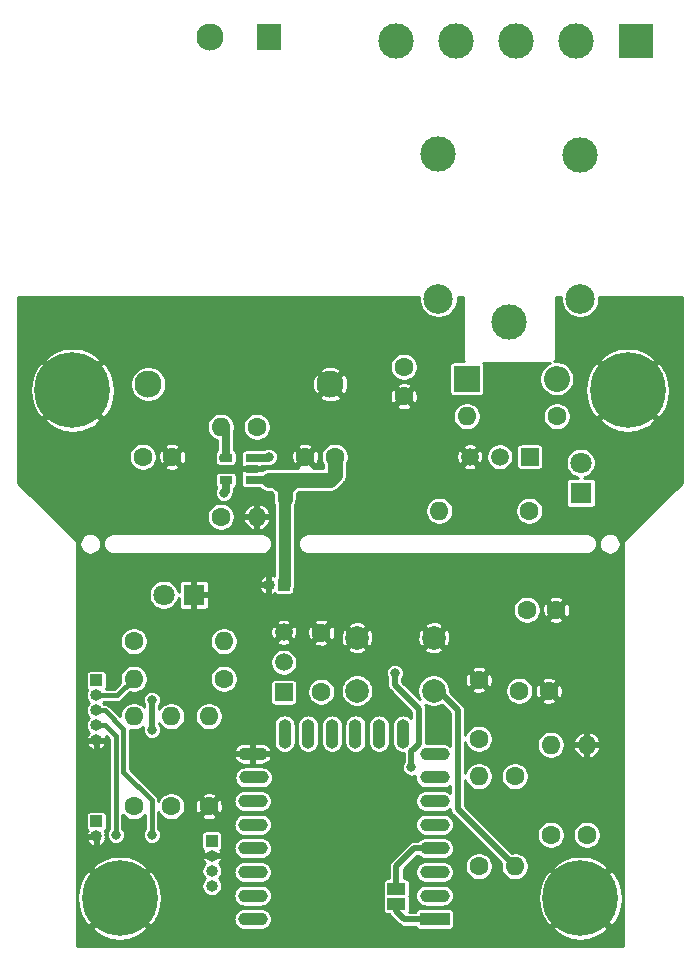
<source format=gbr>
%TF.GenerationSoftware,KiCad,Pcbnew,(5.1.5)-3*%
%TF.CreationDate,2020-12-06T12:17:53+01:00*%
%TF.ProjectId,cece-pcb,63656365-2d70-4636-922e-6b696361645f,rev?*%
%TF.SameCoordinates,Original*%
%TF.FileFunction,Copper,L2,Bot*%
%TF.FilePolarity,Positive*%
%FSLAX46Y46*%
G04 Gerber Fmt 4.6, Leading zero omitted, Abs format (unit mm)*
G04 Created by KiCad (PCBNEW (5.1.5)-3) date 2020-12-06 12:17:53*
%MOMM*%
%LPD*%
G04 APERTURE LIST*
%TA.AperFunction,ComponentPad*%
%ADD10C,3.000000*%
%TD*%
%TA.AperFunction,ComponentPad*%
%ADD11R,3.000000X3.000000*%
%TD*%
%TA.AperFunction,ComponentPad*%
%ADD12C,1.800000*%
%TD*%
%TA.AperFunction,ComponentPad*%
%ADD13R,1.800000X1.800000*%
%TD*%
%TA.AperFunction,ComponentPad*%
%ADD14C,1.600000*%
%TD*%
%TA.AperFunction,ComponentPad*%
%ADD15O,1.000000X1.000000*%
%TD*%
%TA.AperFunction,ComponentPad*%
%ADD16R,1.000000X1.000000*%
%TD*%
%TA.AperFunction,ComponentPad*%
%ADD17O,1.600000X1.600000*%
%TD*%
%TA.AperFunction,ComponentPad*%
%ADD18O,1.100000X2.500000*%
%TD*%
%TA.AperFunction,ComponentPad*%
%ADD19O,2.500000X1.100000*%
%TD*%
%TA.AperFunction,ComponentPad*%
%ADD20R,2.500000X1.100000*%
%TD*%
%TA.AperFunction,ComponentPad*%
%ADD21O,2.200000X2.200000*%
%TD*%
%TA.AperFunction,ComponentPad*%
%ADD22R,2.200000X2.200000*%
%TD*%
%TA.AperFunction,ComponentPad*%
%ADD23C,6.400000*%
%TD*%
%TA.AperFunction,SMDPad,CuDef*%
%ADD24R,1.500000X1.000000*%
%TD*%
%TA.AperFunction,ComponentPad*%
%ADD25C,2.500000*%
%TD*%
%TA.AperFunction,ComponentPad*%
%ADD26C,2.300000*%
%TD*%
%TA.AperFunction,ComponentPad*%
%ADD27R,2.000000X2.300000*%
%TD*%
%TA.AperFunction,ComponentPad*%
%ADD28C,1.500000*%
%TD*%
%TA.AperFunction,ComponentPad*%
%ADD29R,1.500000X1.500000*%
%TD*%
%TA.AperFunction,ComponentPad*%
%ADD30C,2.000000*%
%TD*%
%TA.AperFunction,SMDPad,CuDef*%
%ADD31R,1.060000X0.650000*%
%TD*%
%TA.AperFunction,ViaPad*%
%ADD32C,0.800000*%
%TD*%
%TA.AperFunction,Conductor*%
%ADD33C,0.508000*%
%TD*%
%TA.AperFunction,Conductor*%
%ADD34C,0.381000*%
%TD*%
%TA.AperFunction,Conductor*%
%ADD35C,0.635000*%
%TD*%
%TA.AperFunction,Conductor*%
%ADD36C,1.270000*%
%TD*%
%TA.AperFunction,Conductor*%
%ADD37C,1.016000*%
%TD*%
%TA.AperFunction,Conductor*%
%ADD38C,0.254000*%
%TD*%
G04 APERTURE END LIST*
D10*
%TO.P,J4,5*%
%TO.N,/ACL*%
X145415000Y-37465000D03*
%TO.P,J4,4*%
%TO.N,/ACN*%
X150495000Y-37465000D03*
D11*
%TO.P,J4,1*%
%TO.N,/NO*%
X165735000Y-37465000D03*
D10*
%TO.P,J4,3*%
%TO.N,/NC*%
X155575000Y-37465000D03*
%TO.P,J4,2*%
%TO.N,/C*%
X160655000Y-37465000D03*
%TD*%
D12*
%TO.P,D1,2*%
%TO.N,Net-(D1-Pad2)*%
X125730000Y-84328000D03*
D13*
%TO.P,D1,1*%
%TO.N,GND*%
X128270000Y-84328000D03*
%TD*%
D12*
%TO.P,D3,2*%
%TO.N,Net-(D3-Pad2)*%
X161036000Y-73152000D03*
D13*
%TO.P,D3,1*%
%TO.N,Net-(D2-Pad2)*%
X161036000Y-75692000D03*
%TD*%
D14*
%TO.P,C6,2*%
%TO.N,GND*%
X137708000Y-72644000D03*
%TO.P,C6,1*%
%TO.N,+BATT*%
X140208000Y-72644000D03*
%TD*%
D15*
%TO.P,J2,4*%
%TO.N,/HTU_SCL*%
X129794000Y-108966000D03*
%TO.P,J2,3*%
%TO.N,/HTU_SDA*%
X129794000Y-107696000D03*
%TO.P,J2,2*%
%TO.N,GND*%
X129794000Y-106426000D03*
D16*
%TO.P,J2,1*%
%TO.N,+3V3*%
X129794000Y-105156000D03*
%TD*%
D17*
%TO.P,R8,2*%
%TO.N,/ESP-12_common/GPIO15*%
X129540000Y-94615000D03*
D14*
%TO.P,R8,1*%
%TO.N,GND*%
X129540000Y-102235000D03*
%TD*%
D18*
%TO.P,U1,22*%
%TO.N,N/C*%
X135965000Y-96090000D03*
%TO.P,U1,21*%
X137965000Y-96090000D03*
%TO.P,U1,20*%
X139965000Y-96090000D03*
%TO.P,U1,19*%
X141965000Y-96090000D03*
%TO.P,U1,18*%
X143965000Y-96090000D03*
%TO.P,U1,17*%
X145965000Y-96090000D03*
D19*
%TO.P,U1,16*%
%TO.N,/TX*%
X133255000Y-111790000D03*
%TO.P,U1,15*%
%TO.N,/RX*%
X133255000Y-109790000D03*
%TO.P,U1,14*%
%TO.N,/ESP-12_common/GPIO5*%
X133255000Y-107790000D03*
%TO.P,U1,13*%
%TO.N,/ESP-12_common/GPIO4*%
X133255000Y-105790000D03*
%TO.P,U1,12*%
%TO.N,/ESP-12_common/GPIO0*%
X133255000Y-103790000D03*
%TO.P,U1,11*%
%TO.N,/ESP-12_common/GPIO2*%
X133255000Y-101790000D03*
%TO.P,U1,10*%
%TO.N,/ESP-12_common/GPIO15*%
X133355000Y-99790000D03*
%TO.P,U1,9*%
%TO.N,GND*%
X133255000Y-97790000D03*
%TO.P,U1,8*%
%TO.N,+3V3*%
X148655000Y-97790000D03*
%TO.P,U1,7*%
%TO.N,/ESP-12_common/GPIO13*%
X148655000Y-99790000D03*
%TO.P,U1,6*%
%TO.N,/ESP-12_common/GPIO12*%
X148655000Y-101790000D03*
%TO.P,U1,5*%
%TO.N,/ESP-12_common/GPIO14*%
X148655000Y-103790000D03*
%TO.P,U1,4*%
%TO.N,/ESP-12_common/GPIO16*%
X148655000Y-105790000D03*
%TO.P,U1,3*%
%TO.N,/ESP-12_common/EN*%
X148655000Y-107790000D03*
%TO.P,U1,2*%
%TO.N,/ESP-12_common/ADC*%
X148655000Y-109790000D03*
D20*
%TO.P,U1,1*%
%TO.N,/ESP-12_common/RST*%
X148655000Y-111790000D03*
%TD*%
D14*
%TO.P,C1,2*%
%TO.N,GND*%
X139065000Y-87525000D03*
%TO.P,C1,1*%
%TO.N,/ESP-12_common/RST*%
X139065000Y-92525000D03*
%TD*%
%TO.P,C2,2*%
%TO.N,GND*%
X158964000Y-85598000D03*
%TO.P,C2,1*%
%TO.N,+3V3*%
X156464000Y-85598000D03*
%TD*%
%TO.P,C3,1*%
%TO.N,+3V3*%
X155829000Y-92456000D03*
%TO.P,C3,2*%
%TO.N,GND*%
X158329000Y-92456000D03*
%TD*%
%TO.P,C4,1*%
%TO.N,+3V3*%
X152400000Y-96520000D03*
%TO.P,C4,2*%
%TO.N,GND*%
X152400000Y-91520000D03*
%TD*%
%TO.P,C5,1*%
%TO.N,+5V*%
X123952000Y-72644000D03*
%TO.P,C5,2*%
%TO.N,GND*%
X126452000Y-72644000D03*
%TD*%
%TO.P,C7,2*%
%TO.N,GND*%
X146050000Y-67524000D03*
%TO.P,C7,1*%
%TO.N,+BATT*%
X146050000Y-65024000D03*
%TD*%
D21*
%TO.P,D2,2*%
%TO.N,Net-(D2-Pad2)*%
X159004000Y-66040000D03*
D22*
%TO.P,D2,1*%
%TO.N,+BATT*%
X151384000Y-66040000D03*
%TD*%
D23*
%TO.P,H1,1*%
%TO.N,GND*%
X118000000Y-67000000D03*
%TD*%
%TO.P,H2,1*%
%TO.N,GND*%
X122000000Y-110000000D03*
%TD*%
%TO.P,H3,1*%
%TO.N,GND*%
X165000000Y-67000000D03*
%TD*%
%TO.P,H4,1*%
%TO.N,GND*%
X161000000Y-110000000D03*
%TD*%
D16*
%TO.P,J1,1*%
%TO.N,+3V3*%
X120015000Y-91567000D03*
D15*
%TO.P,J1,2*%
%TO.N,/DTR*%
X120015000Y-92837000D03*
%TO.P,J1,3*%
%TO.N,/RX*%
X120015000Y-94107000D03*
%TO.P,J1,4*%
%TO.N,/TX*%
X120015000Y-95377000D03*
%TO.P,J1,5*%
%TO.N,GND*%
X120015000Y-96647000D03*
%TD*%
D16*
%TO.P,J3,1*%
%TO.N,+BATT*%
X135890000Y-83470000D03*
D15*
%TO.P,J3,2*%
%TO.N,GND*%
X134620000Y-83470000D03*
%TD*%
D24*
%TO.P,JP1,2*%
%TO.N,/ESP-12_common/GPIO16*%
X145415000Y-109205000D03*
%TO.P,JP1,1*%
%TO.N,/ESP-12_common/RST*%
X145415000Y-110505000D03*
%TD*%
D16*
%TO.P,JP11,1*%
%TO.N,/ESP-12_common/GPIO0*%
X120015000Y-103505000D03*
D15*
%TO.P,JP11,2*%
%TO.N,GND*%
X120015000Y-104775000D03*
%TD*%
D10*
%TO.P,K1,1*%
%TO.N,/C*%
X154940000Y-61214000D03*
D25*
%TO.P,K1,5*%
%TO.N,+BATT*%
X148990000Y-59264000D03*
D10*
%TO.P,K1,4*%
%TO.N,/NC*%
X148940000Y-47014000D03*
%TO.P,K1,3*%
%TO.N,/NO*%
X160990000Y-47064000D03*
D25*
%TO.P,K1,2*%
%TO.N,Net-(D2-Pad2)*%
X160990000Y-59264000D03*
%TD*%
D26*
%TO.P,PS1,4*%
%TO.N,+5V*%
X124420000Y-66484000D03*
%TO.P,PS1,2*%
%TO.N,/ACN*%
X129620000Y-37084000D03*
D27*
%TO.P,PS1,1*%
%TO.N,/ACL*%
X134620000Y-37084000D03*
D26*
%TO.P,PS1,3*%
%TO.N,GND*%
X139820000Y-66484000D03*
%TD*%
D28*
%TO.P,Q1,2*%
%TO.N,Net-(Q1-Pad2)*%
X135890000Y-90035000D03*
%TO.P,Q1,3*%
%TO.N,GND*%
X135890000Y-87495000D03*
D29*
%TO.P,Q1,1*%
%TO.N,/ESP-12_common/RST*%
X135890000Y-92575000D03*
%TD*%
D28*
%TO.P,Q2,2*%
%TO.N,Net-(Q2-Pad2)*%
X154178000Y-72644000D03*
%TO.P,Q2,3*%
%TO.N,GND*%
X151638000Y-72644000D03*
D29*
%TO.P,Q2,1*%
%TO.N,Net-(D2-Pad2)*%
X156718000Y-72644000D03*
%TD*%
D14*
%TO.P,R1,1*%
%TO.N,/ESP-12_common/ADC*%
X158496000Y-104648000D03*
D17*
%TO.P,R1,2*%
%TO.N,/ESP-12_common/A0*%
X158496000Y-97028000D03*
%TD*%
%TO.P,R2,2*%
%TO.N,GND*%
X161544000Y-97028000D03*
D14*
%TO.P,R2,1*%
%TO.N,/ESP-12_common/ADC*%
X161544000Y-104648000D03*
%TD*%
%TO.P,R3,1*%
%TO.N,Net-(Q1-Pad2)*%
X130810000Y-91440000D03*
D17*
%TO.P,R3,2*%
%TO.N,/DTR*%
X123190000Y-91440000D03*
%TD*%
%TO.P,R4,2*%
%TO.N,/ESP-12_common/RST*%
X155448000Y-107315000D03*
D14*
%TO.P,R4,1*%
%TO.N,+3V3*%
X155448000Y-99695000D03*
%TD*%
%TO.P,R5,1*%
%TO.N,/ESP-12_common/EN*%
X152400000Y-107315000D03*
D17*
%TO.P,R5,2*%
%TO.N,+3V3*%
X152400000Y-99695000D03*
%TD*%
D14*
%TO.P,R6,1*%
%TO.N,/ESP-12_common/GPIO0*%
X126365000Y-102235000D03*
D17*
%TO.P,R6,2*%
%TO.N,+3V3*%
X126365000Y-94615000D03*
%TD*%
D14*
%TO.P,R7,1*%
%TO.N,/ESP-12_common/GPIO2*%
X123190000Y-102235000D03*
D17*
%TO.P,R7,2*%
%TO.N,+3V3*%
X123190000Y-94615000D03*
%TD*%
D14*
%TO.P,R9,1*%
%TO.N,+5V*%
X130556000Y-77724000D03*
D17*
%TO.P,R9,2*%
%TO.N,Net-(R10-Pad1)*%
X130556000Y-70104000D03*
%TD*%
%TO.P,R10,2*%
%TO.N,GND*%
X133604000Y-77724000D03*
D14*
%TO.P,R10,1*%
%TO.N,Net-(R10-Pad1)*%
X133604000Y-70104000D03*
%TD*%
%TO.P,R11,1*%
%TO.N,Net-(Q2-Pad2)*%
X156668000Y-77216000D03*
D17*
%TO.P,R11,2*%
%TO.N,/RLY*%
X149048000Y-77216000D03*
%TD*%
D14*
%TO.P,R13,1*%
%TO.N,/ESP-12_common/D8*%
X123190000Y-88265000D03*
D17*
%TO.P,R13,2*%
%TO.N,Net-(D1-Pad2)*%
X130810000Y-88265000D03*
%TD*%
D14*
%TO.P,R14,1*%
%TO.N,Net-(D3-Pad2)*%
X159004000Y-69215000D03*
D17*
%TO.P,R14,2*%
%TO.N,+BATT*%
X151384000Y-69215000D03*
%TD*%
D30*
%TO.P,SW1,2*%
%TO.N,GND*%
X148590000Y-87956000D03*
%TO.P,SW1,1*%
%TO.N,/ESP-12_common/RST*%
X148590000Y-92456000D03*
%TO.P,SW1,2*%
%TO.N,GND*%
X142090000Y-87956000D03*
%TO.P,SW1,1*%
%TO.N,/ESP-12_common/RST*%
X142090000Y-92456000D03*
%TD*%
D31*
%TO.P,U2,5*%
%TO.N,Net-(R10-Pad1)*%
X130980000Y-72710000D03*
%TO.P,U2,4*%
%TO.N,+5V*%
X130980000Y-74610000D03*
%TO.P,U2,3*%
%TO.N,+BATT*%
X133180000Y-74610000D03*
%TO.P,U2,2*%
%TO.N,GND*%
X133180000Y-73660000D03*
%TO.P,U2,1*%
%TO.N,+5V*%
X133180000Y-72710000D03*
%TD*%
D32*
%TO.N,GND*%
X137795000Y-81915000D03*
X157480000Y-100330000D03*
X157480000Y-101600000D03*
X157480000Y-99060000D03*
X154940000Y-101600000D03*
X156210000Y-101600000D03*
X152400000Y-101600000D03*
X153670000Y-101600000D03*
X128270000Y-96520000D03*
X127000000Y-96520000D03*
X125730000Y-96520000D03*
X128270000Y-91440000D03*
X127000000Y-91440000D03*
X125730000Y-91440000D03*
X125730000Y-92710000D03*
X148590000Y-95250000D03*
X156210000Y-97790000D03*
X154940000Y-97790000D03*
X154940000Y-96520000D03*
X134620000Y-95250000D03*
X133350000Y-93980000D03*
X132080000Y-92710000D03*
X135890000Y-99060000D03*
X137160000Y-99060000D03*
X138430000Y-99060000D03*
X138430000Y-100330000D03*
X138430000Y-101600000D03*
X137160000Y-102870000D03*
X130810000Y-97790000D03*
X130810000Y-96520000D03*
X135890000Y-106680000D03*
X137160000Y-106680000D03*
X138430000Y-105410000D03*
X139700000Y-104140000D03*
X140970000Y-102870000D03*
X142240000Y-101600000D03*
X142240000Y-100330000D03*
X142240000Y-99060000D03*
X143510000Y-99060000D03*
X144780000Y-99060000D03*
X135890000Y-100330000D03*
X137160000Y-100330000D03*
X137160000Y-101600000D03*
X156210000Y-96520000D03*
X137795000Y-85090000D03*
X139065000Y-81915000D03*
X139065000Y-85090000D03*
X140335000Y-81915000D03*
X140335000Y-85090000D03*
X141605000Y-81915000D03*
X141605000Y-85090000D03*
X142875000Y-81915000D03*
X142875000Y-85090000D03*
X144145000Y-85090000D03*
X144145000Y-81915000D03*
X146685000Y-81915000D03*
X145415000Y-85090000D03*
X146685000Y-85090000D03*
X145415000Y-81915000D03*
X147955000Y-85090000D03*
X147955000Y-81915000D03*
X149225000Y-81915000D03*
X151765000Y-81915000D03*
X155575000Y-81915000D03*
X159385000Y-81915000D03*
X158115000Y-81915000D03*
X153035000Y-81915000D03*
X150495000Y-81915000D03*
X156845000Y-81915000D03*
X154305000Y-81915000D03*
X160655000Y-81915000D03*
X161925000Y-81915000D03*
X163195000Y-81915000D03*
X163830000Y-106045000D03*
X163830000Y-89535000D03*
X163830000Y-102235000D03*
X163830000Y-86995000D03*
X163830000Y-98425000D03*
X163830000Y-90805000D03*
X163830000Y-99695000D03*
X163830000Y-94615000D03*
X163830000Y-83185000D03*
X163830000Y-97155000D03*
X163830000Y-88265000D03*
X163830000Y-92075000D03*
X163830000Y-84455000D03*
X163830000Y-104775000D03*
X163830000Y-95885000D03*
X163830000Y-85725000D03*
X163830000Y-100965000D03*
X163830000Y-93345000D03*
X163830000Y-103505000D03*
X118745000Y-81915000D03*
X121285000Y-81915000D03*
X125095000Y-81915000D03*
X128905000Y-81915000D03*
X127635000Y-81915000D03*
X130175000Y-81915000D03*
X122555000Y-81915000D03*
X131445000Y-81915000D03*
X120015000Y-81915000D03*
X126365000Y-81915000D03*
X123825000Y-81915000D03*
X125095000Y-78105000D03*
X126365000Y-78105000D03*
X127635000Y-78105000D03*
X118745000Y-78105000D03*
X121285000Y-78105000D03*
X120015000Y-78105000D03*
X123825000Y-78105000D03*
X122555000Y-78105000D03*
X114300000Y-59690000D03*
X116840000Y-59690000D03*
X133350000Y-59690000D03*
X120650000Y-59690000D03*
X135890000Y-59690000D03*
X124460000Y-59690000D03*
X132080000Y-59690000D03*
X123190000Y-59690000D03*
X128270000Y-59690000D03*
X139700000Y-59690000D03*
X125730000Y-59690000D03*
X134620000Y-59690000D03*
X130810000Y-59690000D03*
X138430000Y-59690000D03*
X118110000Y-59690000D03*
X127000000Y-59690000D03*
X115570000Y-59690000D03*
X137160000Y-59690000D03*
X121920000Y-59690000D03*
X129540000Y-59690000D03*
X119380000Y-59690000D03*
X143510000Y-59690000D03*
X146050000Y-59690000D03*
X140970000Y-59690000D03*
X142240000Y-59690000D03*
X144780000Y-59690000D03*
X165100000Y-78105000D03*
X158750000Y-78105000D03*
X163830000Y-78105000D03*
X160020000Y-78105000D03*
X161290000Y-78105000D03*
X162560000Y-78105000D03*
X127000000Y-99695000D03*
X125730000Y-99695000D03*
X128270000Y-99695000D03*
X126365000Y-104775000D03*
X149352000Y-85090000D03*
X163830000Y-59690000D03*
X166370000Y-59690000D03*
X165100000Y-59690000D03*
X167640000Y-59690000D03*
X168910000Y-59690000D03*
X146685000Y-74930000D03*
X147955000Y-73660000D03*
X147955000Y-74930000D03*
X149225000Y-74930000D03*
X146685000Y-73660000D03*
X149225000Y-73660000D03*
%TO.N,+5V*%
X130810000Y-75692000D03*
X134620000Y-72644000D03*
%TO.N,/RX*%
X124714000Y-104648000D03*
%TO.N,/TX*%
X121666000Y-104648000D03*
%TO.N,/RLY*%
X146685000Y-98933000D03*
X145288000Y-90932000D03*
%TO.N,/ESP-12_common/D8*%
X124714000Y-93218000D03*
X124714000Y-95758000D03*
%TD*%
D33*
%TO.N,/ESP-12_common/RST*%
X145415000Y-110505000D02*
X145415000Y-111125000D01*
X146080000Y-111790000D02*
X147955000Y-111790000D01*
X145415000Y-111125000D02*
X146080000Y-111790000D01*
X150359010Y-93844010D02*
X148590000Y-92075000D01*
X150622000Y-94107000D02*
X150359010Y-93844010D01*
X150622000Y-102489000D02*
X150622000Y-94107000D01*
X155448000Y-107315000D02*
X150622000Y-102489000D01*
D34*
%TO.N,+5V*%
X131185000Y-74610000D02*
X130980000Y-74610000D01*
X130980000Y-74610000D02*
X130980000Y-74760000D01*
D35*
X134554000Y-72710000D02*
X134620000Y-72644000D01*
X133180000Y-72710000D02*
X134554000Y-72710000D01*
X130980000Y-75522000D02*
X130810000Y-75692000D01*
X130980000Y-74610000D02*
X130980000Y-75522000D01*
%TO.N,+BATT*%
X133180000Y-74610000D02*
X134620000Y-74610000D01*
D36*
X140208000Y-72644000D02*
X140208000Y-74168000D01*
X140208000Y-74168000D02*
X139766000Y-74610000D01*
X139766000Y-74610000D02*
X137602000Y-74610000D01*
D37*
X135955001Y-83470000D02*
X135955001Y-76200000D01*
D36*
X136586000Y-74610000D02*
X136586000Y-74742000D01*
X137602000Y-74610000D02*
X136586000Y-74610000D01*
X135955001Y-75372999D02*
X135955001Y-76200000D01*
X136586000Y-74742000D02*
X135955001Y-75372999D01*
X135192002Y-74610000D02*
X135955001Y-75372999D01*
X135541001Y-74610000D02*
X136113003Y-74610000D01*
X136652000Y-74610000D02*
X134620000Y-74610000D01*
D34*
%TO.N,/DTR*%
X121793000Y-92837000D02*
X120015000Y-92837000D01*
X123190000Y-91440000D02*
X121793000Y-92837000D01*
D33*
%TO.N,/RX*%
X133955000Y-109790000D02*
X133135116Y-109790000D01*
D34*
X124714000Y-104394000D02*
X124714000Y-104648000D01*
X122301010Y-95685904D02*
X120722106Y-94107000D01*
X122301010Y-99314000D02*
X122301010Y-95685904D01*
X120722106Y-94107000D02*
X120015000Y-94107000D01*
X124714000Y-101726990D02*
X122301010Y-99314000D01*
X124714000Y-104648000D02*
X124714000Y-101726990D01*
%TO.N,/TX*%
X120722106Y-95377000D02*
X120015000Y-95377000D01*
X121666000Y-96320894D02*
X120722106Y-95377000D01*
X121666000Y-104648000D02*
X121666000Y-96320894D01*
D33*
%TO.N,/ESP-12_common/GPIO16*%
X146940000Y-105790000D02*
X147955000Y-105790000D01*
X145415000Y-107315000D02*
X146940000Y-105790000D01*
X145415000Y-109205000D02*
X145415000Y-107315000D01*
%TO.N,/RLY*%
X147320000Y-95885000D02*
X147320000Y-95885000D01*
X145288000Y-91948000D02*
X145288000Y-90932000D01*
X147320000Y-93980000D02*
X145288000Y-91948000D01*
X146685000Y-98933000D02*
X146685000Y-97566252D01*
X146685000Y-97566252D02*
X146896990Y-97354262D01*
X147320000Y-96928748D02*
X147320000Y-93980000D01*
X146896990Y-97354262D02*
X146896990Y-97351758D01*
X146896990Y-97351758D02*
X147320000Y-96928748D01*
%TO.N,/ESP-12_common/D8*%
X124714000Y-93218000D02*
X124714000Y-95758000D01*
D35*
%TO.N,Net-(R10-Pad1)*%
X130980000Y-72710000D02*
X130775000Y-72710000D01*
X130980000Y-70528000D02*
X130556000Y-70104000D01*
X130980000Y-72710000D02*
X130980000Y-70528000D01*
%TD*%
D38*
%TO.N,GND*%
G36*
X147359000Y-59424640D02*
G01*
X147421678Y-59739745D01*
X147544626Y-60036568D01*
X147723119Y-60303702D01*
X147950298Y-60530881D01*
X148217432Y-60709374D01*
X148514255Y-60832322D01*
X148829360Y-60895000D01*
X149150640Y-60895000D01*
X149465745Y-60832322D01*
X149762568Y-60709374D01*
X150029702Y-60530881D01*
X150256881Y-60303702D01*
X150435374Y-60036568D01*
X150558322Y-59739745D01*
X150621000Y-59424640D01*
X150621000Y-59127000D01*
X151069001Y-59127000D01*
X151069000Y-64228831D01*
X151066915Y-64250000D01*
X151075237Y-64334491D01*
X151099882Y-64415734D01*
X151139903Y-64490609D01*
X151193763Y-64556237D01*
X151194884Y-64557157D01*
X150284000Y-64557157D01*
X150209311Y-64564513D01*
X150137492Y-64586299D01*
X150071304Y-64621678D01*
X150013289Y-64669289D01*
X149965678Y-64727304D01*
X149930299Y-64793492D01*
X149908513Y-64865311D01*
X149901157Y-64940000D01*
X149901157Y-67140000D01*
X149908513Y-67214689D01*
X149930299Y-67286508D01*
X149965678Y-67352696D01*
X150013289Y-67410711D01*
X150071304Y-67458322D01*
X150137492Y-67493701D01*
X150209311Y-67515487D01*
X150284000Y-67522843D01*
X152484000Y-67522843D01*
X152558689Y-67515487D01*
X152630508Y-67493701D01*
X152696696Y-67458322D01*
X152754711Y-67410711D01*
X152802322Y-67352696D01*
X152837701Y-67286508D01*
X152859487Y-67214689D01*
X152866843Y-67140000D01*
X152866843Y-64940000D01*
X152859487Y-64865311D01*
X152837701Y-64793492D01*
X152802322Y-64727304D01*
X152764322Y-64681000D01*
X158414877Y-64681000D01*
X158302483Y-64727555D01*
X158059917Y-64889632D01*
X157853632Y-65095917D01*
X157691555Y-65338483D01*
X157579914Y-65608008D01*
X157523000Y-65894134D01*
X157523000Y-66185866D01*
X157579914Y-66471992D01*
X157691555Y-66741517D01*
X157853632Y-66984083D01*
X158059917Y-67190368D01*
X158302483Y-67352445D01*
X158572008Y-67464086D01*
X158858134Y-67521000D01*
X159149866Y-67521000D01*
X159435992Y-67464086D01*
X159705517Y-67352445D01*
X159948083Y-67190368D01*
X160152730Y-66985721D01*
X161401701Y-66985721D01*
X161468056Y-67687989D01*
X161670142Y-68363817D01*
X162000191Y-68987235D01*
X162016057Y-69010981D01*
X162434776Y-69385618D01*
X164820395Y-67000000D01*
X165179605Y-67000000D01*
X167565224Y-69385618D01*
X167983943Y-69010981D01*
X168318930Y-68390202D01*
X168526373Y-67715998D01*
X168598299Y-67014279D01*
X168531944Y-66312011D01*
X168329858Y-65636183D01*
X167999809Y-65012765D01*
X167983943Y-64989019D01*
X167565224Y-64614382D01*
X165179605Y-67000000D01*
X164820395Y-67000000D01*
X162434776Y-64614382D01*
X162016057Y-64989019D01*
X161681070Y-65609798D01*
X161473627Y-66284002D01*
X161401701Y-66985721D01*
X160152730Y-66985721D01*
X160154368Y-66984083D01*
X160316445Y-66741517D01*
X160428086Y-66471992D01*
X160485000Y-66185866D01*
X160485000Y-65894134D01*
X160428086Y-65608008D01*
X160316445Y-65338483D01*
X160154368Y-65095917D01*
X159948083Y-64889632D01*
X159705517Y-64727555D01*
X159435992Y-64615914D01*
X159149866Y-64559000D01*
X158858134Y-64559000D01*
X158785191Y-64573509D01*
X158806237Y-64556237D01*
X158860097Y-64490609D01*
X158889939Y-64434776D01*
X162614382Y-64434776D01*
X165000000Y-66820395D01*
X167385618Y-64434776D01*
X167010981Y-64016057D01*
X166390202Y-63681070D01*
X165715998Y-63473627D01*
X165014279Y-63401701D01*
X164312011Y-63468056D01*
X163636183Y-63670142D01*
X163012765Y-64000191D01*
X162989019Y-64016057D01*
X162614382Y-64434776D01*
X158889939Y-64434776D01*
X158900118Y-64415734D01*
X158924763Y-64334491D01*
X158933085Y-64250000D01*
X158931000Y-64228832D01*
X158931000Y-59127000D01*
X159359000Y-59127000D01*
X159359000Y-59424640D01*
X159421678Y-59739745D01*
X159544626Y-60036568D01*
X159723119Y-60303702D01*
X159950298Y-60530881D01*
X160217432Y-60709374D01*
X160514255Y-60832322D01*
X160829360Y-60895000D01*
X161150640Y-60895000D01*
X161465745Y-60832322D01*
X161762568Y-60709374D01*
X162029702Y-60530881D01*
X162256881Y-60303702D01*
X162435374Y-60036568D01*
X162558322Y-59739745D01*
X162621000Y-59424640D01*
X162621000Y-59127000D01*
X169594001Y-59127000D01*
X169594001Y-74831829D01*
X164727024Y-79698807D01*
X164711526Y-79711526D01*
X164660790Y-79773348D01*
X164623090Y-79843880D01*
X164599875Y-79920411D01*
X164594000Y-79980060D01*
X164594000Y-79980067D01*
X164592037Y-80000000D01*
X164594000Y-80019933D01*
X164594001Y-109968790D01*
X164531944Y-109312011D01*
X164329858Y-108636183D01*
X163999809Y-108012765D01*
X163983943Y-107989019D01*
X163565224Y-107614382D01*
X161179605Y-110000000D01*
X163565224Y-112385618D01*
X163983943Y-112010981D01*
X164318930Y-111390202D01*
X164526373Y-110715998D01*
X164594001Y-110056212D01*
X164594001Y-114094000D01*
X118406000Y-114094000D01*
X118406000Y-112565224D01*
X119614382Y-112565224D01*
X119989019Y-112983943D01*
X120609798Y-113318930D01*
X121284002Y-113526373D01*
X121985721Y-113598299D01*
X122687989Y-113531944D01*
X123363817Y-113329858D01*
X123987235Y-112999809D01*
X124010981Y-112983943D01*
X124385618Y-112565224D01*
X122000000Y-110179605D01*
X119614382Y-112565224D01*
X118406000Y-112565224D01*
X118406000Y-110031219D01*
X118468056Y-110687989D01*
X118670142Y-111363817D01*
X119000191Y-111987235D01*
X119016057Y-112010981D01*
X119434776Y-112385618D01*
X121820395Y-110000000D01*
X122179605Y-110000000D01*
X124565224Y-112385618D01*
X124983943Y-112010981D01*
X125103189Y-111790000D01*
X131619496Y-111790000D01*
X131637471Y-111972508D01*
X131690707Y-112148002D01*
X131777157Y-112309738D01*
X131893499Y-112451501D01*
X132035262Y-112567843D01*
X132196998Y-112654293D01*
X132372492Y-112707529D01*
X132509269Y-112721000D01*
X134000731Y-112721000D01*
X134137508Y-112707529D01*
X134313002Y-112654293D01*
X134474738Y-112567843D01*
X134616501Y-112451501D01*
X134732843Y-112309738D01*
X134819293Y-112148002D01*
X134872529Y-111972508D01*
X134890504Y-111790000D01*
X134872529Y-111607492D01*
X134819293Y-111431998D01*
X134732843Y-111270262D01*
X134616501Y-111128499D01*
X134474738Y-111012157D01*
X134313002Y-110925707D01*
X134137508Y-110872471D01*
X134000731Y-110859000D01*
X132509269Y-110859000D01*
X132372492Y-110872471D01*
X132196998Y-110925707D01*
X132035262Y-111012157D01*
X131893499Y-111128499D01*
X131777157Y-111270262D01*
X131690707Y-111431998D01*
X131637471Y-111607492D01*
X131619496Y-111790000D01*
X125103189Y-111790000D01*
X125318930Y-111390202D01*
X125526373Y-110715998D01*
X125598299Y-110014279D01*
X125531944Y-109312011D01*
X125329858Y-108636183D01*
X124999809Y-108012765D01*
X124983943Y-107989019D01*
X124565224Y-107614382D01*
X122179605Y-110000000D01*
X121820395Y-110000000D01*
X119434776Y-107614382D01*
X119016057Y-107989019D01*
X118681070Y-108609798D01*
X118473627Y-109284002D01*
X118406000Y-109943779D01*
X118406000Y-107434776D01*
X119614382Y-107434776D01*
X122000000Y-109820395D01*
X124211165Y-107609229D01*
X128913000Y-107609229D01*
X128913000Y-107782771D01*
X128946856Y-107952978D01*
X129013268Y-108113310D01*
X129109682Y-108257605D01*
X129183077Y-108331000D01*
X129109682Y-108404395D01*
X129013268Y-108548690D01*
X128946856Y-108709022D01*
X128913000Y-108879229D01*
X128913000Y-109052771D01*
X128946856Y-109222978D01*
X129013268Y-109383310D01*
X129109682Y-109527605D01*
X129232395Y-109650318D01*
X129376690Y-109746732D01*
X129537022Y-109813144D01*
X129707229Y-109847000D01*
X129880771Y-109847000D01*
X130050978Y-109813144D01*
X130106852Y-109790000D01*
X131619496Y-109790000D01*
X131637471Y-109972508D01*
X131690707Y-110148002D01*
X131777157Y-110309738D01*
X131893499Y-110451501D01*
X132035262Y-110567843D01*
X132196998Y-110654293D01*
X132372492Y-110707529D01*
X132509269Y-110721000D01*
X134000731Y-110721000D01*
X134137508Y-110707529D01*
X134313002Y-110654293D01*
X134474738Y-110567843D01*
X134616501Y-110451501D01*
X134732843Y-110309738D01*
X134819293Y-110148002D01*
X134872529Y-109972508D01*
X134890504Y-109790000D01*
X134872529Y-109607492D01*
X134819293Y-109431998D01*
X134732843Y-109270262D01*
X134616501Y-109128499D01*
X134474738Y-109012157D01*
X134313002Y-108925707D01*
X134137508Y-108872471D01*
X134000731Y-108859000D01*
X132509269Y-108859000D01*
X132372492Y-108872471D01*
X132196998Y-108925707D01*
X132035262Y-109012157D01*
X131893499Y-109128499D01*
X131777157Y-109270262D01*
X131690707Y-109431998D01*
X131637471Y-109607492D01*
X131619496Y-109790000D01*
X130106852Y-109790000D01*
X130211310Y-109746732D01*
X130355605Y-109650318D01*
X130478318Y-109527605D01*
X130574732Y-109383310D01*
X130641144Y-109222978D01*
X130675000Y-109052771D01*
X130675000Y-108879229D01*
X130641144Y-108709022D01*
X130574732Y-108548690D01*
X130478318Y-108404395D01*
X130404923Y-108331000D01*
X130478318Y-108257605D01*
X130574732Y-108113310D01*
X130641144Y-107952978D01*
X130673562Y-107790000D01*
X131619496Y-107790000D01*
X131637471Y-107972508D01*
X131690707Y-108148002D01*
X131777157Y-108309738D01*
X131893499Y-108451501D01*
X132035262Y-108567843D01*
X132196998Y-108654293D01*
X132372492Y-108707529D01*
X132509269Y-108721000D01*
X134000731Y-108721000D01*
X134137508Y-108707529D01*
X134145844Y-108705000D01*
X144282157Y-108705000D01*
X144282157Y-109705000D01*
X144289513Y-109779689D01*
X144311299Y-109851508D01*
X144313166Y-109855000D01*
X144311299Y-109858492D01*
X144289513Y-109930311D01*
X144282157Y-110005000D01*
X144282157Y-111005000D01*
X144289513Y-111079689D01*
X144311299Y-111151508D01*
X144346678Y-111217696D01*
X144394289Y-111275711D01*
X144452304Y-111323322D01*
X144518492Y-111358701D01*
X144590311Y-111380487D01*
X144665000Y-111387843D01*
X144835474Y-111387843D01*
X144884464Y-111479494D01*
X144963816Y-111576185D01*
X144988046Y-111596070D01*
X145608930Y-112216955D01*
X145628815Y-112241185D01*
X145725506Y-112320537D01*
X145835820Y-112379502D01*
X145955518Y-112415812D01*
X146048808Y-112425000D01*
X146048818Y-112425000D01*
X146079999Y-112428071D01*
X146111180Y-112425000D01*
X147032641Y-112425000D01*
X147051299Y-112486508D01*
X147086678Y-112552696D01*
X147134289Y-112610711D01*
X147192304Y-112658322D01*
X147258492Y-112693701D01*
X147330311Y-112715487D01*
X147405000Y-112722843D01*
X149905000Y-112722843D01*
X149979689Y-112715487D01*
X150051508Y-112693701D01*
X150117696Y-112658322D01*
X150175711Y-112610711D01*
X150213040Y-112565224D01*
X158614382Y-112565224D01*
X158989019Y-112983943D01*
X159609798Y-113318930D01*
X160284002Y-113526373D01*
X160985721Y-113598299D01*
X161687989Y-113531944D01*
X162363817Y-113329858D01*
X162987235Y-112999809D01*
X163010981Y-112983943D01*
X163385618Y-112565224D01*
X161000000Y-110179605D01*
X158614382Y-112565224D01*
X150213040Y-112565224D01*
X150223322Y-112552696D01*
X150258701Y-112486508D01*
X150280487Y-112414689D01*
X150287843Y-112340000D01*
X150287843Y-111240000D01*
X150280487Y-111165311D01*
X150258701Y-111093492D01*
X150223322Y-111027304D01*
X150175711Y-110969289D01*
X150117696Y-110921678D01*
X150051508Y-110886299D01*
X149979689Y-110864513D01*
X149905000Y-110857157D01*
X147405000Y-110857157D01*
X147330311Y-110864513D01*
X147258492Y-110886299D01*
X147192304Y-110921678D01*
X147134289Y-110969289D01*
X147086678Y-111027304D01*
X147051299Y-111093492D01*
X147032641Y-111155000D01*
X146516834Y-111155000D01*
X146518701Y-111151508D01*
X146540487Y-111079689D01*
X146547843Y-111005000D01*
X146547843Y-110005000D01*
X146540487Y-109930311D01*
X146518701Y-109858492D01*
X146516834Y-109855000D01*
X146518701Y-109851508D01*
X146537359Y-109790000D01*
X147019496Y-109790000D01*
X147037471Y-109972508D01*
X147090707Y-110148002D01*
X147177157Y-110309738D01*
X147293499Y-110451501D01*
X147435262Y-110567843D01*
X147596998Y-110654293D01*
X147772492Y-110707529D01*
X147909269Y-110721000D01*
X149400731Y-110721000D01*
X149537508Y-110707529D01*
X149713002Y-110654293D01*
X149874738Y-110567843D01*
X150016501Y-110451501D01*
X150132843Y-110309738D01*
X150219293Y-110148002D01*
X150268520Y-109985721D01*
X157401701Y-109985721D01*
X157468056Y-110687989D01*
X157670142Y-111363817D01*
X158000191Y-111987235D01*
X158016057Y-112010981D01*
X158434776Y-112385618D01*
X160820395Y-110000000D01*
X158434776Y-107614382D01*
X158016057Y-107989019D01*
X157681070Y-108609798D01*
X157473627Y-109284002D01*
X157401701Y-109985721D01*
X150268520Y-109985721D01*
X150272529Y-109972508D01*
X150290504Y-109790000D01*
X150272529Y-109607492D01*
X150219293Y-109431998D01*
X150132843Y-109270262D01*
X150016501Y-109128499D01*
X149874738Y-109012157D01*
X149713002Y-108925707D01*
X149537508Y-108872471D01*
X149400731Y-108859000D01*
X147909269Y-108859000D01*
X147772492Y-108872471D01*
X147596998Y-108925707D01*
X147435262Y-109012157D01*
X147293499Y-109128499D01*
X147177157Y-109270262D01*
X147090707Y-109431998D01*
X147037471Y-109607492D01*
X147019496Y-109790000D01*
X146537359Y-109790000D01*
X146540487Y-109779689D01*
X146547843Y-109705000D01*
X146547843Y-108705000D01*
X146540487Y-108630311D01*
X146518701Y-108558492D01*
X146483322Y-108492304D01*
X146435711Y-108434289D01*
X146377696Y-108386678D01*
X146311508Y-108351299D01*
X146239689Y-108329513D01*
X146165000Y-108322157D01*
X146050000Y-108322157D01*
X146050000Y-107790000D01*
X147019496Y-107790000D01*
X147037471Y-107972508D01*
X147090707Y-108148002D01*
X147177157Y-108309738D01*
X147293499Y-108451501D01*
X147435262Y-108567843D01*
X147596998Y-108654293D01*
X147772492Y-108707529D01*
X147909269Y-108721000D01*
X149400731Y-108721000D01*
X149537508Y-108707529D01*
X149713002Y-108654293D01*
X149874738Y-108567843D01*
X150016501Y-108451501D01*
X150132843Y-108309738D01*
X150219293Y-108148002D01*
X150272529Y-107972508D01*
X150290504Y-107790000D01*
X150272529Y-107607492D01*
X150219293Y-107431998D01*
X150132843Y-107270262D01*
X150074099Y-107198682D01*
X151219000Y-107198682D01*
X151219000Y-107431318D01*
X151264386Y-107659485D01*
X151353412Y-107874413D01*
X151482658Y-108067843D01*
X151647157Y-108232342D01*
X151840587Y-108361588D01*
X152055515Y-108450614D01*
X152283682Y-108496000D01*
X152516318Y-108496000D01*
X152744485Y-108450614D01*
X152959413Y-108361588D01*
X153152843Y-108232342D01*
X153317342Y-108067843D01*
X153446588Y-107874413D01*
X153535614Y-107659485D01*
X153581000Y-107431318D01*
X153581000Y-107198682D01*
X153535614Y-106970515D01*
X153446588Y-106755587D01*
X153317342Y-106562157D01*
X153152843Y-106397658D01*
X152959413Y-106268412D01*
X152744485Y-106179386D01*
X152516318Y-106134000D01*
X152283682Y-106134000D01*
X152055515Y-106179386D01*
X151840587Y-106268412D01*
X151647157Y-106397658D01*
X151482658Y-106562157D01*
X151353412Y-106755587D01*
X151264386Y-106970515D01*
X151219000Y-107198682D01*
X150074099Y-107198682D01*
X150016501Y-107128499D01*
X149874738Y-107012157D01*
X149713002Y-106925707D01*
X149537508Y-106872471D01*
X149400731Y-106859000D01*
X147909269Y-106859000D01*
X147772492Y-106872471D01*
X147596998Y-106925707D01*
X147435262Y-107012157D01*
X147293499Y-107128499D01*
X147177157Y-107270262D01*
X147090707Y-107431998D01*
X147037471Y-107607492D01*
X147019496Y-107790000D01*
X146050000Y-107790000D01*
X146050000Y-107578024D01*
X147203026Y-106425000D01*
X147271750Y-106425000D01*
X147293499Y-106451501D01*
X147435262Y-106567843D01*
X147596998Y-106654293D01*
X147772492Y-106707529D01*
X147909269Y-106721000D01*
X149400731Y-106721000D01*
X149537508Y-106707529D01*
X149713002Y-106654293D01*
X149874738Y-106567843D01*
X150016501Y-106451501D01*
X150132843Y-106309738D01*
X150219293Y-106148002D01*
X150272529Y-105972508D01*
X150290504Y-105790000D01*
X150272529Y-105607492D01*
X150219293Y-105431998D01*
X150132843Y-105270262D01*
X150016501Y-105128499D01*
X149874738Y-105012157D01*
X149713002Y-104925707D01*
X149537508Y-104872471D01*
X149400731Y-104859000D01*
X147909269Y-104859000D01*
X147772492Y-104872471D01*
X147596998Y-104925707D01*
X147435262Y-105012157D01*
X147293499Y-105128499D01*
X147271750Y-105155000D01*
X146971189Y-105155000D01*
X146940000Y-105151928D01*
X146908811Y-105155000D01*
X146908808Y-105155000D01*
X146815518Y-105164188D01*
X146695820Y-105200498D01*
X146585506Y-105259462D01*
X146513043Y-105318931D01*
X146513039Y-105318935D01*
X146488815Y-105338815D01*
X146468934Y-105363040D01*
X144988046Y-106843930D01*
X144963816Y-106863815D01*
X144943933Y-106888043D01*
X144943932Y-106888044D01*
X144884463Y-106960507D01*
X144825498Y-107070821D01*
X144789189Y-107190519D01*
X144776929Y-107315000D01*
X144780001Y-107346191D01*
X144780000Y-108322157D01*
X144665000Y-108322157D01*
X144590311Y-108329513D01*
X144518492Y-108351299D01*
X144452304Y-108386678D01*
X144394289Y-108434289D01*
X144346678Y-108492304D01*
X144311299Y-108558492D01*
X144289513Y-108630311D01*
X144282157Y-108705000D01*
X134145844Y-108705000D01*
X134313002Y-108654293D01*
X134474738Y-108567843D01*
X134616501Y-108451501D01*
X134732843Y-108309738D01*
X134819293Y-108148002D01*
X134872529Y-107972508D01*
X134890504Y-107790000D01*
X134872529Y-107607492D01*
X134819293Y-107431998D01*
X134732843Y-107270262D01*
X134616501Y-107128499D01*
X134474738Y-107012157D01*
X134313002Y-106925707D01*
X134137508Y-106872471D01*
X134000731Y-106859000D01*
X132509269Y-106859000D01*
X132372492Y-106872471D01*
X132196998Y-106925707D01*
X132035262Y-107012157D01*
X131893499Y-107128499D01*
X131777157Y-107270262D01*
X131690707Y-107431998D01*
X131637471Y-107607492D01*
X131619496Y-107790000D01*
X130673562Y-107790000D01*
X130675000Y-107782771D01*
X130675000Y-107609229D01*
X130641144Y-107439022D01*
X130574732Y-107278690D01*
X130478318Y-107134395D01*
X130402031Y-107058108D01*
X130479041Y-106979980D01*
X130573954Y-106835691D01*
X130635198Y-106687816D01*
X130569419Y-106553000D01*
X129921000Y-106553000D01*
X129921000Y-106573000D01*
X129667000Y-106573000D01*
X129667000Y-106553000D01*
X129018581Y-106553000D01*
X128952802Y-106687816D01*
X129014046Y-106835691D01*
X129108959Y-106979980D01*
X129185969Y-107058108D01*
X129109682Y-107134395D01*
X129013268Y-107278690D01*
X128946856Y-107439022D01*
X128913000Y-107609229D01*
X124211165Y-107609229D01*
X124385618Y-107434776D01*
X124010981Y-107016057D01*
X123390202Y-106681070D01*
X122715998Y-106473627D01*
X122014279Y-106401701D01*
X121312011Y-106468056D01*
X120636183Y-106670142D01*
X120012765Y-107000191D01*
X119989019Y-107016057D01*
X119614382Y-107434776D01*
X118406000Y-107434776D01*
X118406000Y-105036817D01*
X119173795Y-105036817D01*
X119241036Y-105195897D01*
X119338020Y-105338802D01*
X119461020Y-105460041D01*
X119605309Y-105554954D01*
X119753184Y-105616198D01*
X119888000Y-105550419D01*
X119888000Y-104902000D01*
X119238444Y-104902000D01*
X119173795Y-105036817D01*
X118406000Y-105036817D01*
X118406000Y-96908816D01*
X119173802Y-96908816D01*
X119235046Y-97056691D01*
X119329959Y-97200980D01*
X119451198Y-97323980D01*
X119594103Y-97420964D01*
X119753183Y-97488205D01*
X119888000Y-97423556D01*
X119888000Y-96774000D01*
X120142000Y-96774000D01*
X120142000Y-97423556D01*
X120276817Y-97488205D01*
X120435897Y-97420964D01*
X120578802Y-97323980D01*
X120700041Y-97200980D01*
X120794954Y-97056691D01*
X120856198Y-96908816D01*
X120790419Y-96774000D01*
X120142000Y-96774000D01*
X119888000Y-96774000D01*
X119239581Y-96774000D01*
X119173802Y-96908816D01*
X118406000Y-96908816D01*
X118406000Y-91067000D01*
X119132157Y-91067000D01*
X119132157Y-92067000D01*
X119139513Y-92141689D01*
X119161299Y-92213508D01*
X119196678Y-92279696D01*
X119244289Y-92337711D01*
X119273194Y-92361432D01*
X119234268Y-92419690D01*
X119167856Y-92580022D01*
X119134000Y-92750229D01*
X119134000Y-92923771D01*
X119167856Y-93093978D01*
X119234268Y-93254310D01*
X119330682Y-93398605D01*
X119404077Y-93472000D01*
X119330682Y-93545395D01*
X119234268Y-93689690D01*
X119167856Y-93850022D01*
X119134000Y-94020229D01*
X119134000Y-94193771D01*
X119167856Y-94363978D01*
X119234268Y-94524310D01*
X119330682Y-94668605D01*
X119404077Y-94742000D01*
X119330682Y-94815395D01*
X119234268Y-94959690D01*
X119167856Y-95120022D01*
X119134000Y-95290229D01*
X119134000Y-95463771D01*
X119167856Y-95633978D01*
X119234268Y-95794310D01*
X119330682Y-95938605D01*
X119406969Y-96014892D01*
X119329959Y-96093020D01*
X119235046Y-96237309D01*
X119173802Y-96385184D01*
X119239581Y-96520000D01*
X119888000Y-96520000D01*
X119888000Y-96500000D01*
X120142000Y-96500000D01*
X120142000Y-96520000D01*
X120790419Y-96520000D01*
X120856198Y-96385184D01*
X120809631Y-96272748D01*
X121094501Y-96557618D01*
X121094500Y-104114999D01*
X121059358Y-104150141D01*
X120973887Y-104278058D01*
X120915013Y-104420191D01*
X120885000Y-104571078D01*
X120885000Y-104647998D01*
X120791557Y-104647998D01*
X120856205Y-104513183D01*
X120788964Y-104354103D01*
X120753630Y-104302039D01*
X120785711Y-104275711D01*
X120833322Y-104217696D01*
X120868701Y-104151508D01*
X120890487Y-104079689D01*
X120897843Y-104005000D01*
X120897843Y-103005000D01*
X120890487Y-102930311D01*
X120868701Y-102858492D01*
X120833322Y-102792304D01*
X120785711Y-102734289D01*
X120727696Y-102686678D01*
X120661508Y-102651299D01*
X120589689Y-102629513D01*
X120515000Y-102622157D01*
X119515000Y-102622157D01*
X119440311Y-102629513D01*
X119368492Y-102651299D01*
X119302304Y-102686678D01*
X119244289Y-102734289D01*
X119196678Y-102792304D01*
X119161299Y-102858492D01*
X119139513Y-102930311D01*
X119132157Y-103005000D01*
X119132157Y-104005000D01*
X119139513Y-104079689D01*
X119161299Y-104151508D01*
X119196678Y-104217696D01*
X119244289Y-104275711D01*
X119276370Y-104302039D01*
X119241036Y-104354103D01*
X119173795Y-104513183D01*
X119238444Y-104648000D01*
X119888000Y-104648000D01*
X119888000Y-104628000D01*
X120142000Y-104628000D01*
X120142000Y-104648000D01*
X120162000Y-104648000D01*
X120162000Y-104902000D01*
X120142000Y-104902000D01*
X120142000Y-105550419D01*
X120276816Y-105616198D01*
X120424691Y-105554954D01*
X120568980Y-105460041D01*
X120691980Y-105338802D01*
X120788964Y-105195897D01*
X120856205Y-105036817D01*
X120791557Y-104902002D01*
X120896000Y-104902002D01*
X120896000Y-104780223D01*
X120915013Y-104875809D01*
X120973887Y-105017942D01*
X121059358Y-105145859D01*
X121168141Y-105254642D01*
X121296058Y-105340113D01*
X121438191Y-105398987D01*
X121589078Y-105429000D01*
X121742922Y-105429000D01*
X121893809Y-105398987D01*
X122035942Y-105340113D01*
X122163859Y-105254642D01*
X122272642Y-105145859D01*
X122358113Y-105017942D01*
X122416987Y-104875809D01*
X122447000Y-104724922D01*
X122447000Y-104571078D01*
X122416987Y-104420191D01*
X122358113Y-104278058D01*
X122272642Y-104150141D01*
X122237500Y-104114999D01*
X122237500Y-102935225D01*
X122272658Y-102987843D01*
X122437157Y-103152342D01*
X122630587Y-103281588D01*
X122845515Y-103370614D01*
X123073682Y-103416000D01*
X123306318Y-103416000D01*
X123534485Y-103370614D01*
X123749413Y-103281588D01*
X123942843Y-103152342D01*
X124107342Y-102987843D01*
X124142501Y-102935225D01*
X124142500Y-104114999D01*
X124107358Y-104150141D01*
X124021887Y-104278058D01*
X123963013Y-104420191D01*
X123933000Y-104571078D01*
X123933000Y-104724922D01*
X123963013Y-104875809D01*
X124021887Y-105017942D01*
X124107358Y-105145859D01*
X124216141Y-105254642D01*
X124344058Y-105340113D01*
X124486191Y-105398987D01*
X124637078Y-105429000D01*
X124790922Y-105429000D01*
X124941809Y-105398987D01*
X125083942Y-105340113D01*
X125211859Y-105254642D01*
X125320642Y-105145859D01*
X125406113Y-105017942D01*
X125464987Y-104875809D01*
X125495000Y-104724922D01*
X125495000Y-104656000D01*
X128911157Y-104656000D01*
X128911157Y-105656000D01*
X128918513Y-105730689D01*
X128940299Y-105802508D01*
X128975678Y-105868696D01*
X129023289Y-105926711D01*
X129055562Y-105953196D01*
X129014046Y-106016309D01*
X128952802Y-106164184D01*
X129018581Y-106299000D01*
X129667000Y-106299000D01*
X129667000Y-106279000D01*
X129921000Y-106279000D01*
X129921000Y-106299000D01*
X130569419Y-106299000D01*
X130635198Y-106164184D01*
X130573954Y-106016309D01*
X130532438Y-105953196D01*
X130564711Y-105926711D01*
X130612322Y-105868696D01*
X130647701Y-105802508D01*
X130651495Y-105790000D01*
X131619496Y-105790000D01*
X131637471Y-105972508D01*
X131690707Y-106148002D01*
X131777157Y-106309738D01*
X131893499Y-106451501D01*
X132035262Y-106567843D01*
X132196998Y-106654293D01*
X132372492Y-106707529D01*
X132509269Y-106721000D01*
X134000731Y-106721000D01*
X134137508Y-106707529D01*
X134313002Y-106654293D01*
X134474738Y-106567843D01*
X134616501Y-106451501D01*
X134732843Y-106309738D01*
X134819293Y-106148002D01*
X134872529Y-105972508D01*
X134890504Y-105790000D01*
X134872529Y-105607492D01*
X134819293Y-105431998D01*
X134732843Y-105270262D01*
X134616501Y-105128499D01*
X134474738Y-105012157D01*
X134313002Y-104925707D01*
X134137508Y-104872471D01*
X134000731Y-104859000D01*
X132509269Y-104859000D01*
X132372492Y-104872471D01*
X132196998Y-104925707D01*
X132035262Y-105012157D01*
X131893499Y-105128499D01*
X131777157Y-105270262D01*
X131690707Y-105431998D01*
X131637471Y-105607492D01*
X131619496Y-105790000D01*
X130651495Y-105790000D01*
X130669487Y-105730689D01*
X130676843Y-105656000D01*
X130676843Y-104656000D01*
X130669487Y-104581311D01*
X130647701Y-104509492D01*
X130612322Y-104443304D01*
X130564711Y-104385289D01*
X130506696Y-104337678D01*
X130440508Y-104302299D01*
X130368689Y-104280513D01*
X130294000Y-104273157D01*
X129294000Y-104273157D01*
X129219311Y-104280513D01*
X129147492Y-104302299D01*
X129081304Y-104337678D01*
X129023289Y-104385289D01*
X128975678Y-104443304D01*
X128940299Y-104509492D01*
X128918513Y-104581311D01*
X128911157Y-104656000D01*
X125495000Y-104656000D01*
X125495000Y-104571078D01*
X125464987Y-104420191D01*
X125406113Y-104278058D01*
X125320642Y-104150141D01*
X125285500Y-104114999D01*
X125285500Y-103790000D01*
X131619496Y-103790000D01*
X131637471Y-103972508D01*
X131690707Y-104148002D01*
X131777157Y-104309738D01*
X131893499Y-104451501D01*
X132035262Y-104567843D01*
X132196998Y-104654293D01*
X132372492Y-104707529D01*
X132509269Y-104721000D01*
X134000731Y-104721000D01*
X134137508Y-104707529D01*
X134313002Y-104654293D01*
X134474738Y-104567843D01*
X134616501Y-104451501D01*
X134732843Y-104309738D01*
X134819293Y-104148002D01*
X134872529Y-103972508D01*
X134890504Y-103790000D01*
X147019496Y-103790000D01*
X147037471Y-103972508D01*
X147090707Y-104148002D01*
X147177157Y-104309738D01*
X147293499Y-104451501D01*
X147435262Y-104567843D01*
X147596998Y-104654293D01*
X147772492Y-104707529D01*
X147909269Y-104721000D01*
X149400731Y-104721000D01*
X149537508Y-104707529D01*
X149713002Y-104654293D01*
X149874738Y-104567843D01*
X150016501Y-104451501D01*
X150132843Y-104309738D01*
X150219293Y-104148002D01*
X150272529Y-103972508D01*
X150290504Y-103790000D01*
X150272529Y-103607492D01*
X150219293Y-103431998D01*
X150132843Y-103270262D01*
X150016501Y-103128499D01*
X149874738Y-103012157D01*
X149713002Y-102925707D01*
X149537508Y-102872471D01*
X149400731Y-102859000D01*
X147909269Y-102859000D01*
X147772492Y-102872471D01*
X147596998Y-102925707D01*
X147435262Y-103012157D01*
X147293499Y-103128499D01*
X147177157Y-103270262D01*
X147090707Y-103431998D01*
X147037471Y-103607492D01*
X147019496Y-103790000D01*
X134890504Y-103790000D01*
X134872529Y-103607492D01*
X134819293Y-103431998D01*
X134732843Y-103270262D01*
X134616501Y-103128499D01*
X134474738Y-103012157D01*
X134313002Y-102925707D01*
X134137508Y-102872471D01*
X134000731Y-102859000D01*
X132509269Y-102859000D01*
X132372492Y-102872471D01*
X132196998Y-102925707D01*
X132035262Y-103012157D01*
X131893499Y-103128499D01*
X131777157Y-103270262D01*
X131690707Y-103431998D01*
X131637471Y-103607492D01*
X131619496Y-103790000D01*
X125285500Y-103790000D01*
X125285500Y-102714956D01*
X125318412Y-102794413D01*
X125447658Y-102987843D01*
X125612157Y-103152342D01*
X125805587Y-103281588D01*
X126020515Y-103370614D01*
X126248682Y-103416000D01*
X126481318Y-103416000D01*
X126709485Y-103370614D01*
X126924413Y-103281588D01*
X127117843Y-103152342D01*
X127178843Y-103091342D01*
X128863263Y-103091342D01*
X128949218Y-103264207D01*
X129161358Y-103359687D01*
X129388048Y-103411945D01*
X129620578Y-103418975D01*
X129850012Y-103380505D01*
X130067532Y-103298014D01*
X130130782Y-103264207D01*
X130216737Y-103091342D01*
X129540000Y-102414605D01*
X128863263Y-103091342D01*
X127178843Y-103091342D01*
X127282342Y-102987843D01*
X127411588Y-102794413D01*
X127500614Y-102579485D01*
X127546000Y-102351318D01*
X127546000Y-102315578D01*
X128356025Y-102315578D01*
X128394495Y-102545012D01*
X128476986Y-102762532D01*
X128510793Y-102825782D01*
X128683658Y-102911737D01*
X129360395Y-102235000D01*
X129719605Y-102235000D01*
X130396342Y-102911737D01*
X130569207Y-102825782D01*
X130664687Y-102613642D01*
X130716945Y-102386952D01*
X130723975Y-102154422D01*
X130685505Y-101924988D01*
X130634313Y-101790000D01*
X131619496Y-101790000D01*
X131637471Y-101972508D01*
X131690707Y-102148002D01*
X131777157Y-102309738D01*
X131893499Y-102451501D01*
X132035262Y-102567843D01*
X132196998Y-102654293D01*
X132372492Y-102707529D01*
X132509269Y-102721000D01*
X134000731Y-102721000D01*
X134137508Y-102707529D01*
X134313002Y-102654293D01*
X134474738Y-102567843D01*
X134616501Y-102451501D01*
X134732843Y-102309738D01*
X134819293Y-102148002D01*
X134872529Y-101972508D01*
X134890504Y-101790000D01*
X134872529Y-101607492D01*
X134819293Y-101431998D01*
X134732843Y-101270262D01*
X134616501Y-101128499D01*
X134474738Y-101012157D01*
X134313002Y-100925707D01*
X134137508Y-100872471D01*
X134000731Y-100859000D01*
X132509269Y-100859000D01*
X132372492Y-100872471D01*
X132196998Y-100925707D01*
X132035262Y-101012157D01*
X131893499Y-101128499D01*
X131777157Y-101270262D01*
X131690707Y-101431998D01*
X131637471Y-101607492D01*
X131619496Y-101790000D01*
X130634313Y-101790000D01*
X130603014Y-101707468D01*
X130569207Y-101644218D01*
X130396342Y-101558263D01*
X129719605Y-102235000D01*
X129360395Y-102235000D01*
X128683658Y-101558263D01*
X128510793Y-101644218D01*
X128415313Y-101856358D01*
X128363055Y-102083048D01*
X128356025Y-102315578D01*
X127546000Y-102315578D01*
X127546000Y-102118682D01*
X127500614Y-101890515D01*
X127411588Y-101675587D01*
X127282342Y-101482157D01*
X127178843Y-101378658D01*
X128863263Y-101378658D01*
X129540000Y-102055395D01*
X130216737Y-101378658D01*
X130130782Y-101205793D01*
X129918642Y-101110313D01*
X129691952Y-101058055D01*
X129459422Y-101051025D01*
X129229988Y-101089495D01*
X129012468Y-101171986D01*
X128949218Y-101205793D01*
X128863263Y-101378658D01*
X127178843Y-101378658D01*
X127117843Y-101317658D01*
X126924413Y-101188412D01*
X126709485Y-101099386D01*
X126481318Y-101054000D01*
X126248682Y-101054000D01*
X126020515Y-101099386D01*
X125805587Y-101188412D01*
X125612157Y-101317658D01*
X125447658Y-101482157D01*
X125318412Y-101675587D01*
X125285502Y-101755038D01*
X125288265Y-101726989D01*
X125283202Y-101675587D01*
X125277231Y-101614956D01*
X125244552Y-101507228D01*
X125191484Y-101407945D01*
X125120067Y-101320923D01*
X125098257Y-101303024D01*
X123585233Y-99790000D01*
X131719496Y-99790000D01*
X131737471Y-99972508D01*
X131790707Y-100148002D01*
X131877157Y-100309738D01*
X131993499Y-100451501D01*
X132135262Y-100567843D01*
X132296998Y-100654293D01*
X132472492Y-100707529D01*
X132609269Y-100721000D01*
X134100731Y-100721000D01*
X134237508Y-100707529D01*
X134413002Y-100654293D01*
X134574738Y-100567843D01*
X134716501Y-100451501D01*
X134832843Y-100309738D01*
X134919293Y-100148002D01*
X134972529Y-99972508D01*
X134990504Y-99790000D01*
X134972529Y-99607492D01*
X134919293Y-99431998D01*
X134832843Y-99270262D01*
X134716501Y-99128499D01*
X134574738Y-99012157D01*
X134413002Y-98925707D01*
X134237508Y-98872471D01*
X134100731Y-98859000D01*
X132609269Y-98859000D01*
X132472492Y-98872471D01*
X132296998Y-98925707D01*
X132135262Y-99012157D01*
X131993499Y-99128499D01*
X131877157Y-99270262D01*
X131790707Y-99431998D01*
X131737471Y-99607492D01*
X131719496Y-99790000D01*
X123585233Y-99790000D01*
X122872510Y-99077278D01*
X122872510Y-98059715D01*
X131663925Y-98059715D01*
X131710344Y-98201639D01*
X131806881Y-98358514D01*
X131932167Y-98493541D01*
X132081389Y-98601531D01*
X132248811Y-98678335D01*
X132428000Y-98721000D01*
X133128000Y-98721000D01*
X133128000Y-97917000D01*
X133382000Y-97917000D01*
X133382000Y-98721000D01*
X134082000Y-98721000D01*
X134261189Y-98678335D01*
X134428611Y-98601531D01*
X134577833Y-98493541D01*
X134703119Y-98358514D01*
X134799656Y-98201639D01*
X134846075Y-98059715D01*
X134781044Y-97917000D01*
X133382000Y-97917000D01*
X133128000Y-97917000D01*
X131728956Y-97917000D01*
X131663925Y-98059715D01*
X122872510Y-98059715D01*
X122872510Y-97520285D01*
X131663925Y-97520285D01*
X131728956Y-97663000D01*
X133128000Y-97663000D01*
X133128000Y-96859000D01*
X133382000Y-96859000D01*
X133382000Y-97663000D01*
X134781044Y-97663000D01*
X134846075Y-97520285D01*
X134799656Y-97378361D01*
X134703119Y-97221486D01*
X134577833Y-97086459D01*
X134428611Y-96978469D01*
X134261189Y-96901665D01*
X134082000Y-96859000D01*
X133382000Y-96859000D01*
X133128000Y-96859000D01*
X132428000Y-96859000D01*
X132248811Y-96901665D01*
X132081389Y-96978469D01*
X131932167Y-97086459D01*
X131806881Y-97221486D01*
X131710344Y-97378361D01*
X131663925Y-97520285D01*
X122872510Y-97520285D01*
X122872510Y-96835730D01*
X135034000Y-96835730D01*
X135047471Y-96972507D01*
X135100707Y-97148001D01*
X135187157Y-97309737D01*
X135303499Y-97451501D01*
X135445262Y-97567843D01*
X135606998Y-97654293D01*
X135782492Y-97707529D01*
X135965000Y-97725504D01*
X136147507Y-97707529D01*
X136323001Y-97654293D01*
X136484737Y-97567843D01*
X136626501Y-97451501D01*
X136742843Y-97309738D01*
X136829293Y-97148002D01*
X136882529Y-96972508D01*
X136896000Y-96835731D01*
X136896000Y-96835730D01*
X137034000Y-96835730D01*
X137047471Y-96972507D01*
X137100707Y-97148001D01*
X137187157Y-97309737D01*
X137303499Y-97451501D01*
X137445262Y-97567843D01*
X137606998Y-97654293D01*
X137782492Y-97707529D01*
X137965000Y-97725504D01*
X138147507Y-97707529D01*
X138323001Y-97654293D01*
X138484737Y-97567843D01*
X138626501Y-97451501D01*
X138742843Y-97309738D01*
X138829293Y-97148002D01*
X138882529Y-96972508D01*
X138896000Y-96835731D01*
X138896000Y-96835730D01*
X139034000Y-96835730D01*
X139047471Y-96972507D01*
X139100707Y-97148001D01*
X139187157Y-97309737D01*
X139303499Y-97451501D01*
X139445262Y-97567843D01*
X139606998Y-97654293D01*
X139782492Y-97707529D01*
X139965000Y-97725504D01*
X140147507Y-97707529D01*
X140323001Y-97654293D01*
X140484737Y-97567843D01*
X140626501Y-97451501D01*
X140742843Y-97309738D01*
X140829293Y-97148002D01*
X140882529Y-96972508D01*
X140896000Y-96835731D01*
X140896000Y-96835730D01*
X141034000Y-96835730D01*
X141047471Y-96972507D01*
X141100707Y-97148001D01*
X141187157Y-97309737D01*
X141303499Y-97451501D01*
X141445262Y-97567843D01*
X141606998Y-97654293D01*
X141782492Y-97707529D01*
X141965000Y-97725504D01*
X142147507Y-97707529D01*
X142323001Y-97654293D01*
X142484737Y-97567843D01*
X142626501Y-97451501D01*
X142742843Y-97309738D01*
X142829293Y-97148002D01*
X142882529Y-96972508D01*
X142896000Y-96835731D01*
X142896000Y-96835730D01*
X143034000Y-96835730D01*
X143047471Y-96972507D01*
X143100707Y-97148001D01*
X143187157Y-97309737D01*
X143303499Y-97451501D01*
X143445262Y-97567843D01*
X143606998Y-97654293D01*
X143782492Y-97707529D01*
X143965000Y-97725504D01*
X144147507Y-97707529D01*
X144323001Y-97654293D01*
X144484737Y-97567843D01*
X144626501Y-97451501D01*
X144742843Y-97309738D01*
X144829293Y-97148002D01*
X144882529Y-96972508D01*
X144896000Y-96835731D01*
X144896000Y-95344269D01*
X144882529Y-95207492D01*
X144829293Y-95031998D01*
X144742843Y-94870262D01*
X144626501Y-94728499D01*
X144484738Y-94612157D01*
X144323002Y-94525707D01*
X144147508Y-94472471D01*
X143965000Y-94454496D01*
X143782493Y-94472471D01*
X143606999Y-94525707D01*
X143445263Y-94612157D01*
X143303500Y-94728499D01*
X143187158Y-94870262D01*
X143100708Y-95031998D01*
X143047472Y-95207492D01*
X143034001Y-95344269D01*
X143034000Y-96835730D01*
X142896000Y-96835730D01*
X142896000Y-95344269D01*
X142882529Y-95207492D01*
X142829293Y-95031998D01*
X142742843Y-94870262D01*
X142626501Y-94728499D01*
X142484738Y-94612157D01*
X142323002Y-94525707D01*
X142147508Y-94472471D01*
X141965000Y-94454496D01*
X141782493Y-94472471D01*
X141606999Y-94525707D01*
X141445263Y-94612157D01*
X141303500Y-94728499D01*
X141187158Y-94870262D01*
X141100708Y-95031998D01*
X141047472Y-95207492D01*
X141034001Y-95344269D01*
X141034000Y-96835730D01*
X140896000Y-96835730D01*
X140896000Y-95344269D01*
X140882529Y-95207492D01*
X140829293Y-95031998D01*
X140742843Y-94870262D01*
X140626501Y-94728499D01*
X140484738Y-94612157D01*
X140323002Y-94525707D01*
X140147508Y-94472471D01*
X139965000Y-94454496D01*
X139782493Y-94472471D01*
X139606999Y-94525707D01*
X139445263Y-94612157D01*
X139303500Y-94728499D01*
X139187158Y-94870262D01*
X139100708Y-95031998D01*
X139047472Y-95207492D01*
X139034001Y-95344269D01*
X139034000Y-96835730D01*
X138896000Y-96835730D01*
X138896000Y-95344269D01*
X138882529Y-95207492D01*
X138829293Y-95031998D01*
X138742843Y-94870262D01*
X138626501Y-94728499D01*
X138484738Y-94612157D01*
X138323002Y-94525707D01*
X138147508Y-94472471D01*
X137965000Y-94454496D01*
X137782493Y-94472471D01*
X137606999Y-94525707D01*
X137445263Y-94612157D01*
X137303500Y-94728499D01*
X137187158Y-94870262D01*
X137100708Y-95031998D01*
X137047472Y-95207492D01*
X137034001Y-95344269D01*
X137034000Y-96835730D01*
X136896000Y-96835730D01*
X136896000Y-95344269D01*
X136882529Y-95207492D01*
X136829293Y-95031998D01*
X136742843Y-94870262D01*
X136626501Y-94728499D01*
X136484738Y-94612157D01*
X136323002Y-94525707D01*
X136147508Y-94472471D01*
X135965000Y-94454496D01*
X135782493Y-94472471D01*
X135606999Y-94525707D01*
X135445263Y-94612157D01*
X135303500Y-94728499D01*
X135187158Y-94870262D01*
X135100708Y-95031998D01*
X135047472Y-95207492D01*
X135034001Y-95344269D01*
X135034000Y-96835730D01*
X122872510Y-96835730D01*
X122872510Y-95755984D01*
X123073682Y-95796000D01*
X123306318Y-95796000D01*
X123534485Y-95750614D01*
X123749413Y-95661588D01*
X123942843Y-95532342D01*
X123975755Y-95499430D01*
X123963013Y-95530191D01*
X123933000Y-95681078D01*
X123933000Y-95834922D01*
X123963013Y-95985809D01*
X124021887Y-96127942D01*
X124107358Y-96255859D01*
X124216141Y-96364642D01*
X124344058Y-96450113D01*
X124486191Y-96508987D01*
X124637078Y-96539000D01*
X124790922Y-96539000D01*
X124941809Y-96508987D01*
X125083942Y-96450113D01*
X125211859Y-96364642D01*
X125320642Y-96255859D01*
X125406113Y-96127942D01*
X125464987Y-95985809D01*
X125495000Y-95834922D01*
X125495000Y-95681078D01*
X125464987Y-95530191D01*
X125406113Y-95388058D01*
X125349000Y-95302582D01*
X125349000Y-95220191D01*
X125447658Y-95367843D01*
X125612157Y-95532342D01*
X125805587Y-95661588D01*
X126020515Y-95750614D01*
X126248682Y-95796000D01*
X126481318Y-95796000D01*
X126709485Y-95750614D01*
X126924413Y-95661588D01*
X127117843Y-95532342D01*
X127282342Y-95367843D01*
X127411588Y-95174413D01*
X127500614Y-94959485D01*
X127546000Y-94731318D01*
X127546000Y-94498682D01*
X128359000Y-94498682D01*
X128359000Y-94731318D01*
X128404386Y-94959485D01*
X128493412Y-95174413D01*
X128622658Y-95367843D01*
X128787157Y-95532342D01*
X128980587Y-95661588D01*
X129195515Y-95750614D01*
X129423682Y-95796000D01*
X129656318Y-95796000D01*
X129884485Y-95750614D01*
X130099413Y-95661588D01*
X130292843Y-95532342D01*
X130457342Y-95367843D01*
X130586588Y-95174413D01*
X130675614Y-94959485D01*
X130721000Y-94731318D01*
X130721000Y-94498682D01*
X130675614Y-94270515D01*
X130586588Y-94055587D01*
X130457342Y-93862157D01*
X130292843Y-93697658D01*
X130099413Y-93568412D01*
X129884485Y-93479386D01*
X129656318Y-93434000D01*
X129423682Y-93434000D01*
X129195515Y-93479386D01*
X128980587Y-93568412D01*
X128787157Y-93697658D01*
X128622658Y-93862157D01*
X128493412Y-94055587D01*
X128404386Y-94270515D01*
X128359000Y-94498682D01*
X127546000Y-94498682D01*
X127500614Y-94270515D01*
X127411588Y-94055587D01*
X127282342Y-93862157D01*
X127117843Y-93697658D01*
X126924413Y-93568412D01*
X126709485Y-93479386D01*
X126481318Y-93434000D01*
X126248682Y-93434000D01*
X126020515Y-93479386D01*
X125805587Y-93568412D01*
X125612157Y-93697658D01*
X125447658Y-93862157D01*
X125349000Y-94009809D01*
X125349000Y-93673418D01*
X125406113Y-93587942D01*
X125464987Y-93445809D01*
X125495000Y-93294922D01*
X125495000Y-93141078D01*
X125464987Y-92990191D01*
X125406113Y-92848058D01*
X125320642Y-92720141D01*
X125211859Y-92611358D01*
X125083942Y-92525887D01*
X124941809Y-92467013D01*
X124790922Y-92437000D01*
X124637078Y-92437000D01*
X124486191Y-92467013D01*
X124344058Y-92525887D01*
X124216141Y-92611358D01*
X124107358Y-92720141D01*
X124021887Y-92848058D01*
X123963013Y-92990191D01*
X123933000Y-93141078D01*
X123933000Y-93294922D01*
X123963013Y-93445809D01*
X124021887Y-93587942D01*
X124079000Y-93673418D01*
X124079000Y-93833815D01*
X123942843Y-93697658D01*
X123749413Y-93568412D01*
X123534485Y-93479386D01*
X123306318Y-93434000D01*
X123073682Y-93434000D01*
X122845515Y-93479386D01*
X122630587Y-93568412D01*
X122437157Y-93697658D01*
X122272658Y-93862157D01*
X122143412Y-94055587D01*
X122054386Y-94270515D01*
X122009000Y-94498682D01*
X122009000Y-94585671D01*
X121146076Y-93722748D01*
X121128173Y-93700933D01*
X121041151Y-93629516D01*
X120941868Y-93576448D01*
X120834140Y-93543769D01*
X120750180Y-93535500D01*
X120722106Y-93532735D01*
X120694032Y-93535500D01*
X120689423Y-93535500D01*
X120625923Y-93472000D01*
X120689423Y-93408500D01*
X121764926Y-93408500D01*
X121793000Y-93411265D01*
X121821074Y-93408500D01*
X121905034Y-93400231D01*
X122012762Y-93367552D01*
X122112045Y-93314484D01*
X122199067Y-93243067D01*
X122216970Y-93221252D01*
X122859772Y-92578450D01*
X123073682Y-92621000D01*
X123306318Y-92621000D01*
X123534485Y-92575614D01*
X123749413Y-92486588D01*
X123942843Y-92357342D01*
X124107342Y-92192843D01*
X124236588Y-91999413D01*
X124325614Y-91784485D01*
X124371000Y-91556318D01*
X124371000Y-91323682D01*
X129629000Y-91323682D01*
X129629000Y-91556318D01*
X129674386Y-91784485D01*
X129763412Y-91999413D01*
X129892658Y-92192843D01*
X130057157Y-92357342D01*
X130250587Y-92486588D01*
X130465515Y-92575614D01*
X130693682Y-92621000D01*
X130926318Y-92621000D01*
X131154485Y-92575614D01*
X131369413Y-92486588D01*
X131562843Y-92357342D01*
X131727342Y-92192843D01*
X131856588Y-91999413D01*
X131928832Y-91825000D01*
X134757157Y-91825000D01*
X134757157Y-93325000D01*
X134764513Y-93399689D01*
X134786299Y-93471508D01*
X134821678Y-93537696D01*
X134869289Y-93595711D01*
X134927304Y-93643322D01*
X134993492Y-93678701D01*
X135065311Y-93700487D01*
X135140000Y-93707843D01*
X136640000Y-93707843D01*
X136714689Y-93700487D01*
X136786508Y-93678701D01*
X136852696Y-93643322D01*
X136910711Y-93595711D01*
X136958322Y-93537696D01*
X136993701Y-93471508D01*
X137015487Y-93399689D01*
X137022843Y-93325000D01*
X137022843Y-92408682D01*
X137884000Y-92408682D01*
X137884000Y-92641318D01*
X137929386Y-92869485D01*
X138018412Y-93084413D01*
X138147658Y-93277843D01*
X138312157Y-93442342D01*
X138505587Y-93571588D01*
X138720515Y-93660614D01*
X138948682Y-93706000D01*
X139181318Y-93706000D01*
X139409485Y-93660614D01*
X139624413Y-93571588D01*
X139817843Y-93442342D01*
X139982342Y-93277843D01*
X140111588Y-93084413D01*
X140200614Y-92869485D01*
X140246000Y-92641318D01*
X140246000Y-92408682D01*
X140228357Y-92319983D01*
X140709000Y-92319983D01*
X140709000Y-92592017D01*
X140762071Y-92858823D01*
X140866174Y-93110149D01*
X141017307Y-93336336D01*
X141209664Y-93528693D01*
X141435851Y-93679826D01*
X141687177Y-93783929D01*
X141953983Y-93837000D01*
X142226017Y-93837000D01*
X142492823Y-93783929D01*
X142744149Y-93679826D01*
X142970336Y-93528693D01*
X143162693Y-93336336D01*
X143313826Y-93110149D01*
X143417929Y-92858823D01*
X143471000Y-92592017D01*
X143471000Y-92319983D01*
X143417929Y-92053177D01*
X143313826Y-91801851D01*
X143162693Y-91575664D01*
X142970336Y-91383307D01*
X142744149Y-91232174D01*
X142492823Y-91128071D01*
X142226017Y-91075000D01*
X141953983Y-91075000D01*
X141687177Y-91128071D01*
X141435851Y-91232174D01*
X141209664Y-91383307D01*
X141017307Y-91575664D01*
X140866174Y-91801851D01*
X140762071Y-92053177D01*
X140709000Y-92319983D01*
X140228357Y-92319983D01*
X140200614Y-92180515D01*
X140111588Y-91965587D01*
X139982342Y-91772157D01*
X139817843Y-91607658D01*
X139624413Y-91478412D01*
X139409485Y-91389386D01*
X139181318Y-91344000D01*
X138948682Y-91344000D01*
X138720515Y-91389386D01*
X138505587Y-91478412D01*
X138312157Y-91607658D01*
X138147658Y-91772157D01*
X138018412Y-91965587D01*
X137929386Y-92180515D01*
X137884000Y-92408682D01*
X137022843Y-92408682D01*
X137022843Y-91825000D01*
X137015487Y-91750311D01*
X136993701Y-91678492D01*
X136958322Y-91612304D01*
X136910711Y-91554289D01*
X136852696Y-91506678D01*
X136786508Y-91471299D01*
X136714689Y-91449513D01*
X136640000Y-91442157D01*
X135140000Y-91442157D01*
X135065311Y-91449513D01*
X134993492Y-91471299D01*
X134927304Y-91506678D01*
X134869289Y-91554289D01*
X134821678Y-91612304D01*
X134786299Y-91678492D01*
X134764513Y-91750311D01*
X134757157Y-91825000D01*
X131928832Y-91825000D01*
X131945614Y-91784485D01*
X131991000Y-91556318D01*
X131991000Y-91323682D01*
X131945614Y-91095515D01*
X131856588Y-90880587D01*
X131727342Y-90687157D01*
X131562843Y-90522658D01*
X131369413Y-90393412D01*
X131154485Y-90304386D01*
X130926318Y-90259000D01*
X130693682Y-90259000D01*
X130465515Y-90304386D01*
X130250587Y-90393412D01*
X130057157Y-90522658D01*
X129892658Y-90687157D01*
X129763412Y-90880587D01*
X129674386Y-91095515D01*
X129629000Y-91323682D01*
X124371000Y-91323682D01*
X124325614Y-91095515D01*
X124236588Y-90880587D01*
X124107342Y-90687157D01*
X123942843Y-90522658D01*
X123749413Y-90393412D01*
X123534485Y-90304386D01*
X123306318Y-90259000D01*
X123073682Y-90259000D01*
X122845515Y-90304386D01*
X122630587Y-90393412D01*
X122437157Y-90522658D01*
X122272658Y-90687157D01*
X122143412Y-90880587D01*
X122054386Y-91095515D01*
X122009000Y-91323682D01*
X122009000Y-91556318D01*
X122051550Y-91770228D01*
X121556278Y-92265500D01*
X120840910Y-92265500D01*
X120868701Y-92213508D01*
X120890487Y-92141689D01*
X120897843Y-92067000D01*
X120897843Y-91067000D01*
X120890487Y-90992311D01*
X120868701Y-90920492D01*
X120833322Y-90854304D01*
X120785711Y-90796289D01*
X120727696Y-90748678D01*
X120661508Y-90713299D01*
X120589689Y-90691513D01*
X120515000Y-90684157D01*
X119515000Y-90684157D01*
X119440311Y-90691513D01*
X119368492Y-90713299D01*
X119302304Y-90748678D01*
X119244289Y-90796289D01*
X119196678Y-90854304D01*
X119161299Y-90920492D01*
X119139513Y-90992311D01*
X119132157Y-91067000D01*
X118406000Y-91067000D01*
X118406000Y-89923606D01*
X134759000Y-89923606D01*
X134759000Y-90146394D01*
X134802464Y-90364900D01*
X134887721Y-90570729D01*
X135011495Y-90755970D01*
X135169030Y-90913505D01*
X135354271Y-91037279D01*
X135560100Y-91122536D01*
X135778606Y-91166000D01*
X136001394Y-91166000D01*
X136219900Y-91122536D01*
X136425729Y-91037279D01*
X136610970Y-90913505D01*
X136669397Y-90855078D01*
X144507000Y-90855078D01*
X144507000Y-91008922D01*
X144537013Y-91159809D01*
X144595887Y-91301942D01*
X144653001Y-91387419D01*
X144653000Y-91916818D01*
X144649929Y-91948000D01*
X144653000Y-91979181D01*
X144653000Y-91979191D01*
X144662188Y-92072481D01*
X144698498Y-92192179D01*
X144757463Y-92302493D01*
X144836815Y-92399185D01*
X144861050Y-92419074D01*
X146685001Y-94243026D01*
X146685001Y-94799781D01*
X146626501Y-94728499D01*
X146484738Y-94612157D01*
X146323002Y-94525707D01*
X146147508Y-94472471D01*
X145965000Y-94454496D01*
X145782493Y-94472471D01*
X145606999Y-94525707D01*
X145445263Y-94612157D01*
X145303500Y-94728499D01*
X145187158Y-94870262D01*
X145100708Y-95031998D01*
X145047472Y-95207492D01*
X145034001Y-95344269D01*
X145034000Y-96835730D01*
X145047471Y-96972507D01*
X145100707Y-97148001D01*
X145187157Y-97309737D01*
X145303499Y-97451501D01*
X145445262Y-97567843D01*
X145606998Y-97654293D01*
X145782492Y-97707529D01*
X145965000Y-97725504D01*
X146050001Y-97717132D01*
X146050000Y-98477581D01*
X145992887Y-98563058D01*
X145934013Y-98705191D01*
X145904000Y-98856078D01*
X145904000Y-99009922D01*
X145934013Y-99160809D01*
X145992887Y-99302942D01*
X146078358Y-99430859D01*
X146187141Y-99539642D01*
X146315058Y-99625113D01*
X146457191Y-99683987D01*
X146608078Y-99714000D01*
X146761922Y-99714000D01*
X146912809Y-99683987D01*
X147034919Y-99633407D01*
X147019496Y-99790000D01*
X147037471Y-99972508D01*
X147090707Y-100148002D01*
X147177157Y-100309738D01*
X147293499Y-100451501D01*
X147435262Y-100567843D01*
X147596998Y-100654293D01*
X147772492Y-100707529D01*
X147909269Y-100721000D01*
X149400731Y-100721000D01*
X149537508Y-100707529D01*
X149713002Y-100654293D01*
X149874738Y-100567843D01*
X149987000Y-100475712D01*
X149987000Y-101104288D01*
X149874738Y-101012157D01*
X149713002Y-100925707D01*
X149537508Y-100872471D01*
X149400731Y-100859000D01*
X147909269Y-100859000D01*
X147772492Y-100872471D01*
X147596998Y-100925707D01*
X147435262Y-101012157D01*
X147293499Y-101128499D01*
X147177157Y-101270262D01*
X147090707Y-101431998D01*
X147037471Y-101607492D01*
X147019496Y-101790000D01*
X147037471Y-101972508D01*
X147090707Y-102148002D01*
X147177157Y-102309738D01*
X147293499Y-102451501D01*
X147435262Y-102567843D01*
X147596998Y-102654293D01*
X147772492Y-102707529D01*
X147909269Y-102721000D01*
X149400731Y-102721000D01*
X149537508Y-102707529D01*
X149713002Y-102654293D01*
X149874738Y-102567843D01*
X149985083Y-102477285D01*
X149983929Y-102489000D01*
X149987000Y-102520181D01*
X149987000Y-102520191D01*
X149996188Y-102613481D01*
X150032498Y-102733179D01*
X150091463Y-102843493D01*
X150170815Y-102940185D01*
X150195050Y-102960074D01*
X154294650Y-107059676D01*
X154267000Y-107198682D01*
X154267000Y-107431318D01*
X154312386Y-107659485D01*
X154401412Y-107874413D01*
X154530658Y-108067843D01*
X154695157Y-108232342D01*
X154888587Y-108361588D01*
X155103515Y-108450614D01*
X155331682Y-108496000D01*
X155564318Y-108496000D01*
X155792485Y-108450614D01*
X156007413Y-108361588D01*
X156200843Y-108232342D01*
X156365342Y-108067843D01*
X156494588Y-107874413D01*
X156583614Y-107659485D01*
X156628312Y-107434776D01*
X158614382Y-107434776D01*
X161000000Y-109820395D01*
X163385618Y-107434776D01*
X163010981Y-107016057D01*
X162390202Y-106681070D01*
X161715998Y-106473627D01*
X161014279Y-106401701D01*
X160312011Y-106468056D01*
X159636183Y-106670142D01*
X159012765Y-107000191D01*
X158989019Y-107016057D01*
X158614382Y-107434776D01*
X156628312Y-107434776D01*
X156629000Y-107431318D01*
X156629000Y-107198682D01*
X156583614Y-106970515D01*
X156494588Y-106755587D01*
X156365342Y-106562157D01*
X156200843Y-106397658D01*
X156007413Y-106268412D01*
X155792485Y-106179386D01*
X155564318Y-106134000D01*
X155331682Y-106134000D01*
X155192676Y-106161650D01*
X153562708Y-104531682D01*
X157315000Y-104531682D01*
X157315000Y-104764318D01*
X157360386Y-104992485D01*
X157449412Y-105207413D01*
X157578658Y-105400843D01*
X157743157Y-105565342D01*
X157936587Y-105694588D01*
X158151515Y-105783614D01*
X158379682Y-105829000D01*
X158612318Y-105829000D01*
X158840485Y-105783614D01*
X159055413Y-105694588D01*
X159248843Y-105565342D01*
X159413342Y-105400843D01*
X159542588Y-105207413D01*
X159631614Y-104992485D01*
X159677000Y-104764318D01*
X159677000Y-104531682D01*
X160363000Y-104531682D01*
X160363000Y-104764318D01*
X160408386Y-104992485D01*
X160497412Y-105207413D01*
X160626658Y-105400843D01*
X160791157Y-105565342D01*
X160984587Y-105694588D01*
X161199515Y-105783614D01*
X161427682Y-105829000D01*
X161660318Y-105829000D01*
X161888485Y-105783614D01*
X162103413Y-105694588D01*
X162296843Y-105565342D01*
X162461342Y-105400843D01*
X162590588Y-105207413D01*
X162679614Y-104992485D01*
X162725000Y-104764318D01*
X162725000Y-104531682D01*
X162679614Y-104303515D01*
X162590588Y-104088587D01*
X162461342Y-103895157D01*
X162296843Y-103730658D01*
X162103413Y-103601412D01*
X161888485Y-103512386D01*
X161660318Y-103467000D01*
X161427682Y-103467000D01*
X161199515Y-103512386D01*
X160984587Y-103601412D01*
X160791157Y-103730658D01*
X160626658Y-103895157D01*
X160497412Y-104088587D01*
X160408386Y-104303515D01*
X160363000Y-104531682D01*
X159677000Y-104531682D01*
X159631614Y-104303515D01*
X159542588Y-104088587D01*
X159413342Y-103895157D01*
X159248843Y-103730658D01*
X159055413Y-103601412D01*
X158840485Y-103512386D01*
X158612318Y-103467000D01*
X158379682Y-103467000D01*
X158151515Y-103512386D01*
X157936587Y-103601412D01*
X157743157Y-103730658D01*
X157578658Y-103895157D01*
X157449412Y-104088587D01*
X157360386Y-104303515D01*
X157315000Y-104531682D01*
X153562708Y-104531682D01*
X151257000Y-102225976D01*
X151257000Y-100002354D01*
X151264386Y-100039485D01*
X151353412Y-100254413D01*
X151482658Y-100447843D01*
X151647157Y-100612342D01*
X151840587Y-100741588D01*
X152055515Y-100830614D01*
X152283682Y-100876000D01*
X152516318Y-100876000D01*
X152744485Y-100830614D01*
X152959413Y-100741588D01*
X153152843Y-100612342D01*
X153317342Y-100447843D01*
X153446588Y-100254413D01*
X153535614Y-100039485D01*
X153581000Y-99811318D01*
X153581000Y-99578682D01*
X154267000Y-99578682D01*
X154267000Y-99811318D01*
X154312386Y-100039485D01*
X154401412Y-100254413D01*
X154530658Y-100447843D01*
X154695157Y-100612342D01*
X154888587Y-100741588D01*
X155103515Y-100830614D01*
X155331682Y-100876000D01*
X155564318Y-100876000D01*
X155792485Y-100830614D01*
X156007413Y-100741588D01*
X156200843Y-100612342D01*
X156365342Y-100447843D01*
X156494588Y-100254413D01*
X156583614Y-100039485D01*
X156629000Y-99811318D01*
X156629000Y-99578682D01*
X156583614Y-99350515D01*
X156494588Y-99135587D01*
X156365342Y-98942157D01*
X156200843Y-98777658D01*
X156007413Y-98648412D01*
X155792485Y-98559386D01*
X155564318Y-98514000D01*
X155331682Y-98514000D01*
X155103515Y-98559386D01*
X154888587Y-98648412D01*
X154695157Y-98777658D01*
X154530658Y-98942157D01*
X154401412Y-99135587D01*
X154312386Y-99350515D01*
X154267000Y-99578682D01*
X153581000Y-99578682D01*
X153535614Y-99350515D01*
X153446588Y-99135587D01*
X153317342Y-98942157D01*
X153152843Y-98777658D01*
X152959413Y-98648412D01*
X152744485Y-98559386D01*
X152516318Y-98514000D01*
X152283682Y-98514000D01*
X152055515Y-98559386D01*
X151840587Y-98648412D01*
X151647157Y-98777658D01*
X151482658Y-98942157D01*
X151353412Y-99135587D01*
X151264386Y-99350515D01*
X151257000Y-99387646D01*
X151257000Y-96827354D01*
X151264386Y-96864485D01*
X151353412Y-97079413D01*
X151482658Y-97272843D01*
X151647157Y-97437342D01*
X151840587Y-97566588D01*
X152055515Y-97655614D01*
X152283682Y-97701000D01*
X152516318Y-97701000D01*
X152744485Y-97655614D01*
X152959413Y-97566588D01*
X153152843Y-97437342D01*
X153317342Y-97272843D01*
X153446588Y-97079413D01*
X153516064Y-96911682D01*
X157315000Y-96911682D01*
X157315000Y-97144318D01*
X157360386Y-97372485D01*
X157449412Y-97587413D01*
X157578658Y-97780843D01*
X157743157Y-97945342D01*
X157936587Y-98074588D01*
X158151515Y-98163614D01*
X158379682Y-98209000D01*
X158612318Y-98209000D01*
X158840485Y-98163614D01*
X159055413Y-98074588D01*
X159248843Y-97945342D01*
X159413342Y-97780843D01*
X159542588Y-97587413D01*
X159631614Y-97372485D01*
X159638649Y-97337115D01*
X160404165Y-97337115D01*
X160486372Y-97553546D01*
X160609223Y-97749781D01*
X160767997Y-97918278D01*
X160956592Y-98052562D01*
X161167761Y-98147473D01*
X161234886Y-98167829D01*
X161417000Y-98106297D01*
X161417000Y-97155000D01*
X161671000Y-97155000D01*
X161671000Y-98106297D01*
X161853114Y-98167829D01*
X161920239Y-98147473D01*
X162131408Y-98052562D01*
X162320003Y-97918278D01*
X162478777Y-97749781D01*
X162601628Y-97553546D01*
X162683835Y-97337115D01*
X162622908Y-97155000D01*
X161671000Y-97155000D01*
X161417000Y-97155000D01*
X160465092Y-97155000D01*
X160404165Y-97337115D01*
X159638649Y-97337115D01*
X159677000Y-97144318D01*
X159677000Y-96911682D01*
X159638650Y-96718885D01*
X160404165Y-96718885D01*
X160465092Y-96901000D01*
X161417000Y-96901000D01*
X161417000Y-95949703D01*
X161671000Y-95949703D01*
X161671000Y-96901000D01*
X162622908Y-96901000D01*
X162683835Y-96718885D01*
X162601628Y-96502454D01*
X162478777Y-96306219D01*
X162320003Y-96137722D01*
X162131408Y-96003438D01*
X161920239Y-95908527D01*
X161853114Y-95888171D01*
X161671000Y-95949703D01*
X161417000Y-95949703D01*
X161234886Y-95888171D01*
X161167761Y-95908527D01*
X160956592Y-96003438D01*
X160767997Y-96137722D01*
X160609223Y-96306219D01*
X160486372Y-96502454D01*
X160404165Y-96718885D01*
X159638650Y-96718885D01*
X159631614Y-96683515D01*
X159542588Y-96468587D01*
X159413342Y-96275157D01*
X159248843Y-96110658D01*
X159055413Y-95981412D01*
X158840485Y-95892386D01*
X158612318Y-95847000D01*
X158379682Y-95847000D01*
X158151515Y-95892386D01*
X157936587Y-95981412D01*
X157743157Y-96110658D01*
X157578658Y-96275157D01*
X157449412Y-96468587D01*
X157360386Y-96683515D01*
X157315000Y-96911682D01*
X153516064Y-96911682D01*
X153535614Y-96864485D01*
X153581000Y-96636318D01*
X153581000Y-96403682D01*
X153535614Y-96175515D01*
X153446588Y-95960587D01*
X153317342Y-95767157D01*
X153152843Y-95602658D01*
X152959413Y-95473412D01*
X152744485Y-95384386D01*
X152516318Y-95339000D01*
X152283682Y-95339000D01*
X152055515Y-95384386D01*
X151840587Y-95473412D01*
X151647157Y-95602658D01*
X151482658Y-95767157D01*
X151353412Y-95960587D01*
X151264386Y-96175515D01*
X151257000Y-96212646D01*
X151257000Y-94138180D01*
X151260071Y-94106999D01*
X151257000Y-94075818D01*
X151257000Y-94075808D01*
X151247812Y-93982518D01*
X151211502Y-93862820D01*
X151152537Y-93752506D01*
X151073185Y-93655815D01*
X151048950Y-93635926D01*
X150830083Y-93417059D01*
X150830078Y-93417053D01*
X149971000Y-92557975D01*
X149971000Y-92376342D01*
X151723263Y-92376342D01*
X151809218Y-92549207D01*
X152021358Y-92644687D01*
X152248048Y-92696945D01*
X152480578Y-92703975D01*
X152710012Y-92665505D01*
X152927532Y-92583014D01*
X152990782Y-92549207D01*
X153076737Y-92376342D01*
X153040077Y-92339682D01*
X154648000Y-92339682D01*
X154648000Y-92572318D01*
X154693386Y-92800485D01*
X154782412Y-93015413D01*
X154911658Y-93208843D01*
X155076157Y-93373342D01*
X155269587Y-93502588D01*
X155484515Y-93591614D01*
X155712682Y-93637000D01*
X155945318Y-93637000D01*
X156173485Y-93591614D01*
X156388413Y-93502588D01*
X156581843Y-93373342D01*
X156642843Y-93312342D01*
X157652263Y-93312342D01*
X157738218Y-93485207D01*
X157950358Y-93580687D01*
X158177048Y-93632945D01*
X158409578Y-93639975D01*
X158639012Y-93601505D01*
X158856532Y-93519014D01*
X158919782Y-93485207D01*
X159005737Y-93312342D01*
X158329000Y-92635605D01*
X157652263Y-93312342D01*
X156642843Y-93312342D01*
X156746342Y-93208843D01*
X156875588Y-93015413D01*
X156964614Y-92800485D01*
X157010000Y-92572318D01*
X157010000Y-92536578D01*
X157145025Y-92536578D01*
X157183495Y-92766012D01*
X157265986Y-92983532D01*
X157299793Y-93046782D01*
X157472658Y-93132737D01*
X158149395Y-92456000D01*
X158508605Y-92456000D01*
X159185342Y-93132737D01*
X159358207Y-93046782D01*
X159453687Y-92834642D01*
X159505945Y-92607952D01*
X159512975Y-92375422D01*
X159474505Y-92145988D01*
X159392014Y-91928468D01*
X159358207Y-91865218D01*
X159185342Y-91779263D01*
X158508605Y-92456000D01*
X158149395Y-92456000D01*
X157472658Y-91779263D01*
X157299793Y-91865218D01*
X157204313Y-92077358D01*
X157152055Y-92304048D01*
X157145025Y-92536578D01*
X157010000Y-92536578D01*
X157010000Y-92339682D01*
X156964614Y-92111515D01*
X156875588Y-91896587D01*
X156746342Y-91703157D01*
X156642843Y-91599658D01*
X157652263Y-91599658D01*
X158329000Y-92276395D01*
X159005737Y-91599658D01*
X158919782Y-91426793D01*
X158707642Y-91331313D01*
X158480952Y-91279055D01*
X158248422Y-91272025D01*
X158018988Y-91310495D01*
X157801468Y-91392986D01*
X157738218Y-91426793D01*
X157652263Y-91599658D01*
X156642843Y-91599658D01*
X156581843Y-91538658D01*
X156388413Y-91409412D01*
X156173485Y-91320386D01*
X155945318Y-91275000D01*
X155712682Y-91275000D01*
X155484515Y-91320386D01*
X155269587Y-91409412D01*
X155076157Y-91538658D01*
X154911658Y-91703157D01*
X154782412Y-91896587D01*
X154693386Y-92111515D01*
X154648000Y-92339682D01*
X153040077Y-92339682D01*
X152400000Y-91699605D01*
X151723263Y-92376342D01*
X149971000Y-92376342D01*
X149971000Y-92319983D01*
X149917929Y-92053177D01*
X149813826Y-91801851D01*
X149679340Y-91600578D01*
X151216025Y-91600578D01*
X151254495Y-91830012D01*
X151336986Y-92047532D01*
X151370793Y-92110782D01*
X151543658Y-92196737D01*
X152220395Y-91520000D01*
X152579605Y-91520000D01*
X153256342Y-92196737D01*
X153429207Y-92110782D01*
X153524687Y-91898642D01*
X153576945Y-91671952D01*
X153583975Y-91439422D01*
X153545505Y-91209988D01*
X153463014Y-90992468D01*
X153429207Y-90929218D01*
X153256342Y-90843263D01*
X152579605Y-91520000D01*
X152220395Y-91520000D01*
X151543658Y-90843263D01*
X151370793Y-90929218D01*
X151275313Y-91141358D01*
X151223055Y-91368048D01*
X151216025Y-91600578D01*
X149679340Y-91600578D01*
X149662693Y-91575664D01*
X149470336Y-91383307D01*
X149244149Y-91232174D01*
X148992823Y-91128071D01*
X148726017Y-91075000D01*
X148453983Y-91075000D01*
X148187177Y-91128071D01*
X147935851Y-91232174D01*
X147709664Y-91383307D01*
X147517307Y-91575664D01*
X147366174Y-91801851D01*
X147262071Y-92053177D01*
X147209000Y-92319983D01*
X147209000Y-92592017D01*
X147262071Y-92858823D01*
X147366174Y-93110149D01*
X147402420Y-93164395D01*
X145923000Y-91684976D01*
X145923000Y-91387418D01*
X145980113Y-91301942D01*
X146038987Y-91159809D01*
X146069000Y-91008922D01*
X146069000Y-90855078D01*
X146038987Y-90704191D01*
X146022198Y-90663658D01*
X151723263Y-90663658D01*
X152400000Y-91340395D01*
X153076737Y-90663658D01*
X152990782Y-90490793D01*
X152778642Y-90395313D01*
X152551952Y-90343055D01*
X152319422Y-90336025D01*
X152089988Y-90374495D01*
X151872468Y-90456986D01*
X151809218Y-90490793D01*
X151723263Y-90663658D01*
X146022198Y-90663658D01*
X145980113Y-90562058D01*
X145894642Y-90434141D01*
X145785859Y-90325358D01*
X145657942Y-90239887D01*
X145515809Y-90181013D01*
X145364922Y-90151000D01*
X145211078Y-90151000D01*
X145060191Y-90181013D01*
X144918058Y-90239887D01*
X144790141Y-90325358D01*
X144681358Y-90434141D01*
X144595887Y-90562058D01*
X144537013Y-90704191D01*
X144507000Y-90855078D01*
X136669397Y-90855078D01*
X136768505Y-90755970D01*
X136892279Y-90570729D01*
X136977536Y-90364900D01*
X137021000Y-90146394D01*
X137021000Y-89923606D01*
X136977536Y-89705100D01*
X136892279Y-89499271D01*
X136768505Y-89314030D01*
X136610970Y-89156495D01*
X136425729Y-89032721D01*
X136238739Y-88955267D01*
X141270338Y-88955267D01*
X141380510Y-89148596D01*
X141626806Y-89264095D01*
X141890903Y-89329324D01*
X142162651Y-89341778D01*
X142431607Y-89300977D01*
X142687435Y-89208490D01*
X142799490Y-89148596D01*
X142909662Y-88955267D01*
X147770338Y-88955267D01*
X147880510Y-89148596D01*
X148126806Y-89264095D01*
X148390903Y-89329324D01*
X148662651Y-89341778D01*
X148931607Y-89300977D01*
X149187435Y-89208490D01*
X149299490Y-89148596D01*
X149409662Y-88955267D01*
X148590000Y-88135605D01*
X147770338Y-88955267D01*
X142909662Y-88955267D01*
X142090000Y-88135605D01*
X141270338Y-88955267D01*
X136238739Y-88955267D01*
X136219900Y-88947464D01*
X136001394Y-88904000D01*
X135778606Y-88904000D01*
X135560100Y-88947464D01*
X135354271Y-89032721D01*
X135169030Y-89156495D01*
X135011495Y-89314030D01*
X134887721Y-89499271D01*
X134802464Y-89705100D01*
X134759000Y-89923606D01*
X118406000Y-89923606D01*
X118406000Y-88148682D01*
X122009000Y-88148682D01*
X122009000Y-88381318D01*
X122054386Y-88609485D01*
X122143412Y-88824413D01*
X122272658Y-89017843D01*
X122437157Y-89182342D01*
X122630587Y-89311588D01*
X122845515Y-89400614D01*
X123073682Y-89446000D01*
X123306318Y-89446000D01*
X123534485Y-89400614D01*
X123749413Y-89311588D01*
X123942843Y-89182342D01*
X124107342Y-89017843D01*
X124236588Y-88824413D01*
X124325614Y-88609485D01*
X124371000Y-88381318D01*
X124371000Y-88148682D01*
X129629000Y-88148682D01*
X129629000Y-88381318D01*
X129674386Y-88609485D01*
X129763412Y-88824413D01*
X129892658Y-89017843D01*
X130057157Y-89182342D01*
X130250587Y-89311588D01*
X130465515Y-89400614D01*
X130693682Y-89446000D01*
X130926318Y-89446000D01*
X131154485Y-89400614D01*
X131369413Y-89311588D01*
X131562843Y-89182342D01*
X131727342Y-89017843D01*
X131856588Y-88824413D01*
X131945614Y-88609485D01*
X131991000Y-88381318D01*
X131991000Y-88315561D01*
X135249044Y-88315561D01*
X135328927Y-88483315D01*
X135532519Y-88573785D01*
X135749848Y-88622798D01*
X135972563Y-88628470D01*
X136192106Y-88590583D01*
X136400039Y-88510593D01*
X136451073Y-88483315D01*
X136499631Y-88381342D01*
X138388263Y-88381342D01*
X138474218Y-88554207D01*
X138686358Y-88649687D01*
X138913048Y-88701945D01*
X139145578Y-88708975D01*
X139375012Y-88670505D01*
X139592532Y-88588014D01*
X139655782Y-88554207D01*
X139741737Y-88381342D01*
X139065000Y-87704605D01*
X138388263Y-88381342D01*
X136499631Y-88381342D01*
X136530956Y-88315561D01*
X135890000Y-87674605D01*
X135249044Y-88315561D01*
X131991000Y-88315561D01*
X131991000Y-88148682D01*
X131945614Y-87920515D01*
X131856588Y-87705587D01*
X131771045Y-87577563D01*
X134756530Y-87577563D01*
X134794417Y-87797106D01*
X134874407Y-88005039D01*
X134901685Y-88056073D01*
X135069439Y-88135956D01*
X135710395Y-87495000D01*
X136069605Y-87495000D01*
X136710561Y-88135956D01*
X136878315Y-88056073D01*
X136968785Y-87852481D01*
X137017798Y-87635152D01*
X137018551Y-87605578D01*
X137881025Y-87605578D01*
X137919495Y-87835012D01*
X138001986Y-88052532D01*
X138035793Y-88115782D01*
X138208658Y-88201737D01*
X138885395Y-87525000D01*
X139244605Y-87525000D01*
X139921342Y-88201737D01*
X140094207Y-88115782D01*
X140133422Y-88028651D01*
X140704222Y-88028651D01*
X140745023Y-88297607D01*
X140837510Y-88553435D01*
X140897404Y-88665490D01*
X141090733Y-88775662D01*
X141910395Y-87956000D01*
X142269605Y-87956000D01*
X143089267Y-88775662D01*
X143282596Y-88665490D01*
X143398095Y-88419194D01*
X143463324Y-88155097D01*
X143469118Y-88028651D01*
X147204222Y-88028651D01*
X147245023Y-88297607D01*
X147337510Y-88553435D01*
X147397404Y-88665490D01*
X147590733Y-88775662D01*
X148410395Y-87956000D01*
X148769605Y-87956000D01*
X149589267Y-88775662D01*
X149782596Y-88665490D01*
X149898095Y-88419194D01*
X149963324Y-88155097D01*
X149975778Y-87883349D01*
X149934977Y-87614393D01*
X149842490Y-87358565D01*
X149782596Y-87246510D01*
X149589267Y-87136338D01*
X148769605Y-87956000D01*
X148410395Y-87956000D01*
X147590733Y-87136338D01*
X147397404Y-87246510D01*
X147281905Y-87492806D01*
X147216676Y-87756903D01*
X147204222Y-88028651D01*
X143469118Y-88028651D01*
X143475778Y-87883349D01*
X143434977Y-87614393D01*
X143342490Y-87358565D01*
X143282596Y-87246510D01*
X143089267Y-87136338D01*
X142269605Y-87956000D01*
X141910395Y-87956000D01*
X141090733Y-87136338D01*
X140897404Y-87246510D01*
X140781905Y-87492806D01*
X140716676Y-87756903D01*
X140704222Y-88028651D01*
X140133422Y-88028651D01*
X140189687Y-87903642D01*
X140241945Y-87676952D01*
X140248975Y-87444422D01*
X140210505Y-87214988D01*
X140128014Y-86997468D01*
X140106242Y-86956733D01*
X141270338Y-86956733D01*
X142090000Y-87776395D01*
X142909662Y-86956733D01*
X147770338Y-86956733D01*
X148590000Y-87776395D01*
X149409662Y-86956733D01*
X149299490Y-86763404D01*
X149053194Y-86647905D01*
X148789097Y-86582676D01*
X148517349Y-86570222D01*
X148248393Y-86611023D01*
X147992565Y-86703510D01*
X147880510Y-86763404D01*
X147770338Y-86956733D01*
X142909662Y-86956733D01*
X142799490Y-86763404D01*
X142553194Y-86647905D01*
X142289097Y-86582676D01*
X142017349Y-86570222D01*
X141748393Y-86611023D01*
X141492565Y-86703510D01*
X141380510Y-86763404D01*
X141270338Y-86956733D01*
X140106242Y-86956733D01*
X140094207Y-86934218D01*
X139921342Y-86848263D01*
X139244605Y-87525000D01*
X138885395Y-87525000D01*
X138208658Y-86848263D01*
X138035793Y-86934218D01*
X137940313Y-87146358D01*
X137888055Y-87373048D01*
X137881025Y-87605578D01*
X137018551Y-87605578D01*
X137023470Y-87412437D01*
X136985583Y-87192894D01*
X136905593Y-86984961D01*
X136878315Y-86933927D01*
X136710561Y-86854044D01*
X136069605Y-87495000D01*
X135710395Y-87495000D01*
X135069439Y-86854044D01*
X134901685Y-86933927D01*
X134811215Y-87137519D01*
X134762202Y-87354848D01*
X134756530Y-87577563D01*
X131771045Y-87577563D01*
X131727342Y-87512157D01*
X131562843Y-87347658D01*
X131369413Y-87218412D01*
X131154485Y-87129386D01*
X130926318Y-87084000D01*
X130693682Y-87084000D01*
X130465515Y-87129386D01*
X130250587Y-87218412D01*
X130057157Y-87347658D01*
X129892658Y-87512157D01*
X129763412Y-87705587D01*
X129674386Y-87920515D01*
X129629000Y-88148682D01*
X124371000Y-88148682D01*
X124325614Y-87920515D01*
X124236588Y-87705587D01*
X124107342Y-87512157D01*
X123942843Y-87347658D01*
X123749413Y-87218412D01*
X123534485Y-87129386D01*
X123306318Y-87084000D01*
X123073682Y-87084000D01*
X122845515Y-87129386D01*
X122630587Y-87218412D01*
X122437157Y-87347658D01*
X122272658Y-87512157D01*
X122143412Y-87705587D01*
X122054386Y-87920515D01*
X122009000Y-88148682D01*
X118406000Y-88148682D01*
X118406000Y-86674439D01*
X135249044Y-86674439D01*
X135890000Y-87315395D01*
X136530956Y-86674439D01*
X136528204Y-86668658D01*
X138388263Y-86668658D01*
X139065000Y-87345395D01*
X139741737Y-86668658D01*
X139655782Y-86495793D01*
X139443642Y-86400313D01*
X139216952Y-86348055D01*
X138984422Y-86341025D01*
X138754988Y-86379495D01*
X138537468Y-86461986D01*
X138474218Y-86495793D01*
X138388263Y-86668658D01*
X136528204Y-86668658D01*
X136451073Y-86506685D01*
X136247481Y-86416215D01*
X136030152Y-86367202D01*
X135807437Y-86361530D01*
X135587894Y-86399417D01*
X135379961Y-86479407D01*
X135328927Y-86506685D01*
X135249044Y-86674439D01*
X118406000Y-86674439D01*
X118406000Y-84201833D01*
X124449000Y-84201833D01*
X124449000Y-84454167D01*
X124498228Y-84701654D01*
X124594793Y-84934781D01*
X124734982Y-85144590D01*
X124913410Y-85323018D01*
X125123219Y-85463207D01*
X125356346Y-85559772D01*
X125603833Y-85609000D01*
X125856167Y-85609000D01*
X126103654Y-85559772D01*
X126336781Y-85463207D01*
X126546590Y-85323018D01*
X126725018Y-85144590D01*
X126865207Y-84934781D01*
X126961772Y-84701654D01*
X126988960Y-84564970D01*
X126987157Y-85228000D01*
X126994513Y-85302689D01*
X127016299Y-85374508D01*
X127051678Y-85440696D01*
X127099289Y-85498711D01*
X127157304Y-85546322D01*
X127223492Y-85581701D01*
X127295311Y-85603487D01*
X127370000Y-85610843D01*
X128047750Y-85609000D01*
X128143000Y-85513750D01*
X128143000Y-84455000D01*
X128397000Y-84455000D01*
X128397000Y-85513750D01*
X128492250Y-85609000D01*
X129170000Y-85610843D01*
X129244689Y-85603487D01*
X129316508Y-85581701D01*
X129382696Y-85546322D01*
X129440711Y-85498711D01*
X129454686Y-85481682D01*
X155283000Y-85481682D01*
X155283000Y-85714318D01*
X155328386Y-85942485D01*
X155417412Y-86157413D01*
X155546658Y-86350843D01*
X155711157Y-86515342D01*
X155904587Y-86644588D01*
X156119515Y-86733614D01*
X156347682Y-86779000D01*
X156580318Y-86779000D01*
X156808485Y-86733614D01*
X157023413Y-86644588D01*
X157216843Y-86515342D01*
X157277843Y-86454342D01*
X158287263Y-86454342D01*
X158373218Y-86627207D01*
X158585358Y-86722687D01*
X158812048Y-86774945D01*
X159044578Y-86781975D01*
X159274012Y-86743505D01*
X159491532Y-86661014D01*
X159554782Y-86627207D01*
X159640737Y-86454342D01*
X158964000Y-85777605D01*
X158287263Y-86454342D01*
X157277843Y-86454342D01*
X157381342Y-86350843D01*
X157510588Y-86157413D01*
X157599614Y-85942485D01*
X157645000Y-85714318D01*
X157645000Y-85678578D01*
X157780025Y-85678578D01*
X157818495Y-85908012D01*
X157900986Y-86125532D01*
X157934793Y-86188782D01*
X158107658Y-86274737D01*
X158784395Y-85598000D01*
X159143605Y-85598000D01*
X159820342Y-86274737D01*
X159993207Y-86188782D01*
X160088687Y-85976642D01*
X160140945Y-85749952D01*
X160147975Y-85517422D01*
X160109505Y-85287988D01*
X160027014Y-85070468D01*
X159993207Y-85007218D01*
X159820342Y-84921263D01*
X159143605Y-85598000D01*
X158784395Y-85598000D01*
X158107658Y-84921263D01*
X157934793Y-85007218D01*
X157839313Y-85219358D01*
X157787055Y-85446048D01*
X157780025Y-85678578D01*
X157645000Y-85678578D01*
X157645000Y-85481682D01*
X157599614Y-85253515D01*
X157510588Y-85038587D01*
X157381342Y-84845157D01*
X157277843Y-84741658D01*
X158287263Y-84741658D01*
X158964000Y-85418395D01*
X159640737Y-84741658D01*
X159554782Y-84568793D01*
X159342642Y-84473313D01*
X159115952Y-84421055D01*
X158883422Y-84414025D01*
X158653988Y-84452495D01*
X158436468Y-84534986D01*
X158373218Y-84568793D01*
X158287263Y-84741658D01*
X157277843Y-84741658D01*
X157216843Y-84680658D01*
X157023413Y-84551412D01*
X156808485Y-84462386D01*
X156580318Y-84417000D01*
X156347682Y-84417000D01*
X156119515Y-84462386D01*
X155904587Y-84551412D01*
X155711157Y-84680658D01*
X155546658Y-84845157D01*
X155417412Y-85038587D01*
X155328386Y-85253515D01*
X155283000Y-85481682D01*
X129454686Y-85481682D01*
X129488322Y-85440696D01*
X129523701Y-85374508D01*
X129545487Y-85302689D01*
X129552843Y-85228000D01*
X129551000Y-84550250D01*
X129455750Y-84455000D01*
X128397000Y-84455000D01*
X128143000Y-84455000D01*
X128123000Y-84455000D01*
X128123000Y-84201000D01*
X128143000Y-84201000D01*
X128143000Y-83142250D01*
X128397000Y-83142250D01*
X128397000Y-84201000D01*
X129455750Y-84201000D01*
X129551000Y-84105750D01*
X129552016Y-83731817D01*
X133778795Y-83731817D01*
X133846036Y-83890897D01*
X133943020Y-84033802D01*
X134066020Y-84155041D01*
X134210309Y-84249954D01*
X134358184Y-84311198D01*
X134493000Y-84245419D01*
X134493000Y-83597000D01*
X133843444Y-83597000D01*
X133778795Y-83731817D01*
X129552016Y-83731817D01*
X129552843Y-83428000D01*
X129545487Y-83353311D01*
X129523701Y-83281492D01*
X129488322Y-83215304D01*
X129482479Y-83208183D01*
X133778795Y-83208183D01*
X133843444Y-83343000D01*
X134493000Y-83343000D01*
X134493000Y-82694581D01*
X134358184Y-82628802D01*
X134210309Y-82690046D01*
X134066020Y-82784959D01*
X133943020Y-82906198D01*
X133846036Y-83049103D01*
X133778795Y-83208183D01*
X129482479Y-83208183D01*
X129440711Y-83157289D01*
X129382696Y-83109678D01*
X129316508Y-83074299D01*
X129244689Y-83052513D01*
X129170000Y-83045157D01*
X128492250Y-83047000D01*
X128397000Y-83142250D01*
X128143000Y-83142250D01*
X128047750Y-83047000D01*
X127370000Y-83045157D01*
X127295311Y-83052513D01*
X127223492Y-83074299D01*
X127157304Y-83109678D01*
X127099289Y-83157289D01*
X127051678Y-83215304D01*
X127016299Y-83281492D01*
X126994513Y-83353311D01*
X126987157Y-83428000D01*
X126988960Y-84091030D01*
X126961772Y-83954346D01*
X126865207Y-83721219D01*
X126725018Y-83511410D01*
X126546590Y-83332982D01*
X126336781Y-83192793D01*
X126103654Y-83096228D01*
X125856167Y-83047000D01*
X125603833Y-83047000D01*
X125356346Y-83096228D01*
X125123219Y-83192793D01*
X124913410Y-83332982D01*
X124734982Y-83511410D01*
X124594793Y-83721219D01*
X124498228Y-83954346D01*
X124449000Y-84201833D01*
X118406000Y-84201833D01*
X118406000Y-80019933D01*
X118407963Y-80000000D01*
X118406000Y-79980067D01*
X118406000Y-79980059D01*
X118400125Y-79920410D01*
X118396736Y-79909236D01*
X118578459Y-79909236D01*
X118578459Y-80090764D01*
X118613873Y-80268804D01*
X118683341Y-80436513D01*
X118784192Y-80587448D01*
X118912552Y-80715808D01*
X119063487Y-80816659D01*
X119231196Y-80886127D01*
X119409236Y-80921541D01*
X119590764Y-80921541D01*
X119768804Y-80886127D01*
X119936513Y-80816659D01*
X120087448Y-80715808D01*
X120215808Y-80587448D01*
X120316659Y-80436513D01*
X120386127Y-80268804D01*
X120421541Y-80090764D01*
X120421541Y-79966695D01*
X120595683Y-79966695D01*
X120595940Y-80003491D01*
X120595683Y-80040287D01*
X120596236Y-80045929D01*
X120606436Y-80142977D01*
X120613839Y-80179043D01*
X120620731Y-80215169D01*
X120622369Y-80220596D01*
X120651225Y-80313815D01*
X120665495Y-80347762D01*
X120679271Y-80381858D01*
X120681926Y-80386853D01*
X120681930Y-80386861D01*
X120681935Y-80386868D01*
X120728344Y-80472701D01*
X120748944Y-80503242D01*
X120769070Y-80533997D01*
X120772653Y-80538391D01*
X120834855Y-80613580D01*
X120861005Y-80639548D01*
X120886709Y-80665796D01*
X120891071Y-80669405D01*
X120891079Y-80669413D01*
X120891088Y-80669419D01*
X120966697Y-80731086D01*
X120997360Y-80751459D01*
X121027714Y-80772242D01*
X121032701Y-80774939D01*
X121118861Y-80820751D01*
X121152911Y-80834785D01*
X121186701Y-80849267D01*
X121192116Y-80850944D01*
X121285534Y-80879149D01*
X121321625Y-80886295D01*
X121357628Y-80893948D01*
X121363257Y-80894539D01*
X121363262Y-80894540D01*
X121363266Y-80894540D01*
X121460383Y-80904063D01*
X121460393Y-80904063D01*
X121480059Y-80906000D01*
X134019941Y-80906000D01*
X134040115Y-80904013D01*
X134046597Y-80904013D01*
X134052235Y-80903421D01*
X134149210Y-80892544D01*
X134185210Y-80884892D01*
X134221302Y-80877746D01*
X134226718Y-80876070D01*
X134319733Y-80846563D01*
X134353566Y-80832062D01*
X134387575Y-80818045D01*
X134392558Y-80815351D01*
X134392563Y-80815349D01*
X134392567Y-80815346D01*
X134478075Y-80768338D01*
X134508455Y-80747536D01*
X134539089Y-80727183D01*
X134543457Y-80723570D01*
X134618209Y-80660845D01*
X134643968Y-80634541D01*
X134670063Y-80608627D01*
X134673647Y-80604234D01*
X134734793Y-80528184D01*
X134754949Y-80497382D01*
X134775519Y-80466885D01*
X134778181Y-80461880D01*
X134823391Y-80375400D01*
X134837172Y-80341291D01*
X134851434Y-80307363D01*
X134853073Y-80301936D01*
X134880625Y-80208324D01*
X134887525Y-80172155D01*
X134894920Y-80136129D01*
X134895473Y-80130487D01*
X134904317Y-80033304D01*
X134904060Y-79996509D01*
X134904317Y-79959714D01*
X134903764Y-79954072D01*
X134893564Y-79857023D01*
X134886161Y-79820957D01*
X134879269Y-79784831D01*
X134877631Y-79779404D01*
X134848775Y-79686185D01*
X134834505Y-79652238D01*
X134820729Y-79618142D01*
X134818068Y-79613136D01*
X134771655Y-79527299D01*
X134751078Y-79496793D01*
X134730930Y-79466003D01*
X134727347Y-79461609D01*
X134665145Y-79386420D01*
X134638995Y-79360452D01*
X134613291Y-79334204D01*
X134608929Y-79330595D01*
X134608921Y-79330587D01*
X134608912Y-79330581D01*
X134533302Y-79268914D01*
X134502658Y-79248553D01*
X134472286Y-79227758D01*
X134467299Y-79225061D01*
X134381138Y-79179249D01*
X134347102Y-79165221D01*
X134313299Y-79150733D01*
X134307884Y-79149056D01*
X134214466Y-79120851D01*
X134178345Y-79113699D01*
X134142372Y-79106053D01*
X134136743Y-79105461D01*
X134136738Y-79105460D01*
X134136734Y-79105460D01*
X134039740Y-79095950D01*
X134019941Y-79094000D01*
X121480059Y-79094000D01*
X121459885Y-79095987D01*
X121453403Y-79095987D01*
X121447765Y-79096579D01*
X121350790Y-79107456D01*
X121314790Y-79115108D01*
X121278698Y-79122254D01*
X121273282Y-79123930D01*
X121180267Y-79153436D01*
X121146426Y-79167940D01*
X121112424Y-79181955D01*
X121107437Y-79184651D01*
X121021925Y-79231662D01*
X120991560Y-79252453D01*
X120960911Y-79272817D01*
X120956543Y-79276430D01*
X120881791Y-79339155D01*
X120856032Y-79365459D01*
X120829937Y-79391373D01*
X120826353Y-79395766D01*
X120765207Y-79471816D01*
X120745051Y-79502618D01*
X120724481Y-79533115D01*
X120721819Y-79538120D01*
X120676609Y-79624599D01*
X120662817Y-79658736D01*
X120648566Y-79692638D01*
X120646927Y-79698065D01*
X120619375Y-79791676D01*
X120612476Y-79827838D01*
X120605080Y-79863871D01*
X120604527Y-79869513D01*
X120595683Y-79966695D01*
X120421541Y-79966695D01*
X120421541Y-79909236D01*
X120386127Y-79731196D01*
X120316659Y-79563487D01*
X120215808Y-79412552D01*
X120087448Y-79284192D01*
X119936513Y-79183341D01*
X119768804Y-79113873D01*
X119590764Y-79078459D01*
X119409236Y-79078459D01*
X119231196Y-79113873D01*
X119063487Y-79183341D01*
X118912552Y-79284192D01*
X118784192Y-79412552D01*
X118683341Y-79563487D01*
X118613873Y-79731196D01*
X118578459Y-79909236D01*
X118396736Y-79909236D01*
X118376910Y-79843879D01*
X118339210Y-79773347D01*
X118288474Y-79711526D01*
X118272982Y-79698812D01*
X116181852Y-77607682D01*
X129375000Y-77607682D01*
X129375000Y-77840318D01*
X129420386Y-78068485D01*
X129509412Y-78283413D01*
X129638658Y-78476843D01*
X129803157Y-78641342D01*
X129996587Y-78770588D01*
X130211515Y-78859614D01*
X130439682Y-78905000D01*
X130672318Y-78905000D01*
X130900485Y-78859614D01*
X131115413Y-78770588D01*
X131308843Y-78641342D01*
X131473342Y-78476843D01*
X131602588Y-78283413D01*
X131691614Y-78068485D01*
X131698649Y-78033115D01*
X132464165Y-78033115D01*
X132546372Y-78249546D01*
X132669223Y-78445781D01*
X132827997Y-78614278D01*
X133016592Y-78748562D01*
X133227761Y-78843473D01*
X133294886Y-78863829D01*
X133477000Y-78802297D01*
X133477000Y-77851000D01*
X133731000Y-77851000D01*
X133731000Y-78802297D01*
X133913114Y-78863829D01*
X133980239Y-78843473D01*
X134191408Y-78748562D01*
X134380003Y-78614278D01*
X134538777Y-78445781D01*
X134661628Y-78249546D01*
X134743835Y-78033115D01*
X134682908Y-77851000D01*
X133731000Y-77851000D01*
X133477000Y-77851000D01*
X132525092Y-77851000D01*
X132464165Y-78033115D01*
X131698649Y-78033115D01*
X131737000Y-77840318D01*
X131737000Y-77607682D01*
X131698650Y-77414885D01*
X132464165Y-77414885D01*
X132525092Y-77597000D01*
X133477000Y-77597000D01*
X133477000Y-76645703D01*
X133731000Y-76645703D01*
X133731000Y-77597000D01*
X134682908Y-77597000D01*
X134743835Y-77414885D01*
X134661628Y-77198454D01*
X134538777Y-77002219D01*
X134380003Y-76833722D01*
X134191408Y-76699438D01*
X133980239Y-76604527D01*
X133913114Y-76584171D01*
X133731000Y-76645703D01*
X133477000Y-76645703D01*
X133294886Y-76584171D01*
X133227761Y-76604527D01*
X133016592Y-76699438D01*
X132827997Y-76833722D01*
X132669223Y-77002219D01*
X132546372Y-77198454D01*
X132464165Y-77414885D01*
X131698650Y-77414885D01*
X131691614Y-77379515D01*
X131602588Y-77164587D01*
X131473342Y-76971157D01*
X131308843Y-76806658D01*
X131115413Y-76677412D01*
X130900485Y-76588386D01*
X130672318Y-76543000D01*
X130439682Y-76543000D01*
X130211515Y-76588386D01*
X129996587Y-76677412D01*
X129803157Y-76806658D01*
X129638658Y-76971157D01*
X129509412Y-77164587D01*
X129420386Y-77379515D01*
X129375000Y-77607682D01*
X116181852Y-77607682D01*
X114189248Y-75615078D01*
X130029000Y-75615078D01*
X130029000Y-75768922D01*
X130059013Y-75919809D01*
X130117887Y-76061942D01*
X130203358Y-76189859D01*
X130312141Y-76298642D01*
X130440058Y-76384113D01*
X130582191Y-76442987D01*
X130733078Y-76473000D01*
X130886922Y-76473000D01*
X131037809Y-76442987D01*
X131179942Y-76384113D01*
X131307859Y-76298642D01*
X131416642Y-76189859D01*
X131502113Y-76061942D01*
X131560987Y-75919809D01*
X131562219Y-75913615D01*
X131563591Y-75911943D01*
X131628452Y-75790597D01*
X131668393Y-75658930D01*
X131678500Y-75556309D01*
X131678500Y-75556299D01*
X131681878Y-75522001D01*
X131678500Y-75487703D01*
X131678500Y-75276946D01*
X131722696Y-75253322D01*
X131780711Y-75205711D01*
X131828322Y-75147696D01*
X131863701Y-75081508D01*
X131885487Y-75009689D01*
X131892843Y-74935000D01*
X131892843Y-74285000D01*
X131885487Y-74210311D01*
X131863701Y-74138492D01*
X131828322Y-74072304D01*
X131780711Y-74014289D01*
X131745022Y-73985000D01*
X132267157Y-73985000D01*
X132274513Y-74059689D01*
X132296299Y-74131508D01*
X132298166Y-74135000D01*
X132296299Y-74138492D01*
X132274513Y-74210311D01*
X132267157Y-74285000D01*
X132267157Y-74935000D01*
X132274513Y-75009689D01*
X132296299Y-75081508D01*
X132331678Y-75147696D01*
X132379289Y-75205711D01*
X132437304Y-75253322D01*
X132503492Y-75288701D01*
X132575311Y-75310487D01*
X132650000Y-75317843D01*
X133710000Y-75317843D01*
X133784689Y-75310487D01*
X133791239Y-75308500D01*
X133878903Y-75308500D01*
X133898104Y-75331896D01*
X134052810Y-75458860D01*
X134229313Y-75553202D01*
X134420829Y-75611298D01*
X134570098Y-75626000D01*
X134771162Y-75626000D01*
X134939001Y-75793840D01*
X134939001Y-76249902D01*
X134953704Y-76399171D01*
X135011800Y-76590687D01*
X135066002Y-76692093D01*
X135066001Y-82713931D01*
X135029691Y-82690046D01*
X134881816Y-82628802D01*
X134747000Y-82694581D01*
X134747000Y-83343000D01*
X134767000Y-83343000D01*
X134767000Y-83597000D01*
X134747000Y-83597000D01*
X134747000Y-84245419D01*
X134881816Y-84311198D01*
X135029691Y-84249954D01*
X135092804Y-84208438D01*
X135119289Y-84240711D01*
X135177304Y-84288322D01*
X135243492Y-84323701D01*
X135315311Y-84345487D01*
X135390000Y-84352843D01*
X135848822Y-84352843D01*
X135955001Y-84363301D01*
X136061179Y-84352843D01*
X136390000Y-84352843D01*
X136464689Y-84345487D01*
X136536508Y-84323701D01*
X136602696Y-84288322D01*
X136660711Y-84240711D01*
X136708322Y-84182696D01*
X136743701Y-84116508D01*
X136765487Y-84044689D01*
X136772843Y-83970000D01*
X136772843Y-83825810D01*
X136780304Y-83811851D01*
X136831137Y-83644274D01*
X136844001Y-83513667D01*
X136844001Y-79966695D01*
X137095683Y-79966695D01*
X137095940Y-80003491D01*
X137095683Y-80040287D01*
X137096236Y-80045929D01*
X137106436Y-80142977D01*
X137113839Y-80179043D01*
X137120731Y-80215169D01*
X137122369Y-80220596D01*
X137151225Y-80313815D01*
X137165495Y-80347762D01*
X137179271Y-80381858D01*
X137181926Y-80386853D01*
X137181930Y-80386861D01*
X137181935Y-80386868D01*
X137228344Y-80472701D01*
X137248944Y-80503242D01*
X137269070Y-80533997D01*
X137272653Y-80538391D01*
X137334855Y-80613580D01*
X137361005Y-80639548D01*
X137386709Y-80665796D01*
X137391071Y-80669405D01*
X137391079Y-80669413D01*
X137391088Y-80669419D01*
X137466697Y-80731086D01*
X137497360Y-80751459D01*
X137527714Y-80772242D01*
X137532701Y-80774939D01*
X137618861Y-80820751D01*
X137652911Y-80834785D01*
X137686701Y-80849267D01*
X137692116Y-80850944D01*
X137785534Y-80879149D01*
X137821625Y-80886295D01*
X137857628Y-80893948D01*
X137863257Y-80894539D01*
X137863262Y-80894540D01*
X137863266Y-80894540D01*
X137960383Y-80904063D01*
X137960393Y-80904063D01*
X137980059Y-80906000D01*
X161519941Y-80906000D01*
X161540115Y-80904013D01*
X161546597Y-80904013D01*
X161552235Y-80903421D01*
X161649210Y-80892544D01*
X161685210Y-80884892D01*
X161721302Y-80877746D01*
X161726718Y-80876070D01*
X161819733Y-80846563D01*
X161853566Y-80832062D01*
X161887575Y-80818045D01*
X161892558Y-80815351D01*
X161892563Y-80815349D01*
X161892567Y-80815346D01*
X161978075Y-80768338D01*
X162008455Y-80747536D01*
X162039089Y-80727183D01*
X162043457Y-80723570D01*
X162118209Y-80660845D01*
X162143968Y-80634541D01*
X162170063Y-80608627D01*
X162173647Y-80604234D01*
X162234793Y-80528184D01*
X162254949Y-80497382D01*
X162275519Y-80466885D01*
X162278181Y-80461880D01*
X162323391Y-80375400D01*
X162337172Y-80341291D01*
X162351434Y-80307363D01*
X162353073Y-80301936D01*
X162380625Y-80208324D01*
X162387525Y-80172155D01*
X162394920Y-80136129D01*
X162395473Y-80130487D01*
X162404317Y-80033304D01*
X162404060Y-79996509D01*
X162404317Y-79959714D01*
X162403764Y-79954072D01*
X162399052Y-79909236D01*
X162578459Y-79909236D01*
X162578459Y-80090764D01*
X162613873Y-80268804D01*
X162683341Y-80436513D01*
X162784192Y-80587448D01*
X162912552Y-80715808D01*
X163063487Y-80816659D01*
X163231196Y-80886127D01*
X163409236Y-80921541D01*
X163590764Y-80921541D01*
X163768804Y-80886127D01*
X163936513Y-80816659D01*
X164087448Y-80715808D01*
X164215808Y-80587448D01*
X164316659Y-80436513D01*
X164386127Y-80268804D01*
X164421541Y-80090764D01*
X164421541Y-79909236D01*
X164386127Y-79731196D01*
X164316659Y-79563487D01*
X164215808Y-79412552D01*
X164087448Y-79284192D01*
X163936513Y-79183341D01*
X163768804Y-79113873D01*
X163590764Y-79078459D01*
X163409236Y-79078459D01*
X163231196Y-79113873D01*
X163063487Y-79183341D01*
X162912552Y-79284192D01*
X162784192Y-79412552D01*
X162683341Y-79563487D01*
X162613873Y-79731196D01*
X162578459Y-79909236D01*
X162399052Y-79909236D01*
X162393564Y-79857023D01*
X162386161Y-79820957D01*
X162379269Y-79784831D01*
X162377631Y-79779404D01*
X162348775Y-79686185D01*
X162334505Y-79652238D01*
X162320729Y-79618142D01*
X162318068Y-79613136D01*
X162271655Y-79527299D01*
X162251078Y-79496793D01*
X162230930Y-79466003D01*
X162227347Y-79461609D01*
X162165145Y-79386420D01*
X162138995Y-79360452D01*
X162113291Y-79334204D01*
X162108929Y-79330595D01*
X162108921Y-79330587D01*
X162108912Y-79330581D01*
X162033302Y-79268914D01*
X162002658Y-79248553D01*
X161972286Y-79227758D01*
X161967299Y-79225061D01*
X161881138Y-79179249D01*
X161847102Y-79165221D01*
X161813299Y-79150733D01*
X161807884Y-79149056D01*
X161714466Y-79120851D01*
X161678345Y-79113699D01*
X161642372Y-79106053D01*
X161636743Y-79105461D01*
X161636738Y-79105460D01*
X161636734Y-79105460D01*
X161539740Y-79095950D01*
X161519941Y-79094000D01*
X137980059Y-79094000D01*
X137959885Y-79095987D01*
X137953403Y-79095987D01*
X137947765Y-79096579D01*
X137850790Y-79107456D01*
X137814790Y-79115108D01*
X137778698Y-79122254D01*
X137773282Y-79123930D01*
X137680267Y-79153436D01*
X137646426Y-79167940D01*
X137612424Y-79181955D01*
X137607437Y-79184651D01*
X137521925Y-79231662D01*
X137491560Y-79252453D01*
X137460911Y-79272817D01*
X137456543Y-79276430D01*
X137381791Y-79339155D01*
X137356032Y-79365459D01*
X137329937Y-79391373D01*
X137326353Y-79395766D01*
X137265207Y-79471816D01*
X137245051Y-79502618D01*
X137224481Y-79533115D01*
X137221819Y-79538120D01*
X137176609Y-79624599D01*
X137162817Y-79658736D01*
X137148566Y-79692638D01*
X137146927Y-79698065D01*
X137119375Y-79791676D01*
X137112476Y-79827838D01*
X137105080Y-79863871D01*
X137104527Y-79869513D01*
X137095683Y-79966695D01*
X136844001Y-79966695D01*
X136844001Y-77099682D01*
X147867000Y-77099682D01*
X147867000Y-77332318D01*
X147912386Y-77560485D01*
X148001412Y-77775413D01*
X148130658Y-77968843D01*
X148295157Y-78133342D01*
X148488587Y-78262588D01*
X148703515Y-78351614D01*
X148931682Y-78397000D01*
X149164318Y-78397000D01*
X149392485Y-78351614D01*
X149607413Y-78262588D01*
X149800843Y-78133342D01*
X149965342Y-77968843D01*
X150094588Y-77775413D01*
X150183614Y-77560485D01*
X150229000Y-77332318D01*
X150229000Y-77099682D01*
X155487000Y-77099682D01*
X155487000Y-77332318D01*
X155532386Y-77560485D01*
X155621412Y-77775413D01*
X155750658Y-77968843D01*
X155915157Y-78133342D01*
X156108587Y-78262588D01*
X156323515Y-78351614D01*
X156551682Y-78397000D01*
X156784318Y-78397000D01*
X157012485Y-78351614D01*
X157227413Y-78262588D01*
X157420843Y-78133342D01*
X157585342Y-77968843D01*
X157714588Y-77775413D01*
X157803614Y-77560485D01*
X157849000Y-77332318D01*
X157849000Y-77099682D01*
X157803614Y-76871515D01*
X157714588Y-76656587D01*
X157585342Y-76463157D01*
X157420843Y-76298658D01*
X157227413Y-76169412D01*
X157012485Y-76080386D01*
X156784318Y-76035000D01*
X156551682Y-76035000D01*
X156323515Y-76080386D01*
X156108587Y-76169412D01*
X155915157Y-76298658D01*
X155750658Y-76463157D01*
X155621412Y-76656587D01*
X155532386Y-76871515D01*
X155487000Y-77099682D01*
X150229000Y-77099682D01*
X150183614Y-76871515D01*
X150094588Y-76656587D01*
X149965342Y-76463157D01*
X149800843Y-76298658D01*
X149607413Y-76169412D01*
X149392485Y-76080386D01*
X149164318Y-76035000D01*
X148931682Y-76035000D01*
X148703515Y-76080386D01*
X148488587Y-76169412D01*
X148295157Y-76298658D01*
X148130658Y-76463157D01*
X148001412Y-76656587D01*
X147912386Y-76871515D01*
X147867000Y-77099682D01*
X136844001Y-77099682D01*
X136844001Y-76692093D01*
X136898203Y-76590687D01*
X136956299Y-76399170D01*
X136971001Y-76249901D01*
X136971001Y-75793839D01*
X137138840Y-75626000D01*
X139716098Y-75626000D01*
X139766000Y-75630915D01*
X139815902Y-75626000D01*
X139965171Y-75611298D01*
X140156687Y-75553202D01*
X140333190Y-75458860D01*
X140487896Y-75331896D01*
X140519713Y-75293127D01*
X140891127Y-74921713D01*
X140929896Y-74889896D01*
X141010237Y-74792000D01*
X159753157Y-74792000D01*
X159753157Y-76592000D01*
X159760513Y-76666689D01*
X159782299Y-76738508D01*
X159817678Y-76804696D01*
X159865289Y-76862711D01*
X159923304Y-76910322D01*
X159989492Y-76945701D01*
X160061311Y-76967487D01*
X160136000Y-76974843D01*
X161936000Y-76974843D01*
X162010689Y-76967487D01*
X162082508Y-76945701D01*
X162148696Y-76910322D01*
X162206711Y-76862711D01*
X162254322Y-76804696D01*
X162289701Y-76738508D01*
X162311487Y-76666689D01*
X162318843Y-76592000D01*
X162318843Y-74792000D01*
X162311487Y-74717311D01*
X162289701Y-74645492D01*
X162254322Y-74579304D01*
X162206711Y-74521289D01*
X162148696Y-74473678D01*
X162082508Y-74438299D01*
X162010689Y-74416513D01*
X161936000Y-74409157D01*
X161282034Y-74409157D01*
X161409654Y-74383772D01*
X161642781Y-74287207D01*
X161852590Y-74147018D01*
X162031018Y-73968590D01*
X162171207Y-73758781D01*
X162267772Y-73525654D01*
X162317000Y-73278167D01*
X162317000Y-73025833D01*
X162267772Y-72778346D01*
X162171207Y-72545219D01*
X162031018Y-72335410D01*
X161852590Y-72156982D01*
X161642781Y-72016793D01*
X161409654Y-71920228D01*
X161162167Y-71871000D01*
X160909833Y-71871000D01*
X160662346Y-71920228D01*
X160429219Y-72016793D01*
X160219410Y-72156982D01*
X160040982Y-72335410D01*
X159900793Y-72545219D01*
X159804228Y-72778346D01*
X159755000Y-73025833D01*
X159755000Y-73278167D01*
X159804228Y-73525654D01*
X159900793Y-73758781D01*
X160040982Y-73968590D01*
X160219410Y-74147018D01*
X160429219Y-74287207D01*
X160662346Y-74383772D01*
X160789966Y-74409157D01*
X160136000Y-74409157D01*
X160061311Y-74416513D01*
X159989492Y-74438299D01*
X159923304Y-74473678D01*
X159865289Y-74521289D01*
X159817678Y-74579304D01*
X159782299Y-74645492D01*
X159760513Y-74717311D01*
X159753157Y-74792000D01*
X141010237Y-74792000D01*
X141056860Y-74735190D01*
X141151202Y-74558687D01*
X141196054Y-74410830D01*
X141209298Y-74367172D01*
X141212102Y-74338701D01*
X141224000Y-74217902D01*
X141224000Y-74217895D01*
X141228914Y-74168001D01*
X141224000Y-74118107D01*
X141224000Y-73464561D01*
X150997044Y-73464561D01*
X151076927Y-73632315D01*
X151280519Y-73722785D01*
X151497848Y-73771798D01*
X151720563Y-73777470D01*
X151940106Y-73739583D01*
X152148039Y-73659593D01*
X152199073Y-73632315D01*
X152278956Y-73464561D01*
X151638000Y-72823605D01*
X150997044Y-73464561D01*
X141224000Y-73464561D01*
X141224000Y-73249191D01*
X141254588Y-73203413D01*
X141343614Y-72988485D01*
X141389000Y-72760318D01*
X141389000Y-72726563D01*
X150504530Y-72726563D01*
X150542417Y-72946106D01*
X150622407Y-73154039D01*
X150649685Y-73205073D01*
X150817439Y-73284956D01*
X151458395Y-72644000D01*
X151817605Y-72644000D01*
X152458561Y-73284956D01*
X152626315Y-73205073D01*
X152716785Y-73001481D01*
X152765798Y-72784152D01*
X152771470Y-72561437D01*
X152766495Y-72532606D01*
X153047000Y-72532606D01*
X153047000Y-72755394D01*
X153090464Y-72973900D01*
X153175721Y-73179729D01*
X153299495Y-73364970D01*
X153457030Y-73522505D01*
X153642271Y-73646279D01*
X153848100Y-73731536D01*
X154066606Y-73775000D01*
X154289394Y-73775000D01*
X154507900Y-73731536D01*
X154713729Y-73646279D01*
X154898970Y-73522505D01*
X155056505Y-73364970D01*
X155180279Y-73179729D01*
X155265536Y-72973900D01*
X155309000Y-72755394D01*
X155309000Y-72532606D01*
X155265536Y-72314100D01*
X155180279Y-72108271D01*
X155056505Y-71923030D01*
X155027475Y-71894000D01*
X155585157Y-71894000D01*
X155585157Y-73394000D01*
X155592513Y-73468689D01*
X155614299Y-73540508D01*
X155649678Y-73606696D01*
X155697289Y-73664711D01*
X155755304Y-73712322D01*
X155821492Y-73747701D01*
X155893311Y-73769487D01*
X155968000Y-73776843D01*
X157468000Y-73776843D01*
X157542689Y-73769487D01*
X157614508Y-73747701D01*
X157680696Y-73712322D01*
X157738711Y-73664711D01*
X157786322Y-73606696D01*
X157821701Y-73540508D01*
X157843487Y-73468689D01*
X157850843Y-73394000D01*
X157850843Y-71894000D01*
X157843487Y-71819311D01*
X157821701Y-71747492D01*
X157786322Y-71681304D01*
X157738711Y-71623289D01*
X157680696Y-71575678D01*
X157614508Y-71540299D01*
X157542689Y-71518513D01*
X157468000Y-71511157D01*
X155968000Y-71511157D01*
X155893311Y-71518513D01*
X155821492Y-71540299D01*
X155755304Y-71575678D01*
X155697289Y-71623289D01*
X155649678Y-71681304D01*
X155614299Y-71747492D01*
X155592513Y-71819311D01*
X155585157Y-71894000D01*
X155027475Y-71894000D01*
X154898970Y-71765495D01*
X154713729Y-71641721D01*
X154507900Y-71556464D01*
X154289394Y-71513000D01*
X154066606Y-71513000D01*
X153848100Y-71556464D01*
X153642271Y-71641721D01*
X153457030Y-71765495D01*
X153299495Y-71923030D01*
X153175721Y-72108271D01*
X153090464Y-72314100D01*
X153047000Y-72532606D01*
X152766495Y-72532606D01*
X152733583Y-72341894D01*
X152653593Y-72133961D01*
X152626315Y-72082927D01*
X152458561Y-72003044D01*
X151817605Y-72644000D01*
X151458395Y-72644000D01*
X150817439Y-72003044D01*
X150649685Y-72082927D01*
X150559215Y-72286519D01*
X150510202Y-72503848D01*
X150504530Y-72726563D01*
X141389000Y-72726563D01*
X141389000Y-72527682D01*
X141343614Y-72299515D01*
X141254588Y-72084587D01*
X141125342Y-71891157D01*
X141057624Y-71823439D01*
X150997044Y-71823439D01*
X151638000Y-72464395D01*
X152278956Y-71823439D01*
X152199073Y-71655685D01*
X151995481Y-71565215D01*
X151778152Y-71516202D01*
X151555437Y-71510530D01*
X151335894Y-71548417D01*
X151127961Y-71628407D01*
X151076927Y-71655685D01*
X150997044Y-71823439D01*
X141057624Y-71823439D01*
X140960843Y-71726658D01*
X140767413Y-71597412D01*
X140552485Y-71508386D01*
X140324318Y-71463000D01*
X140091682Y-71463000D01*
X139863515Y-71508386D01*
X139648587Y-71597412D01*
X139455157Y-71726658D01*
X139290658Y-71891157D01*
X139161412Y-72084587D01*
X139072386Y-72299515D01*
X139027000Y-72527682D01*
X139027000Y-72760318D01*
X139072386Y-72988485D01*
X139161412Y-73203413D01*
X139192000Y-73249192D01*
X139192001Y-73594000D01*
X138338167Y-73594000D01*
X138384737Y-73500342D01*
X137708000Y-72823605D01*
X137031263Y-73500342D01*
X137077833Y-73594000D01*
X136635902Y-73594000D01*
X136586000Y-73589085D01*
X136536098Y-73594000D01*
X135241904Y-73594000D01*
X135192002Y-73589085D01*
X135142100Y-73594000D01*
X134570098Y-73594000D01*
X134420829Y-73608702D01*
X134229313Y-73666798D01*
X134052810Y-73761140D01*
X134007267Y-73798517D01*
X133995750Y-73787000D01*
X133307000Y-73787000D01*
X133307000Y-73807000D01*
X133053000Y-73807000D01*
X133053000Y-73787000D01*
X132364250Y-73787000D01*
X132269000Y-73882250D01*
X132267157Y-73985000D01*
X131745022Y-73985000D01*
X131722696Y-73966678D01*
X131656508Y-73931299D01*
X131584689Y-73909513D01*
X131510000Y-73902157D01*
X130450000Y-73902157D01*
X130375311Y-73909513D01*
X130303492Y-73931299D01*
X130237304Y-73966678D01*
X130179289Y-74014289D01*
X130131678Y-74072304D01*
X130096299Y-74138492D01*
X130074513Y-74210311D01*
X130067157Y-74285000D01*
X130067157Y-74935000D01*
X130074513Y-75009689D01*
X130096299Y-75081508D01*
X130131678Y-75147696D01*
X130179289Y-75205711D01*
X130189841Y-75214371D01*
X130117887Y-75322058D01*
X130059013Y-75464191D01*
X130029000Y-75615078D01*
X114189248Y-75615078D01*
X113406000Y-74831831D01*
X113406000Y-72527682D01*
X122771000Y-72527682D01*
X122771000Y-72760318D01*
X122816386Y-72988485D01*
X122905412Y-73203413D01*
X123034658Y-73396843D01*
X123199157Y-73561342D01*
X123392587Y-73690588D01*
X123607515Y-73779614D01*
X123835682Y-73825000D01*
X124068318Y-73825000D01*
X124296485Y-73779614D01*
X124511413Y-73690588D01*
X124704843Y-73561342D01*
X124765843Y-73500342D01*
X125775263Y-73500342D01*
X125861218Y-73673207D01*
X126073358Y-73768687D01*
X126300048Y-73820945D01*
X126532578Y-73827975D01*
X126762012Y-73789505D01*
X126979532Y-73707014D01*
X127042782Y-73673207D01*
X127128737Y-73500342D01*
X126452000Y-72823605D01*
X125775263Y-73500342D01*
X124765843Y-73500342D01*
X124869342Y-73396843D01*
X124998588Y-73203413D01*
X125087614Y-72988485D01*
X125133000Y-72760318D01*
X125133000Y-72724578D01*
X125268025Y-72724578D01*
X125306495Y-72954012D01*
X125388986Y-73171532D01*
X125422793Y-73234782D01*
X125595658Y-73320737D01*
X126272395Y-72644000D01*
X126631605Y-72644000D01*
X127308342Y-73320737D01*
X127481207Y-73234782D01*
X127576687Y-73022642D01*
X127628945Y-72795952D01*
X127635975Y-72563422D01*
X127597505Y-72333988D01*
X127515014Y-72116468D01*
X127481207Y-72053218D01*
X127308342Y-71967263D01*
X126631605Y-72644000D01*
X126272395Y-72644000D01*
X125595658Y-71967263D01*
X125422793Y-72053218D01*
X125327313Y-72265358D01*
X125275055Y-72492048D01*
X125268025Y-72724578D01*
X125133000Y-72724578D01*
X125133000Y-72527682D01*
X125087614Y-72299515D01*
X124998588Y-72084587D01*
X124869342Y-71891157D01*
X124765843Y-71787658D01*
X125775263Y-71787658D01*
X126452000Y-72464395D01*
X127128737Y-71787658D01*
X127042782Y-71614793D01*
X126830642Y-71519313D01*
X126603952Y-71467055D01*
X126371422Y-71460025D01*
X126141988Y-71498495D01*
X125924468Y-71580986D01*
X125861218Y-71614793D01*
X125775263Y-71787658D01*
X124765843Y-71787658D01*
X124704843Y-71726658D01*
X124511413Y-71597412D01*
X124296485Y-71508386D01*
X124068318Y-71463000D01*
X123835682Y-71463000D01*
X123607515Y-71508386D01*
X123392587Y-71597412D01*
X123199157Y-71726658D01*
X123034658Y-71891157D01*
X122905412Y-72084587D01*
X122816386Y-72299515D01*
X122771000Y-72527682D01*
X113406000Y-72527682D01*
X113406000Y-69565224D01*
X115614382Y-69565224D01*
X115989019Y-69983943D01*
X116609798Y-70318930D01*
X117284002Y-70526373D01*
X117985721Y-70598299D01*
X118687989Y-70531944D01*
X119363817Y-70329858D01*
X119987235Y-69999809D01*
X120005384Y-69987682D01*
X129375000Y-69987682D01*
X129375000Y-70220318D01*
X129420386Y-70448485D01*
X129509412Y-70663413D01*
X129638658Y-70856843D01*
X129803157Y-71021342D01*
X129996587Y-71150588D01*
X130211515Y-71239614D01*
X130281501Y-71253535D01*
X130281500Y-72043054D01*
X130237304Y-72066678D01*
X130179289Y-72114289D01*
X130131678Y-72172304D01*
X130096299Y-72238492D01*
X130074513Y-72310311D01*
X130067157Y-72385000D01*
X130067157Y-73035000D01*
X130074513Y-73109689D01*
X130096299Y-73181508D01*
X130131678Y-73247696D01*
X130179289Y-73305711D01*
X130237304Y-73353322D01*
X130303492Y-73388701D01*
X130375311Y-73410487D01*
X130450000Y-73417843D01*
X131510000Y-73417843D01*
X131584689Y-73410487D01*
X131656508Y-73388701D01*
X131722696Y-73353322D01*
X131780711Y-73305711D01*
X131828322Y-73247696D01*
X131863701Y-73181508D01*
X131885487Y-73109689D01*
X131892843Y-73035000D01*
X131892843Y-72385000D01*
X132267157Y-72385000D01*
X132267157Y-73035000D01*
X132274513Y-73109689D01*
X132296299Y-73181508D01*
X132298166Y-73185000D01*
X132296299Y-73188492D01*
X132274513Y-73260311D01*
X132267157Y-73335000D01*
X132269000Y-73437750D01*
X132364250Y-73533000D01*
X133053000Y-73533000D01*
X133053000Y-73513000D01*
X133307000Y-73513000D01*
X133307000Y-73533000D01*
X133995750Y-73533000D01*
X134091000Y-73437750D01*
X134091525Y-73408500D01*
X134460126Y-73408500D01*
X134543078Y-73425000D01*
X134696922Y-73425000D01*
X134847809Y-73394987D01*
X134989942Y-73336113D01*
X135117859Y-73250642D01*
X135226642Y-73141859D01*
X135312113Y-73013942D01*
X135370987Y-72871809D01*
X135400272Y-72724578D01*
X136524025Y-72724578D01*
X136562495Y-72954012D01*
X136644986Y-73171532D01*
X136678793Y-73234782D01*
X136851658Y-73320737D01*
X137528395Y-72644000D01*
X137887605Y-72644000D01*
X138564342Y-73320737D01*
X138737207Y-73234782D01*
X138832687Y-73022642D01*
X138884945Y-72795952D01*
X138891975Y-72563422D01*
X138853505Y-72333988D01*
X138771014Y-72116468D01*
X138737207Y-72053218D01*
X138564342Y-71967263D01*
X137887605Y-72644000D01*
X137528395Y-72644000D01*
X136851658Y-71967263D01*
X136678793Y-72053218D01*
X136583313Y-72265358D01*
X136531055Y-72492048D01*
X136524025Y-72724578D01*
X135400272Y-72724578D01*
X135401000Y-72720922D01*
X135401000Y-72567078D01*
X135370987Y-72416191D01*
X135312113Y-72274058D01*
X135226642Y-72146141D01*
X135117859Y-72037358D01*
X134989942Y-71951887D01*
X134847809Y-71893013D01*
X134696922Y-71863000D01*
X134543078Y-71863000D01*
X134392191Y-71893013D01*
X134250058Y-71951887D01*
X134160840Y-72011500D01*
X133791239Y-72011500D01*
X133784689Y-72009513D01*
X133710000Y-72002157D01*
X132650000Y-72002157D01*
X132575311Y-72009513D01*
X132503492Y-72031299D01*
X132437304Y-72066678D01*
X132379289Y-72114289D01*
X132331678Y-72172304D01*
X132296299Y-72238492D01*
X132274513Y-72310311D01*
X132267157Y-72385000D01*
X131892843Y-72385000D01*
X131885487Y-72310311D01*
X131863701Y-72238492D01*
X131828322Y-72172304D01*
X131780711Y-72114289D01*
X131722696Y-72066678D01*
X131678500Y-72043054D01*
X131678500Y-71787658D01*
X137031263Y-71787658D01*
X137708000Y-72464395D01*
X138384737Y-71787658D01*
X138298782Y-71614793D01*
X138086642Y-71519313D01*
X137859952Y-71467055D01*
X137627422Y-71460025D01*
X137397988Y-71498495D01*
X137180468Y-71580986D01*
X137117218Y-71614793D01*
X137031263Y-71787658D01*
X131678500Y-71787658D01*
X131678500Y-70562298D01*
X131681878Y-70528000D01*
X131678500Y-70493702D01*
X131678500Y-70493691D01*
X131677422Y-70482747D01*
X131691614Y-70448485D01*
X131737000Y-70220318D01*
X131737000Y-69987682D01*
X132423000Y-69987682D01*
X132423000Y-70220318D01*
X132468386Y-70448485D01*
X132557412Y-70663413D01*
X132686658Y-70856843D01*
X132851157Y-71021342D01*
X133044587Y-71150588D01*
X133259515Y-71239614D01*
X133487682Y-71285000D01*
X133720318Y-71285000D01*
X133948485Y-71239614D01*
X134163413Y-71150588D01*
X134356843Y-71021342D01*
X134521342Y-70856843D01*
X134650588Y-70663413D01*
X134739614Y-70448485D01*
X134785000Y-70220318D01*
X134785000Y-69987682D01*
X134739614Y-69759515D01*
X134650588Y-69544587D01*
X134521342Y-69351157D01*
X134356843Y-69186658D01*
X134225178Y-69098682D01*
X150203000Y-69098682D01*
X150203000Y-69331318D01*
X150248386Y-69559485D01*
X150337412Y-69774413D01*
X150466658Y-69967843D01*
X150631157Y-70132342D01*
X150824587Y-70261588D01*
X151039515Y-70350614D01*
X151267682Y-70396000D01*
X151500318Y-70396000D01*
X151728485Y-70350614D01*
X151943413Y-70261588D01*
X152136843Y-70132342D01*
X152301342Y-69967843D01*
X152430588Y-69774413D01*
X152519614Y-69559485D01*
X152565000Y-69331318D01*
X152565000Y-69098682D01*
X157823000Y-69098682D01*
X157823000Y-69331318D01*
X157868386Y-69559485D01*
X157957412Y-69774413D01*
X158086658Y-69967843D01*
X158251157Y-70132342D01*
X158444587Y-70261588D01*
X158659515Y-70350614D01*
X158887682Y-70396000D01*
X159120318Y-70396000D01*
X159348485Y-70350614D01*
X159563413Y-70261588D01*
X159756843Y-70132342D01*
X159921342Y-69967843D01*
X160050588Y-69774413D01*
X160137236Y-69565224D01*
X162614382Y-69565224D01*
X162989019Y-69983943D01*
X163609798Y-70318930D01*
X164284002Y-70526373D01*
X164985721Y-70598299D01*
X165687989Y-70531944D01*
X166363817Y-70329858D01*
X166987235Y-69999809D01*
X167010981Y-69983943D01*
X167385618Y-69565224D01*
X165000000Y-67179605D01*
X162614382Y-69565224D01*
X160137236Y-69565224D01*
X160139614Y-69559485D01*
X160185000Y-69331318D01*
X160185000Y-69098682D01*
X160139614Y-68870515D01*
X160050588Y-68655587D01*
X159921342Y-68462157D01*
X159756843Y-68297658D01*
X159563413Y-68168412D01*
X159348485Y-68079386D01*
X159120318Y-68034000D01*
X158887682Y-68034000D01*
X158659515Y-68079386D01*
X158444587Y-68168412D01*
X158251157Y-68297658D01*
X158086658Y-68462157D01*
X157957412Y-68655587D01*
X157868386Y-68870515D01*
X157823000Y-69098682D01*
X152565000Y-69098682D01*
X152519614Y-68870515D01*
X152430588Y-68655587D01*
X152301342Y-68462157D01*
X152136843Y-68297658D01*
X151943413Y-68168412D01*
X151728485Y-68079386D01*
X151500318Y-68034000D01*
X151267682Y-68034000D01*
X151039515Y-68079386D01*
X150824587Y-68168412D01*
X150631157Y-68297658D01*
X150466658Y-68462157D01*
X150337412Y-68655587D01*
X150248386Y-68870515D01*
X150203000Y-69098682D01*
X134225178Y-69098682D01*
X134163413Y-69057412D01*
X133948485Y-68968386D01*
X133720318Y-68923000D01*
X133487682Y-68923000D01*
X133259515Y-68968386D01*
X133044587Y-69057412D01*
X132851157Y-69186658D01*
X132686658Y-69351157D01*
X132557412Y-69544587D01*
X132468386Y-69759515D01*
X132423000Y-69987682D01*
X131737000Y-69987682D01*
X131691614Y-69759515D01*
X131602588Y-69544587D01*
X131473342Y-69351157D01*
X131308843Y-69186658D01*
X131115413Y-69057412D01*
X130900485Y-68968386D01*
X130672318Y-68923000D01*
X130439682Y-68923000D01*
X130211515Y-68968386D01*
X129996587Y-69057412D01*
X129803157Y-69186658D01*
X129638658Y-69351157D01*
X129509412Y-69544587D01*
X129420386Y-69759515D01*
X129375000Y-69987682D01*
X120005384Y-69987682D01*
X120010981Y-69983943D01*
X120385618Y-69565224D01*
X118000000Y-67179605D01*
X115614382Y-69565224D01*
X113406000Y-69565224D01*
X113406000Y-66985721D01*
X114401701Y-66985721D01*
X114468056Y-67687989D01*
X114670142Y-68363817D01*
X115000191Y-68987235D01*
X115016057Y-69010981D01*
X115434776Y-69385618D01*
X117820395Y-67000000D01*
X118179605Y-67000000D01*
X120565224Y-69385618D01*
X120983943Y-69010981D01*
X121318930Y-68390202D01*
X121321963Y-68380342D01*
X145373263Y-68380342D01*
X145459218Y-68553207D01*
X145671358Y-68648687D01*
X145898048Y-68700945D01*
X146130578Y-68707975D01*
X146360012Y-68669505D01*
X146577532Y-68587014D01*
X146640782Y-68553207D01*
X146726737Y-68380342D01*
X146050000Y-67703605D01*
X145373263Y-68380342D01*
X121321963Y-68380342D01*
X121526373Y-67715998D01*
X121598299Y-67014279D01*
X121533948Y-66333210D01*
X122889000Y-66333210D01*
X122889000Y-66634790D01*
X122947835Y-66930576D01*
X123063245Y-67209201D01*
X123230795Y-67459956D01*
X123444044Y-67673205D01*
X123694799Y-67840755D01*
X123973424Y-67956165D01*
X124269210Y-68015000D01*
X124570790Y-68015000D01*
X124866576Y-67956165D01*
X125145201Y-67840755D01*
X125395956Y-67673205D01*
X125478851Y-67590310D01*
X138893295Y-67590310D01*
X139021578Y-67798999D01*
X139293463Y-67929496D01*
X139585583Y-68004444D01*
X139886711Y-68020961D01*
X140185275Y-67978414D01*
X140469802Y-67878438D01*
X140618422Y-67798999D01*
X140737934Y-67604578D01*
X144866025Y-67604578D01*
X144904495Y-67834012D01*
X144986986Y-68051532D01*
X145020793Y-68114782D01*
X145193658Y-68200737D01*
X145870395Y-67524000D01*
X146229605Y-67524000D01*
X146906342Y-68200737D01*
X147079207Y-68114782D01*
X147174687Y-67902642D01*
X147226945Y-67675952D01*
X147233975Y-67443422D01*
X147195505Y-67213988D01*
X147113014Y-66996468D01*
X147079207Y-66933218D01*
X146906342Y-66847263D01*
X146229605Y-67524000D01*
X145870395Y-67524000D01*
X145193658Y-66847263D01*
X145020793Y-66933218D01*
X144925313Y-67145358D01*
X144873055Y-67372048D01*
X144866025Y-67604578D01*
X140737934Y-67604578D01*
X140746705Y-67590310D01*
X139820000Y-66663605D01*
X138893295Y-67590310D01*
X125478851Y-67590310D01*
X125609205Y-67459956D01*
X125776755Y-67209201D01*
X125892165Y-66930576D01*
X125951000Y-66634790D01*
X125951000Y-66550711D01*
X138283039Y-66550711D01*
X138325586Y-66849275D01*
X138425562Y-67133802D01*
X138505001Y-67282422D01*
X138713690Y-67410705D01*
X139640395Y-66484000D01*
X139999605Y-66484000D01*
X140926310Y-67410705D01*
X141134999Y-67282422D01*
X141265496Y-67010537D01*
X141340444Y-66718417D01*
X141343228Y-66667658D01*
X145373263Y-66667658D01*
X146050000Y-67344395D01*
X146726737Y-66667658D01*
X146640782Y-66494793D01*
X146428642Y-66399313D01*
X146201952Y-66347055D01*
X145969422Y-66340025D01*
X145739988Y-66378495D01*
X145522468Y-66460986D01*
X145459218Y-66494793D01*
X145373263Y-66667658D01*
X141343228Y-66667658D01*
X141356961Y-66417289D01*
X141314414Y-66118725D01*
X141214438Y-65834198D01*
X141134999Y-65685578D01*
X140926310Y-65557295D01*
X139999605Y-66484000D01*
X139640395Y-66484000D01*
X138713690Y-65557295D01*
X138505001Y-65685578D01*
X138374504Y-65957463D01*
X138299556Y-66249583D01*
X138283039Y-66550711D01*
X125951000Y-66550711D01*
X125951000Y-66333210D01*
X125892165Y-66037424D01*
X125776755Y-65758799D01*
X125609205Y-65508044D01*
X125478851Y-65377690D01*
X138893295Y-65377690D01*
X139820000Y-66304395D01*
X140746705Y-65377690D01*
X140618422Y-65169001D01*
X140346537Y-65038504D01*
X140054417Y-64963556D01*
X139753289Y-64947039D01*
X139454725Y-64989586D01*
X139170198Y-65089562D01*
X139021578Y-65169001D01*
X138893295Y-65377690D01*
X125478851Y-65377690D01*
X125395956Y-65294795D01*
X125145201Y-65127245D01*
X124866576Y-65011835D01*
X124570790Y-64953000D01*
X124269210Y-64953000D01*
X123973424Y-65011835D01*
X123694799Y-65127245D01*
X123444044Y-65294795D01*
X123230795Y-65508044D01*
X123063245Y-65758799D01*
X122947835Y-66037424D01*
X122889000Y-66333210D01*
X121533948Y-66333210D01*
X121531944Y-66312011D01*
X121329858Y-65636183D01*
X120999809Y-65012765D01*
X120983943Y-64989019D01*
X120893036Y-64907682D01*
X144869000Y-64907682D01*
X144869000Y-65140318D01*
X144914386Y-65368485D01*
X145003412Y-65583413D01*
X145132658Y-65776843D01*
X145297157Y-65941342D01*
X145490587Y-66070588D01*
X145705515Y-66159614D01*
X145933682Y-66205000D01*
X146166318Y-66205000D01*
X146394485Y-66159614D01*
X146609413Y-66070588D01*
X146802843Y-65941342D01*
X146967342Y-65776843D01*
X147096588Y-65583413D01*
X147185614Y-65368485D01*
X147231000Y-65140318D01*
X147231000Y-64907682D01*
X147185614Y-64679515D01*
X147096588Y-64464587D01*
X146967342Y-64271157D01*
X146802843Y-64106658D01*
X146609413Y-63977412D01*
X146394485Y-63888386D01*
X146166318Y-63843000D01*
X145933682Y-63843000D01*
X145705515Y-63888386D01*
X145490587Y-63977412D01*
X145297157Y-64106658D01*
X145132658Y-64271157D01*
X145003412Y-64464587D01*
X144914386Y-64679515D01*
X144869000Y-64907682D01*
X120893036Y-64907682D01*
X120565224Y-64614382D01*
X118179605Y-67000000D01*
X117820395Y-67000000D01*
X115434776Y-64614382D01*
X115016057Y-64989019D01*
X114681070Y-65609798D01*
X114473627Y-66284002D01*
X114401701Y-66985721D01*
X113406000Y-66985721D01*
X113406000Y-64434776D01*
X115614382Y-64434776D01*
X118000000Y-66820395D01*
X120385618Y-64434776D01*
X120010981Y-64016057D01*
X119390202Y-63681070D01*
X118715998Y-63473627D01*
X118014279Y-63401701D01*
X117312011Y-63468056D01*
X116636183Y-63670142D01*
X116012765Y-64000191D01*
X115989019Y-64016057D01*
X115614382Y-64434776D01*
X113406000Y-64434776D01*
X113406000Y-59127000D01*
X147359000Y-59127000D01*
X147359000Y-59424640D01*
G37*
X147359000Y-59424640D02*
X147421678Y-59739745D01*
X147544626Y-60036568D01*
X147723119Y-60303702D01*
X147950298Y-60530881D01*
X148217432Y-60709374D01*
X148514255Y-60832322D01*
X148829360Y-60895000D01*
X149150640Y-60895000D01*
X149465745Y-60832322D01*
X149762568Y-60709374D01*
X150029702Y-60530881D01*
X150256881Y-60303702D01*
X150435374Y-60036568D01*
X150558322Y-59739745D01*
X150621000Y-59424640D01*
X150621000Y-59127000D01*
X151069001Y-59127000D01*
X151069000Y-64228831D01*
X151066915Y-64250000D01*
X151075237Y-64334491D01*
X151099882Y-64415734D01*
X151139903Y-64490609D01*
X151193763Y-64556237D01*
X151194884Y-64557157D01*
X150284000Y-64557157D01*
X150209311Y-64564513D01*
X150137492Y-64586299D01*
X150071304Y-64621678D01*
X150013289Y-64669289D01*
X149965678Y-64727304D01*
X149930299Y-64793492D01*
X149908513Y-64865311D01*
X149901157Y-64940000D01*
X149901157Y-67140000D01*
X149908513Y-67214689D01*
X149930299Y-67286508D01*
X149965678Y-67352696D01*
X150013289Y-67410711D01*
X150071304Y-67458322D01*
X150137492Y-67493701D01*
X150209311Y-67515487D01*
X150284000Y-67522843D01*
X152484000Y-67522843D01*
X152558689Y-67515487D01*
X152630508Y-67493701D01*
X152696696Y-67458322D01*
X152754711Y-67410711D01*
X152802322Y-67352696D01*
X152837701Y-67286508D01*
X152859487Y-67214689D01*
X152866843Y-67140000D01*
X152866843Y-64940000D01*
X152859487Y-64865311D01*
X152837701Y-64793492D01*
X152802322Y-64727304D01*
X152764322Y-64681000D01*
X158414877Y-64681000D01*
X158302483Y-64727555D01*
X158059917Y-64889632D01*
X157853632Y-65095917D01*
X157691555Y-65338483D01*
X157579914Y-65608008D01*
X157523000Y-65894134D01*
X157523000Y-66185866D01*
X157579914Y-66471992D01*
X157691555Y-66741517D01*
X157853632Y-66984083D01*
X158059917Y-67190368D01*
X158302483Y-67352445D01*
X158572008Y-67464086D01*
X158858134Y-67521000D01*
X159149866Y-67521000D01*
X159435992Y-67464086D01*
X159705517Y-67352445D01*
X159948083Y-67190368D01*
X160152730Y-66985721D01*
X161401701Y-66985721D01*
X161468056Y-67687989D01*
X161670142Y-68363817D01*
X162000191Y-68987235D01*
X162016057Y-69010981D01*
X162434776Y-69385618D01*
X164820395Y-67000000D01*
X165179605Y-67000000D01*
X167565224Y-69385618D01*
X167983943Y-69010981D01*
X168318930Y-68390202D01*
X168526373Y-67715998D01*
X168598299Y-67014279D01*
X168531944Y-66312011D01*
X168329858Y-65636183D01*
X167999809Y-65012765D01*
X167983943Y-64989019D01*
X167565224Y-64614382D01*
X165179605Y-67000000D01*
X164820395Y-67000000D01*
X162434776Y-64614382D01*
X162016057Y-64989019D01*
X161681070Y-65609798D01*
X161473627Y-66284002D01*
X161401701Y-66985721D01*
X160152730Y-66985721D01*
X160154368Y-66984083D01*
X160316445Y-66741517D01*
X160428086Y-66471992D01*
X160485000Y-66185866D01*
X160485000Y-65894134D01*
X160428086Y-65608008D01*
X160316445Y-65338483D01*
X160154368Y-65095917D01*
X159948083Y-64889632D01*
X159705517Y-64727555D01*
X159435992Y-64615914D01*
X159149866Y-64559000D01*
X158858134Y-64559000D01*
X158785191Y-64573509D01*
X158806237Y-64556237D01*
X158860097Y-64490609D01*
X158889939Y-64434776D01*
X162614382Y-64434776D01*
X165000000Y-66820395D01*
X167385618Y-64434776D01*
X167010981Y-64016057D01*
X166390202Y-63681070D01*
X165715998Y-63473627D01*
X165014279Y-63401701D01*
X164312011Y-63468056D01*
X163636183Y-63670142D01*
X163012765Y-64000191D01*
X162989019Y-64016057D01*
X162614382Y-64434776D01*
X158889939Y-64434776D01*
X158900118Y-64415734D01*
X158924763Y-64334491D01*
X158933085Y-64250000D01*
X158931000Y-64228832D01*
X158931000Y-59127000D01*
X159359000Y-59127000D01*
X159359000Y-59424640D01*
X159421678Y-59739745D01*
X159544626Y-60036568D01*
X159723119Y-60303702D01*
X159950298Y-60530881D01*
X160217432Y-60709374D01*
X160514255Y-60832322D01*
X160829360Y-60895000D01*
X161150640Y-60895000D01*
X161465745Y-60832322D01*
X161762568Y-60709374D01*
X162029702Y-60530881D01*
X162256881Y-60303702D01*
X162435374Y-60036568D01*
X162558322Y-59739745D01*
X162621000Y-59424640D01*
X162621000Y-59127000D01*
X169594001Y-59127000D01*
X169594001Y-74831829D01*
X164727024Y-79698807D01*
X164711526Y-79711526D01*
X164660790Y-79773348D01*
X164623090Y-79843880D01*
X164599875Y-79920411D01*
X164594000Y-79980060D01*
X164594000Y-79980067D01*
X164592037Y-80000000D01*
X164594000Y-80019933D01*
X164594001Y-109968790D01*
X164531944Y-109312011D01*
X164329858Y-108636183D01*
X163999809Y-108012765D01*
X163983943Y-107989019D01*
X163565224Y-107614382D01*
X161179605Y-110000000D01*
X163565224Y-112385618D01*
X163983943Y-112010981D01*
X164318930Y-111390202D01*
X164526373Y-110715998D01*
X164594001Y-110056212D01*
X164594001Y-114094000D01*
X118406000Y-114094000D01*
X118406000Y-112565224D01*
X119614382Y-112565224D01*
X119989019Y-112983943D01*
X120609798Y-113318930D01*
X121284002Y-113526373D01*
X121985721Y-113598299D01*
X122687989Y-113531944D01*
X123363817Y-113329858D01*
X123987235Y-112999809D01*
X124010981Y-112983943D01*
X124385618Y-112565224D01*
X122000000Y-110179605D01*
X119614382Y-112565224D01*
X118406000Y-112565224D01*
X118406000Y-110031219D01*
X118468056Y-110687989D01*
X118670142Y-111363817D01*
X119000191Y-111987235D01*
X119016057Y-112010981D01*
X119434776Y-112385618D01*
X121820395Y-110000000D01*
X122179605Y-110000000D01*
X124565224Y-112385618D01*
X124983943Y-112010981D01*
X125103189Y-111790000D01*
X131619496Y-111790000D01*
X131637471Y-111972508D01*
X131690707Y-112148002D01*
X131777157Y-112309738D01*
X131893499Y-112451501D01*
X132035262Y-112567843D01*
X132196998Y-112654293D01*
X132372492Y-112707529D01*
X132509269Y-112721000D01*
X134000731Y-112721000D01*
X134137508Y-112707529D01*
X134313002Y-112654293D01*
X134474738Y-112567843D01*
X134616501Y-112451501D01*
X134732843Y-112309738D01*
X134819293Y-112148002D01*
X134872529Y-111972508D01*
X134890504Y-111790000D01*
X134872529Y-111607492D01*
X134819293Y-111431998D01*
X134732843Y-111270262D01*
X134616501Y-111128499D01*
X134474738Y-111012157D01*
X134313002Y-110925707D01*
X134137508Y-110872471D01*
X134000731Y-110859000D01*
X132509269Y-110859000D01*
X132372492Y-110872471D01*
X132196998Y-110925707D01*
X132035262Y-111012157D01*
X131893499Y-111128499D01*
X131777157Y-111270262D01*
X131690707Y-111431998D01*
X131637471Y-111607492D01*
X131619496Y-111790000D01*
X125103189Y-111790000D01*
X125318930Y-111390202D01*
X125526373Y-110715998D01*
X125598299Y-110014279D01*
X125531944Y-109312011D01*
X125329858Y-108636183D01*
X124999809Y-108012765D01*
X124983943Y-107989019D01*
X124565224Y-107614382D01*
X122179605Y-110000000D01*
X121820395Y-110000000D01*
X119434776Y-107614382D01*
X119016057Y-107989019D01*
X118681070Y-108609798D01*
X118473627Y-109284002D01*
X118406000Y-109943779D01*
X118406000Y-107434776D01*
X119614382Y-107434776D01*
X122000000Y-109820395D01*
X124211165Y-107609229D01*
X128913000Y-107609229D01*
X128913000Y-107782771D01*
X128946856Y-107952978D01*
X129013268Y-108113310D01*
X129109682Y-108257605D01*
X129183077Y-108331000D01*
X129109682Y-108404395D01*
X129013268Y-108548690D01*
X128946856Y-108709022D01*
X128913000Y-108879229D01*
X128913000Y-109052771D01*
X128946856Y-109222978D01*
X129013268Y-109383310D01*
X129109682Y-109527605D01*
X129232395Y-109650318D01*
X129376690Y-109746732D01*
X129537022Y-109813144D01*
X129707229Y-109847000D01*
X129880771Y-109847000D01*
X130050978Y-109813144D01*
X130106852Y-109790000D01*
X131619496Y-109790000D01*
X131637471Y-109972508D01*
X131690707Y-110148002D01*
X131777157Y-110309738D01*
X131893499Y-110451501D01*
X132035262Y-110567843D01*
X132196998Y-110654293D01*
X132372492Y-110707529D01*
X132509269Y-110721000D01*
X134000731Y-110721000D01*
X134137508Y-110707529D01*
X134313002Y-110654293D01*
X134474738Y-110567843D01*
X134616501Y-110451501D01*
X134732843Y-110309738D01*
X134819293Y-110148002D01*
X134872529Y-109972508D01*
X134890504Y-109790000D01*
X134872529Y-109607492D01*
X134819293Y-109431998D01*
X134732843Y-109270262D01*
X134616501Y-109128499D01*
X134474738Y-109012157D01*
X134313002Y-108925707D01*
X134137508Y-108872471D01*
X134000731Y-108859000D01*
X132509269Y-108859000D01*
X132372492Y-108872471D01*
X132196998Y-108925707D01*
X132035262Y-109012157D01*
X131893499Y-109128499D01*
X131777157Y-109270262D01*
X131690707Y-109431998D01*
X131637471Y-109607492D01*
X131619496Y-109790000D01*
X130106852Y-109790000D01*
X130211310Y-109746732D01*
X130355605Y-109650318D01*
X130478318Y-109527605D01*
X130574732Y-109383310D01*
X130641144Y-109222978D01*
X130675000Y-109052771D01*
X130675000Y-108879229D01*
X130641144Y-108709022D01*
X130574732Y-108548690D01*
X130478318Y-108404395D01*
X130404923Y-108331000D01*
X130478318Y-108257605D01*
X130574732Y-108113310D01*
X130641144Y-107952978D01*
X130673562Y-107790000D01*
X131619496Y-107790000D01*
X131637471Y-107972508D01*
X131690707Y-108148002D01*
X131777157Y-108309738D01*
X131893499Y-108451501D01*
X132035262Y-108567843D01*
X132196998Y-108654293D01*
X132372492Y-108707529D01*
X132509269Y-108721000D01*
X134000731Y-108721000D01*
X134137508Y-108707529D01*
X134145844Y-108705000D01*
X144282157Y-108705000D01*
X144282157Y-109705000D01*
X144289513Y-109779689D01*
X144311299Y-109851508D01*
X144313166Y-109855000D01*
X144311299Y-109858492D01*
X144289513Y-109930311D01*
X144282157Y-110005000D01*
X144282157Y-111005000D01*
X144289513Y-111079689D01*
X144311299Y-111151508D01*
X144346678Y-111217696D01*
X144394289Y-111275711D01*
X144452304Y-111323322D01*
X144518492Y-111358701D01*
X144590311Y-111380487D01*
X144665000Y-111387843D01*
X144835474Y-111387843D01*
X144884464Y-111479494D01*
X144963816Y-111576185D01*
X144988046Y-111596070D01*
X145608930Y-112216955D01*
X145628815Y-112241185D01*
X145725506Y-112320537D01*
X145835820Y-112379502D01*
X145955518Y-112415812D01*
X146048808Y-112425000D01*
X146048818Y-112425000D01*
X146079999Y-112428071D01*
X146111180Y-112425000D01*
X147032641Y-112425000D01*
X147051299Y-112486508D01*
X147086678Y-112552696D01*
X147134289Y-112610711D01*
X147192304Y-112658322D01*
X147258492Y-112693701D01*
X147330311Y-112715487D01*
X147405000Y-112722843D01*
X149905000Y-112722843D01*
X149979689Y-112715487D01*
X150051508Y-112693701D01*
X150117696Y-112658322D01*
X150175711Y-112610711D01*
X150213040Y-112565224D01*
X158614382Y-112565224D01*
X158989019Y-112983943D01*
X159609798Y-113318930D01*
X160284002Y-113526373D01*
X160985721Y-113598299D01*
X161687989Y-113531944D01*
X162363817Y-113329858D01*
X162987235Y-112999809D01*
X163010981Y-112983943D01*
X163385618Y-112565224D01*
X161000000Y-110179605D01*
X158614382Y-112565224D01*
X150213040Y-112565224D01*
X150223322Y-112552696D01*
X150258701Y-112486508D01*
X150280487Y-112414689D01*
X150287843Y-112340000D01*
X150287843Y-111240000D01*
X150280487Y-111165311D01*
X150258701Y-111093492D01*
X150223322Y-111027304D01*
X150175711Y-110969289D01*
X150117696Y-110921678D01*
X150051508Y-110886299D01*
X149979689Y-110864513D01*
X149905000Y-110857157D01*
X147405000Y-110857157D01*
X147330311Y-110864513D01*
X147258492Y-110886299D01*
X147192304Y-110921678D01*
X147134289Y-110969289D01*
X147086678Y-111027304D01*
X147051299Y-111093492D01*
X147032641Y-111155000D01*
X146516834Y-111155000D01*
X146518701Y-111151508D01*
X146540487Y-111079689D01*
X146547843Y-111005000D01*
X146547843Y-110005000D01*
X146540487Y-109930311D01*
X146518701Y-109858492D01*
X146516834Y-109855000D01*
X146518701Y-109851508D01*
X146537359Y-109790000D01*
X147019496Y-109790000D01*
X147037471Y-109972508D01*
X147090707Y-110148002D01*
X147177157Y-110309738D01*
X147293499Y-110451501D01*
X147435262Y-110567843D01*
X147596998Y-110654293D01*
X147772492Y-110707529D01*
X147909269Y-110721000D01*
X149400731Y-110721000D01*
X149537508Y-110707529D01*
X149713002Y-110654293D01*
X149874738Y-110567843D01*
X150016501Y-110451501D01*
X150132843Y-110309738D01*
X150219293Y-110148002D01*
X150268520Y-109985721D01*
X157401701Y-109985721D01*
X157468056Y-110687989D01*
X157670142Y-111363817D01*
X158000191Y-111987235D01*
X158016057Y-112010981D01*
X158434776Y-112385618D01*
X160820395Y-110000000D01*
X158434776Y-107614382D01*
X158016057Y-107989019D01*
X157681070Y-108609798D01*
X157473627Y-109284002D01*
X157401701Y-109985721D01*
X150268520Y-109985721D01*
X150272529Y-109972508D01*
X150290504Y-109790000D01*
X150272529Y-109607492D01*
X150219293Y-109431998D01*
X150132843Y-109270262D01*
X150016501Y-109128499D01*
X149874738Y-109012157D01*
X149713002Y-108925707D01*
X149537508Y-108872471D01*
X149400731Y-108859000D01*
X147909269Y-108859000D01*
X147772492Y-108872471D01*
X147596998Y-108925707D01*
X147435262Y-109012157D01*
X147293499Y-109128499D01*
X147177157Y-109270262D01*
X147090707Y-109431998D01*
X147037471Y-109607492D01*
X147019496Y-109790000D01*
X146537359Y-109790000D01*
X146540487Y-109779689D01*
X146547843Y-109705000D01*
X146547843Y-108705000D01*
X146540487Y-108630311D01*
X146518701Y-108558492D01*
X146483322Y-108492304D01*
X146435711Y-108434289D01*
X146377696Y-108386678D01*
X146311508Y-108351299D01*
X146239689Y-108329513D01*
X146165000Y-108322157D01*
X146050000Y-108322157D01*
X146050000Y-107790000D01*
X147019496Y-107790000D01*
X147037471Y-107972508D01*
X147090707Y-108148002D01*
X147177157Y-108309738D01*
X147293499Y-108451501D01*
X147435262Y-108567843D01*
X147596998Y-108654293D01*
X147772492Y-108707529D01*
X147909269Y-108721000D01*
X149400731Y-108721000D01*
X149537508Y-108707529D01*
X149713002Y-108654293D01*
X149874738Y-108567843D01*
X150016501Y-108451501D01*
X150132843Y-108309738D01*
X150219293Y-108148002D01*
X150272529Y-107972508D01*
X150290504Y-107790000D01*
X150272529Y-107607492D01*
X150219293Y-107431998D01*
X150132843Y-107270262D01*
X150074099Y-107198682D01*
X151219000Y-107198682D01*
X151219000Y-107431318D01*
X151264386Y-107659485D01*
X151353412Y-107874413D01*
X151482658Y-108067843D01*
X151647157Y-108232342D01*
X151840587Y-108361588D01*
X152055515Y-108450614D01*
X152283682Y-108496000D01*
X152516318Y-108496000D01*
X152744485Y-108450614D01*
X152959413Y-108361588D01*
X153152843Y-108232342D01*
X153317342Y-108067843D01*
X153446588Y-107874413D01*
X153535614Y-107659485D01*
X153581000Y-107431318D01*
X153581000Y-107198682D01*
X153535614Y-106970515D01*
X153446588Y-106755587D01*
X153317342Y-106562157D01*
X153152843Y-106397658D01*
X152959413Y-106268412D01*
X152744485Y-106179386D01*
X152516318Y-106134000D01*
X152283682Y-106134000D01*
X152055515Y-106179386D01*
X151840587Y-106268412D01*
X151647157Y-106397658D01*
X151482658Y-106562157D01*
X151353412Y-106755587D01*
X151264386Y-106970515D01*
X151219000Y-107198682D01*
X150074099Y-107198682D01*
X150016501Y-107128499D01*
X149874738Y-107012157D01*
X149713002Y-106925707D01*
X149537508Y-106872471D01*
X149400731Y-106859000D01*
X147909269Y-106859000D01*
X147772492Y-106872471D01*
X147596998Y-106925707D01*
X147435262Y-107012157D01*
X147293499Y-107128499D01*
X147177157Y-107270262D01*
X147090707Y-107431998D01*
X147037471Y-107607492D01*
X147019496Y-107790000D01*
X146050000Y-107790000D01*
X146050000Y-107578024D01*
X147203026Y-106425000D01*
X147271750Y-106425000D01*
X147293499Y-106451501D01*
X147435262Y-106567843D01*
X147596998Y-106654293D01*
X147772492Y-106707529D01*
X147909269Y-106721000D01*
X149400731Y-106721000D01*
X149537508Y-106707529D01*
X149713002Y-106654293D01*
X149874738Y-106567843D01*
X150016501Y-106451501D01*
X150132843Y-106309738D01*
X150219293Y-106148002D01*
X150272529Y-105972508D01*
X150290504Y-105790000D01*
X150272529Y-105607492D01*
X150219293Y-105431998D01*
X150132843Y-105270262D01*
X150016501Y-105128499D01*
X149874738Y-105012157D01*
X149713002Y-104925707D01*
X149537508Y-104872471D01*
X149400731Y-104859000D01*
X147909269Y-104859000D01*
X147772492Y-104872471D01*
X147596998Y-104925707D01*
X147435262Y-105012157D01*
X147293499Y-105128499D01*
X147271750Y-105155000D01*
X146971189Y-105155000D01*
X146940000Y-105151928D01*
X146908811Y-105155000D01*
X146908808Y-105155000D01*
X146815518Y-105164188D01*
X146695820Y-105200498D01*
X146585506Y-105259462D01*
X146513043Y-105318931D01*
X146513039Y-105318935D01*
X146488815Y-105338815D01*
X146468934Y-105363040D01*
X144988046Y-106843930D01*
X144963816Y-106863815D01*
X144943933Y-106888043D01*
X144943932Y-106888044D01*
X144884463Y-106960507D01*
X144825498Y-107070821D01*
X144789189Y-107190519D01*
X144776929Y-107315000D01*
X144780001Y-107346191D01*
X144780000Y-108322157D01*
X144665000Y-108322157D01*
X144590311Y-108329513D01*
X144518492Y-108351299D01*
X144452304Y-108386678D01*
X144394289Y-108434289D01*
X144346678Y-108492304D01*
X144311299Y-108558492D01*
X144289513Y-108630311D01*
X144282157Y-108705000D01*
X134145844Y-108705000D01*
X134313002Y-108654293D01*
X134474738Y-108567843D01*
X134616501Y-108451501D01*
X134732843Y-108309738D01*
X134819293Y-108148002D01*
X134872529Y-107972508D01*
X134890504Y-107790000D01*
X134872529Y-107607492D01*
X134819293Y-107431998D01*
X134732843Y-107270262D01*
X134616501Y-107128499D01*
X134474738Y-107012157D01*
X134313002Y-106925707D01*
X134137508Y-106872471D01*
X134000731Y-106859000D01*
X132509269Y-106859000D01*
X132372492Y-106872471D01*
X132196998Y-106925707D01*
X132035262Y-107012157D01*
X131893499Y-107128499D01*
X131777157Y-107270262D01*
X131690707Y-107431998D01*
X131637471Y-107607492D01*
X131619496Y-107790000D01*
X130673562Y-107790000D01*
X130675000Y-107782771D01*
X130675000Y-107609229D01*
X130641144Y-107439022D01*
X130574732Y-107278690D01*
X130478318Y-107134395D01*
X130402031Y-107058108D01*
X130479041Y-106979980D01*
X130573954Y-106835691D01*
X130635198Y-106687816D01*
X130569419Y-106553000D01*
X129921000Y-106553000D01*
X129921000Y-106573000D01*
X129667000Y-106573000D01*
X129667000Y-106553000D01*
X129018581Y-106553000D01*
X128952802Y-106687816D01*
X129014046Y-106835691D01*
X129108959Y-106979980D01*
X129185969Y-107058108D01*
X129109682Y-107134395D01*
X129013268Y-107278690D01*
X128946856Y-107439022D01*
X128913000Y-107609229D01*
X124211165Y-107609229D01*
X124385618Y-107434776D01*
X124010981Y-107016057D01*
X123390202Y-106681070D01*
X122715998Y-106473627D01*
X122014279Y-106401701D01*
X121312011Y-106468056D01*
X120636183Y-106670142D01*
X120012765Y-107000191D01*
X119989019Y-107016057D01*
X119614382Y-107434776D01*
X118406000Y-107434776D01*
X118406000Y-105036817D01*
X119173795Y-105036817D01*
X119241036Y-105195897D01*
X119338020Y-105338802D01*
X119461020Y-105460041D01*
X119605309Y-105554954D01*
X119753184Y-105616198D01*
X119888000Y-105550419D01*
X119888000Y-104902000D01*
X119238444Y-104902000D01*
X119173795Y-105036817D01*
X118406000Y-105036817D01*
X118406000Y-96908816D01*
X119173802Y-96908816D01*
X119235046Y-97056691D01*
X119329959Y-97200980D01*
X119451198Y-97323980D01*
X119594103Y-97420964D01*
X119753183Y-97488205D01*
X119888000Y-97423556D01*
X119888000Y-96774000D01*
X120142000Y-96774000D01*
X120142000Y-97423556D01*
X120276817Y-97488205D01*
X120435897Y-97420964D01*
X120578802Y-97323980D01*
X120700041Y-97200980D01*
X120794954Y-97056691D01*
X120856198Y-96908816D01*
X120790419Y-96774000D01*
X120142000Y-96774000D01*
X119888000Y-96774000D01*
X119239581Y-96774000D01*
X119173802Y-96908816D01*
X118406000Y-96908816D01*
X118406000Y-91067000D01*
X119132157Y-91067000D01*
X119132157Y-92067000D01*
X119139513Y-92141689D01*
X119161299Y-92213508D01*
X119196678Y-92279696D01*
X119244289Y-92337711D01*
X119273194Y-92361432D01*
X119234268Y-92419690D01*
X119167856Y-92580022D01*
X119134000Y-92750229D01*
X119134000Y-92923771D01*
X119167856Y-93093978D01*
X119234268Y-93254310D01*
X119330682Y-93398605D01*
X119404077Y-93472000D01*
X119330682Y-93545395D01*
X119234268Y-93689690D01*
X119167856Y-93850022D01*
X119134000Y-94020229D01*
X119134000Y-94193771D01*
X119167856Y-94363978D01*
X119234268Y-94524310D01*
X119330682Y-94668605D01*
X119404077Y-94742000D01*
X119330682Y-94815395D01*
X119234268Y-94959690D01*
X119167856Y-95120022D01*
X119134000Y-95290229D01*
X119134000Y-95463771D01*
X119167856Y-95633978D01*
X119234268Y-95794310D01*
X119330682Y-95938605D01*
X119406969Y-96014892D01*
X119329959Y-96093020D01*
X119235046Y-96237309D01*
X119173802Y-96385184D01*
X119239581Y-96520000D01*
X119888000Y-96520000D01*
X119888000Y-96500000D01*
X120142000Y-96500000D01*
X120142000Y-96520000D01*
X120790419Y-96520000D01*
X120856198Y-96385184D01*
X120809631Y-96272748D01*
X121094501Y-96557618D01*
X121094500Y-104114999D01*
X121059358Y-104150141D01*
X120973887Y-104278058D01*
X120915013Y-104420191D01*
X120885000Y-104571078D01*
X120885000Y-104647998D01*
X120791557Y-104647998D01*
X120856205Y-104513183D01*
X120788964Y-104354103D01*
X120753630Y-104302039D01*
X120785711Y-104275711D01*
X120833322Y-104217696D01*
X120868701Y-104151508D01*
X120890487Y-104079689D01*
X120897843Y-104005000D01*
X120897843Y-103005000D01*
X120890487Y-102930311D01*
X120868701Y-102858492D01*
X120833322Y-102792304D01*
X120785711Y-102734289D01*
X120727696Y-102686678D01*
X120661508Y-102651299D01*
X120589689Y-102629513D01*
X120515000Y-102622157D01*
X119515000Y-102622157D01*
X119440311Y-102629513D01*
X119368492Y-102651299D01*
X119302304Y-102686678D01*
X119244289Y-102734289D01*
X119196678Y-102792304D01*
X119161299Y-102858492D01*
X119139513Y-102930311D01*
X119132157Y-103005000D01*
X119132157Y-104005000D01*
X119139513Y-104079689D01*
X119161299Y-104151508D01*
X119196678Y-104217696D01*
X119244289Y-104275711D01*
X119276370Y-104302039D01*
X119241036Y-104354103D01*
X119173795Y-104513183D01*
X119238444Y-104648000D01*
X119888000Y-104648000D01*
X119888000Y-104628000D01*
X120142000Y-104628000D01*
X120142000Y-104648000D01*
X120162000Y-104648000D01*
X120162000Y-104902000D01*
X120142000Y-104902000D01*
X120142000Y-105550419D01*
X120276816Y-105616198D01*
X120424691Y-105554954D01*
X120568980Y-105460041D01*
X120691980Y-105338802D01*
X120788964Y-105195897D01*
X120856205Y-105036817D01*
X120791557Y-104902002D01*
X120896000Y-104902002D01*
X120896000Y-104780223D01*
X120915013Y-104875809D01*
X120973887Y-105017942D01*
X121059358Y-105145859D01*
X121168141Y-105254642D01*
X121296058Y-105340113D01*
X121438191Y-105398987D01*
X121589078Y-105429000D01*
X121742922Y-105429000D01*
X121893809Y-105398987D01*
X122035942Y-105340113D01*
X122163859Y-105254642D01*
X122272642Y-105145859D01*
X122358113Y-105017942D01*
X122416987Y-104875809D01*
X122447000Y-104724922D01*
X122447000Y-104571078D01*
X122416987Y-104420191D01*
X122358113Y-104278058D01*
X122272642Y-104150141D01*
X122237500Y-104114999D01*
X122237500Y-102935225D01*
X122272658Y-102987843D01*
X122437157Y-103152342D01*
X122630587Y-103281588D01*
X122845515Y-103370614D01*
X123073682Y-103416000D01*
X123306318Y-103416000D01*
X123534485Y-103370614D01*
X123749413Y-103281588D01*
X123942843Y-103152342D01*
X124107342Y-102987843D01*
X124142501Y-102935225D01*
X124142500Y-104114999D01*
X124107358Y-104150141D01*
X124021887Y-104278058D01*
X123963013Y-104420191D01*
X123933000Y-104571078D01*
X123933000Y-104724922D01*
X123963013Y-104875809D01*
X124021887Y-105017942D01*
X124107358Y-105145859D01*
X124216141Y-105254642D01*
X124344058Y-105340113D01*
X124486191Y-105398987D01*
X124637078Y-105429000D01*
X124790922Y-105429000D01*
X124941809Y-105398987D01*
X125083942Y-105340113D01*
X125211859Y-105254642D01*
X125320642Y-105145859D01*
X125406113Y-105017942D01*
X125464987Y-104875809D01*
X125495000Y-104724922D01*
X125495000Y-104656000D01*
X128911157Y-104656000D01*
X128911157Y-105656000D01*
X128918513Y-105730689D01*
X128940299Y-105802508D01*
X128975678Y-105868696D01*
X129023289Y-105926711D01*
X129055562Y-105953196D01*
X129014046Y-106016309D01*
X128952802Y-106164184D01*
X129018581Y-106299000D01*
X129667000Y-106299000D01*
X129667000Y-106279000D01*
X129921000Y-106279000D01*
X129921000Y-106299000D01*
X130569419Y-106299000D01*
X130635198Y-106164184D01*
X130573954Y-106016309D01*
X130532438Y-105953196D01*
X130564711Y-105926711D01*
X130612322Y-105868696D01*
X130647701Y-105802508D01*
X130651495Y-105790000D01*
X131619496Y-105790000D01*
X131637471Y-105972508D01*
X131690707Y-106148002D01*
X131777157Y-106309738D01*
X131893499Y-106451501D01*
X132035262Y-106567843D01*
X132196998Y-106654293D01*
X132372492Y-106707529D01*
X132509269Y-106721000D01*
X134000731Y-106721000D01*
X134137508Y-106707529D01*
X134313002Y-106654293D01*
X134474738Y-106567843D01*
X134616501Y-106451501D01*
X134732843Y-106309738D01*
X134819293Y-106148002D01*
X134872529Y-105972508D01*
X134890504Y-105790000D01*
X134872529Y-105607492D01*
X134819293Y-105431998D01*
X134732843Y-105270262D01*
X134616501Y-105128499D01*
X134474738Y-105012157D01*
X134313002Y-104925707D01*
X134137508Y-104872471D01*
X134000731Y-104859000D01*
X132509269Y-104859000D01*
X132372492Y-104872471D01*
X132196998Y-104925707D01*
X132035262Y-105012157D01*
X131893499Y-105128499D01*
X131777157Y-105270262D01*
X131690707Y-105431998D01*
X131637471Y-105607492D01*
X131619496Y-105790000D01*
X130651495Y-105790000D01*
X130669487Y-105730689D01*
X130676843Y-105656000D01*
X130676843Y-104656000D01*
X130669487Y-104581311D01*
X130647701Y-104509492D01*
X130612322Y-104443304D01*
X130564711Y-104385289D01*
X130506696Y-104337678D01*
X130440508Y-104302299D01*
X130368689Y-104280513D01*
X130294000Y-104273157D01*
X129294000Y-104273157D01*
X129219311Y-104280513D01*
X129147492Y-104302299D01*
X129081304Y-104337678D01*
X129023289Y-104385289D01*
X128975678Y-104443304D01*
X128940299Y-104509492D01*
X128918513Y-104581311D01*
X128911157Y-104656000D01*
X125495000Y-104656000D01*
X125495000Y-104571078D01*
X125464987Y-104420191D01*
X125406113Y-104278058D01*
X125320642Y-104150141D01*
X125285500Y-104114999D01*
X125285500Y-103790000D01*
X131619496Y-103790000D01*
X131637471Y-103972508D01*
X131690707Y-104148002D01*
X131777157Y-104309738D01*
X131893499Y-104451501D01*
X132035262Y-104567843D01*
X132196998Y-104654293D01*
X132372492Y-104707529D01*
X132509269Y-104721000D01*
X134000731Y-104721000D01*
X134137508Y-104707529D01*
X134313002Y-104654293D01*
X134474738Y-104567843D01*
X134616501Y-104451501D01*
X134732843Y-104309738D01*
X134819293Y-104148002D01*
X134872529Y-103972508D01*
X134890504Y-103790000D01*
X147019496Y-103790000D01*
X147037471Y-103972508D01*
X147090707Y-104148002D01*
X147177157Y-104309738D01*
X147293499Y-104451501D01*
X147435262Y-104567843D01*
X147596998Y-104654293D01*
X147772492Y-104707529D01*
X147909269Y-104721000D01*
X149400731Y-104721000D01*
X149537508Y-104707529D01*
X149713002Y-104654293D01*
X149874738Y-104567843D01*
X150016501Y-104451501D01*
X150132843Y-104309738D01*
X150219293Y-104148002D01*
X150272529Y-103972508D01*
X150290504Y-103790000D01*
X150272529Y-103607492D01*
X150219293Y-103431998D01*
X150132843Y-103270262D01*
X150016501Y-103128499D01*
X149874738Y-103012157D01*
X149713002Y-102925707D01*
X149537508Y-102872471D01*
X149400731Y-102859000D01*
X147909269Y-102859000D01*
X147772492Y-102872471D01*
X147596998Y-102925707D01*
X147435262Y-103012157D01*
X147293499Y-103128499D01*
X147177157Y-103270262D01*
X147090707Y-103431998D01*
X147037471Y-103607492D01*
X147019496Y-103790000D01*
X134890504Y-103790000D01*
X134872529Y-103607492D01*
X134819293Y-103431998D01*
X134732843Y-103270262D01*
X134616501Y-103128499D01*
X134474738Y-103012157D01*
X134313002Y-102925707D01*
X134137508Y-102872471D01*
X134000731Y-102859000D01*
X132509269Y-102859000D01*
X132372492Y-102872471D01*
X132196998Y-102925707D01*
X132035262Y-103012157D01*
X131893499Y-103128499D01*
X131777157Y-103270262D01*
X131690707Y-103431998D01*
X131637471Y-103607492D01*
X131619496Y-103790000D01*
X125285500Y-103790000D01*
X125285500Y-102714956D01*
X125318412Y-102794413D01*
X125447658Y-102987843D01*
X125612157Y-103152342D01*
X125805587Y-103281588D01*
X126020515Y-103370614D01*
X126248682Y-103416000D01*
X126481318Y-103416000D01*
X126709485Y-103370614D01*
X126924413Y-103281588D01*
X127117843Y-103152342D01*
X127178843Y-103091342D01*
X128863263Y-103091342D01*
X128949218Y-103264207D01*
X129161358Y-103359687D01*
X129388048Y-103411945D01*
X129620578Y-103418975D01*
X129850012Y-103380505D01*
X130067532Y-103298014D01*
X130130782Y-103264207D01*
X130216737Y-103091342D01*
X129540000Y-102414605D01*
X128863263Y-103091342D01*
X127178843Y-103091342D01*
X127282342Y-102987843D01*
X127411588Y-102794413D01*
X127500614Y-102579485D01*
X127546000Y-102351318D01*
X127546000Y-102315578D01*
X128356025Y-102315578D01*
X128394495Y-102545012D01*
X128476986Y-102762532D01*
X128510793Y-102825782D01*
X128683658Y-102911737D01*
X129360395Y-102235000D01*
X129719605Y-102235000D01*
X130396342Y-102911737D01*
X130569207Y-102825782D01*
X130664687Y-102613642D01*
X130716945Y-102386952D01*
X130723975Y-102154422D01*
X130685505Y-101924988D01*
X130634313Y-101790000D01*
X131619496Y-101790000D01*
X131637471Y-101972508D01*
X131690707Y-102148002D01*
X131777157Y-102309738D01*
X131893499Y-102451501D01*
X132035262Y-102567843D01*
X132196998Y-102654293D01*
X132372492Y-102707529D01*
X132509269Y-102721000D01*
X134000731Y-102721000D01*
X134137508Y-102707529D01*
X134313002Y-102654293D01*
X134474738Y-102567843D01*
X134616501Y-102451501D01*
X134732843Y-102309738D01*
X134819293Y-102148002D01*
X134872529Y-101972508D01*
X134890504Y-101790000D01*
X134872529Y-101607492D01*
X134819293Y-101431998D01*
X134732843Y-101270262D01*
X134616501Y-101128499D01*
X134474738Y-101012157D01*
X134313002Y-100925707D01*
X134137508Y-100872471D01*
X134000731Y-100859000D01*
X132509269Y-100859000D01*
X132372492Y-100872471D01*
X132196998Y-100925707D01*
X132035262Y-101012157D01*
X131893499Y-101128499D01*
X131777157Y-101270262D01*
X131690707Y-101431998D01*
X131637471Y-101607492D01*
X131619496Y-101790000D01*
X130634313Y-101790000D01*
X130603014Y-101707468D01*
X130569207Y-101644218D01*
X130396342Y-101558263D01*
X129719605Y-102235000D01*
X129360395Y-102235000D01*
X128683658Y-101558263D01*
X128510793Y-101644218D01*
X128415313Y-101856358D01*
X128363055Y-102083048D01*
X128356025Y-102315578D01*
X127546000Y-102315578D01*
X127546000Y-102118682D01*
X127500614Y-101890515D01*
X127411588Y-101675587D01*
X127282342Y-101482157D01*
X127178843Y-101378658D01*
X128863263Y-101378658D01*
X129540000Y-102055395D01*
X130216737Y-101378658D01*
X130130782Y-101205793D01*
X129918642Y-101110313D01*
X129691952Y-101058055D01*
X129459422Y-101051025D01*
X129229988Y-101089495D01*
X129012468Y-101171986D01*
X128949218Y-101205793D01*
X128863263Y-101378658D01*
X127178843Y-101378658D01*
X127117843Y-101317658D01*
X126924413Y-101188412D01*
X126709485Y-101099386D01*
X126481318Y-101054000D01*
X126248682Y-101054000D01*
X126020515Y-101099386D01*
X125805587Y-101188412D01*
X125612157Y-101317658D01*
X125447658Y-101482157D01*
X125318412Y-101675587D01*
X125285502Y-101755038D01*
X125288265Y-101726989D01*
X125283202Y-101675587D01*
X125277231Y-101614956D01*
X125244552Y-101507228D01*
X125191484Y-101407945D01*
X125120067Y-101320923D01*
X125098257Y-101303024D01*
X123585233Y-99790000D01*
X131719496Y-99790000D01*
X131737471Y-99972508D01*
X131790707Y-100148002D01*
X131877157Y-100309738D01*
X131993499Y-100451501D01*
X132135262Y-100567843D01*
X132296998Y-100654293D01*
X132472492Y-100707529D01*
X132609269Y-100721000D01*
X134100731Y-100721000D01*
X134237508Y-100707529D01*
X134413002Y-100654293D01*
X134574738Y-100567843D01*
X134716501Y-100451501D01*
X134832843Y-100309738D01*
X134919293Y-100148002D01*
X134972529Y-99972508D01*
X134990504Y-99790000D01*
X134972529Y-99607492D01*
X134919293Y-99431998D01*
X134832843Y-99270262D01*
X134716501Y-99128499D01*
X134574738Y-99012157D01*
X134413002Y-98925707D01*
X134237508Y-98872471D01*
X134100731Y-98859000D01*
X132609269Y-98859000D01*
X132472492Y-98872471D01*
X132296998Y-98925707D01*
X132135262Y-99012157D01*
X131993499Y-99128499D01*
X131877157Y-99270262D01*
X131790707Y-99431998D01*
X131737471Y-99607492D01*
X131719496Y-99790000D01*
X123585233Y-99790000D01*
X122872510Y-99077278D01*
X122872510Y-98059715D01*
X131663925Y-98059715D01*
X131710344Y-98201639D01*
X131806881Y-98358514D01*
X131932167Y-98493541D01*
X132081389Y-98601531D01*
X132248811Y-98678335D01*
X132428000Y-98721000D01*
X133128000Y-98721000D01*
X133128000Y-97917000D01*
X133382000Y-97917000D01*
X133382000Y-98721000D01*
X134082000Y-98721000D01*
X134261189Y-98678335D01*
X134428611Y-98601531D01*
X134577833Y-98493541D01*
X134703119Y-98358514D01*
X134799656Y-98201639D01*
X134846075Y-98059715D01*
X134781044Y-97917000D01*
X133382000Y-97917000D01*
X133128000Y-97917000D01*
X131728956Y-97917000D01*
X131663925Y-98059715D01*
X122872510Y-98059715D01*
X122872510Y-97520285D01*
X131663925Y-97520285D01*
X131728956Y-97663000D01*
X133128000Y-97663000D01*
X133128000Y-96859000D01*
X133382000Y-96859000D01*
X133382000Y-97663000D01*
X134781044Y-97663000D01*
X134846075Y-97520285D01*
X134799656Y-97378361D01*
X134703119Y-97221486D01*
X134577833Y-97086459D01*
X134428611Y-96978469D01*
X134261189Y-96901665D01*
X134082000Y-96859000D01*
X133382000Y-96859000D01*
X133128000Y-96859000D01*
X132428000Y-96859000D01*
X132248811Y-96901665D01*
X132081389Y-96978469D01*
X131932167Y-97086459D01*
X131806881Y-97221486D01*
X131710344Y-97378361D01*
X131663925Y-97520285D01*
X122872510Y-97520285D01*
X122872510Y-96835730D01*
X135034000Y-96835730D01*
X135047471Y-96972507D01*
X135100707Y-97148001D01*
X135187157Y-97309737D01*
X135303499Y-97451501D01*
X135445262Y-97567843D01*
X135606998Y-97654293D01*
X135782492Y-97707529D01*
X135965000Y-97725504D01*
X136147507Y-97707529D01*
X136323001Y-97654293D01*
X136484737Y-97567843D01*
X136626501Y-97451501D01*
X136742843Y-97309738D01*
X136829293Y-97148002D01*
X136882529Y-96972508D01*
X136896000Y-96835731D01*
X136896000Y-96835730D01*
X137034000Y-96835730D01*
X137047471Y-96972507D01*
X137100707Y-97148001D01*
X137187157Y-97309737D01*
X137303499Y-97451501D01*
X137445262Y-97567843D01*
X137606998Y-97654293D01*
X137782492Y-97707529D01*
X137965000Y-97725504D01*
X138147507Y-97707529D01*
X138323001Y-97654293D01*
X138484737Y-97567843D01*
X138626501Y-97451501D01*
X138742843Y-97309738D01*
X138829293Y-97148002D01*
X138882529Y-96972508D01*
X138896000Y-96835731D01*
X138896000Y-96835730D01*
X139034000Y-96835730D01*
X139047471Y-96972507D01*
X139100707Y-97148001D01*
X139187157Y-97309737D01*
X139303499Y-97451501D01*
X139445262Y-97567843D01*
X139606998Y-97654293D01*
X139782492Y-97707529D01*
X139965000Y-97725504D01*
X140147507Y-97707529D01*
X140323001Y-97654293D01*
X140484737Y-97567843D01*
X140626501Y-97451501D01*
X140742843Y-97309738D01*
X140829293Y-97148002D01*
X140882529Y-96972508D01*
X140896000Y-96835731D01*
X140896000Y-96835730D01*
X141034000Y-96835730D01*
X141047471Y-96972507D01*
X141100707Y-97148001D01*
X141187157Y-97309737D01*
X141303499Y-97451501D01*
X141445262Y-97567843D01*
X141606998Y-97654293D01*
X141782492Y-97707529D01*
X141965000Y-97725504D01*
X142147507Y-97707529D01*
X142323001Y-97654293D01*
X142484737Y-97567843D01*
X142626501Y-97451501D01*
X142742843Y-97309738D01*
X142829293Y-97148002D01*
X142882529Y-96972508D01*
X142896000Y-96835731D01*
X142896000Y-96835730D01*
X143034000Y-96835730D01*
X143047471Y-96972507D01*
X143100707Y-97148001D01*
X143187157Y-97309737D01*
X143303499Y-97451501D01*
X143445262Y-97567843D01*
X143606998Y-97654293D01*
X143782492Y-97707529D01*
X143965000Y-97725504D01*
X144147507Y-97707529D01*
X144323001Y-97654293D01*
X144484737Y-97567843D01*
X144626501Y-97451501D01*
X144742843Y-97309738D01*
X144829293Y-97148002D01*
X144882529Y-96972508D01*
X144896000Y-96835731D01*
X144896000Y-95344269D01*
X144882529Y-95207492D01*
X144829293Y-95031998D01*
X144742843Y-94870262D01*
X144626501Y-94728499D01*
X144484738Y-94612157D01*
X144323002Y-94525707D01*
X144147508Y-94472471D01*
X143965000Y-94454496D01*
X143782493Y-94472471D01*
X143606999Y-94525707D01*
X143445263Y-94612157D01*
X143303500Y-94728499D01*
X143187158Y-94870262D01*
X143100708Y-95031998D01*
X143047472Y-95207492D01*
X143034001Y-95344269D01*
X143034000Y-96835730D01*
X142896000Y-96835730D01*
X142896000Y-95344269D01*
X142882529Y-95207492D01*
X142829293Y-95031998D01*
X142742843Y-94870262D01*
X142626501Y-94728499D01*
X142484738Y-94612157D01*
X142323002Y-94525707D01*
X142147508Y-94472471D01*
X141965000Y-94454496D01*
X141782493Y-94472471D01*
X141606999Y-94525707D01*
X141445263Y-94612157D01*
X141303500Y-94728499D01*
X141187158Y-94870262D01*
X141100708Y-95031998D01*
X141047472Y-95207492D01*
X141034001Y-95344269D01*
X141034000Y-96835730D01*
X140896000Y-96835730D01*
X140896000Y-95344269D01*
X140882529Y-95207492D01*
X140829293Y-95031998D01*
X140742843Y-94870262D01*
X140626501Y-94728499D01*
X140484738Y-94612157D01*
X140323002Y-94525707D01*
X140147508Y-94472471D01*
X139965000Y-94454496D01*
X139782493Y-94472471D01*
X139606999Y-94525707D01*
X139445263Y-94612157D01*
X139303500Y-94728499D01*
X139187158Y-94870262D01*
X139100708Y-95031998D01*
X139047472Y-95207492D01*
X139034001Y-95344269D01*
X139034000Y-96835730D01*
X138896000Y-96835730D01*
X138896000Y-95344269D01*
X138882529Y-95207492D01*
X138829293Y-95031998D01*
X138742843Y-94870262D01*
X138626501Y-94728499D01*
X138484738Y-94612157D01*
X138323002Y-94525707D01*
X138147508Y-94472471D01*
X137965000Y-94454496D01*
X137782493Y-94472471D01*
X137606999Y-94525707D01*
X137445263Y-94612157D01*
X137303500Y-94728499D01*
X137187158Y-94870262D01*
X137100708Y-95031998D01*
X137047472Y-95207492D01*
X137034001Y-95344269D01*
X137034000Y-96835730D01*
X136896000Y-96835730D01*
X136896000Y-95344269D01*
X136882529Y-95207492D01*
X136829293Y-95031998D01*
X136742843Y-94870262D01*
X136626501Y-94728499D01*
X136484738Y-94612157D01*
X136323002Y-94525707D01*
X136147508Y-94472471D01*
X135965000Y-94454496D01*
X135782493Y-94472471D01*
X135606999Y-94525707D01*
X135445263Y-94612157D01*
X135303500Y-94728499D01*
X135187158Y-94870262D01*
X135100708Y-95031998D01*
X135047472Y-95207492D01*
X135034001Y-95344269D01*
X135034000Y-96835730D01*
X122872510Y-96835730D01*
X122872510Y-95755984D01*
X123073682Y-95796000D01*
X123306318Y-95796000D01*
X123534485Y-95750614D01*
X123749413Y-95661588D01*
X123942843Y-95532342D01*
X123975755Y-95499430D01*
X123963013Y-95530191D01*
X123933000Y-95681078D01*
X123933000Y-95834922D01*
X123963013Y-95985809D01*
X124021887Y-96127942D01*
X124107358Y-96255859D01*
X124216141Y-96364642D01*
X124344058Y-96450113D01*
X124486191Y-96508987D01*
X124637078Y-96539000D01*
X124790922Y-96539000D01*
X124941809Y-96508987D01*
X125083942Y-96450113D01*
X125211859Y-96364642D01*
X125320642Y-96255859D01*
X125406113Y-96127942D01*
X125464987Y-95985809D01*
X125495000Y-95834922D01*
X125495000Y-95681078D01*
X125464987Y-95530191D01*
X125406113Y-95388058D01*
X125349000Y-95302582D01*
X125349000Y-95220191D01*
X125447658Y-95367843D01*
X125612157Y-95532342D01*
X125805587Y-95661588D01*
X126020515Y-95750614D01*
X126248682Y-95796000D01*
X126481318Y-95796000D01*
X126709485Y-95750614D01*
X126924413Y-95661588D01*
X127117843Y-95532342D01*
X127282342Y-95367843D01*
X127411588Y-95174413D01*
X127500614Y-94959485D01*
X127546000Y-94731318D01*
X127546000Y-94498682D01*
X128359000Y-94498682D01*
X128359000Y-94731318D01*
X128404386Y-94959485D01*
X128493412Y-95174413D01*
X128622658Y-95367843D01*
X128787157Y-95532342D01*
X128980587Y-95661588D01*
X129195515Y-95750614D01*
X129423682Y-95796000D01*
X129656318Y-95796000D01*
X129884485Y-95750614D01*
X130099413Y-95661588D01*
X130292843Y-95532342D01*
X130457342Y-95367843D01*
X130586588Y-95174413D01*
X130675614Y-94959485D01*
X130721000Y-94731318D01*
X130721000Y-94498682D01*
X130675614Y-94270515D01*
X130586588Y-94055587D01*
X130457342Y-93862157D01*
X130292843Y-93697658D01*
X130099413Y-93568412D01*
X129884485Y-93479386D01*
X129656318Y-93434000D01*
X129423682Y-93434000D01*
X129195515Y-93479386D01*
X128980587Y-93568412D01*
X128787157Y-93697658D01*
X128622658Y-93862157D01*
X128493412Y-94055587D01*
X128404386Y-94270515D01*
X128359000Y-94498682D01*
X127546000Y-94498682D01*
X127500614Y-94270515D01*
X127411588Y-94055587D01*
X127282342Y-93862157D01*
X127117843Y-93697658D01*
X126924413Y-93568412D01*
X126709485Y-93479386D01*
X126481318Y-93434000D01*
X126248682Y-93434000D01*
X126020515Y-93479386D01*
X125805587Y-93568412D01*
X125612157Y-93697658D01*
X125447658Y-93862157D01*
X125349000Y-94009809D01*
X125349000Y-93673418D01*
X125406113Y-93587942D01*
X125464987Y-93445809D01*
X125495000Y-93294922D01*
X125495000Y-93141078D01*
X125464987Y-92990191D01*
X125406113Y-92848058D01*
X125320642Y-92720141D01*
X125211859Y-92611358D01*
X125083942Y-92525887D01*
X124941809Y-92467013D01*
X124790922Y-92437000D01*
X124637078Y-92437000D01*
X124486191Y-92467013D01*
X124344058Y-92525887D01*
X124216141Y-92611358D01*
X124107358Y-92720141D01*
X124021887Y-92848058D01*
X123963013Y-92990191D01*
X123933000Y-93141078D01*
X123933000Y-93294922D01*
X123963013Y-93445809D01*
X124021887Y-93587942D01*
X124079000Y-93673418D01*
X124079000Y-93833815D01*
X123942843Y-93697658D01*
X123749413Y-93568412D01*
X123534485Y-93479386D01*
X123306318Y-93434000D01*
X123073682Y-93434000D01*
X122845515Y-93479386D01*
X122630587Y-93568412D01*
X122437157Y-93697658D01*
X122272658Y-93862157D01*
X122143412Y-94055587D01*
X122054386Y-94270515D01*
X122009000Y-94498682D01*
X122009000Y-94585671D01*
X121146076Y-93722748D01*
X121128173Y-93700933D01*
X121041151Y-93629516D01*
X120941868Y-93576448D01*
X120834140Y-93543769D01*
X120750180Y-93535500D01*
X120722106Y-93532735D01*
X120694032Y-93535500D01*
X120689423Y-93535500D01*
X120625923Y-93472000D01*
X120689423Y-93408500D01*
X121764926Y-93408500D01*
X121793000Y-93411265D01*
X121821074Y-93408500D01*
X121905034Y-93400231D01*
X122012762Y-93367552D01*
X122112045Y-93314484D01*
X122199067Y-93243067D01*
X122216970Y-93221252D01*
X122859772Y-92578450D01*
X123073682Y-92621000D01*
X123306318Y-92621000D01*
X123534485Y-92575614D01*
X123749413Y-92486588D01*
X123942843Y-92357342D01*
X124107342Y-92192843D01*
X124236588Y-91999413D01*
X124325614Y-91784485D01*
X124371000Y-91556318D01*
X124371000Y-91323682D01*
X129629000Y-91323682D01*
X129629000Y-91556318D01*
X129674386Y-91784485D01*
X129763412Y-91999413D01*
X129892658Y-92192843D01*
X130057157Y-92357342D01*
X130250587Y-92486588D01*
X130465515Y-92575614D01*
X130693682Y-92621000D01*
X130926318Y-92621000D01*
X131154485Y-92575614D01*
X131369413Y-92486588D01*
X131562843Y-92357342D01*
X131727342Y-92192843D01*
X131856588Y-91999413D01*
X131928832Y-91825000D01*
X134757157Y-91825000D01*
X134757157Y-93325000D01*
X134764513Y-93399689D01*
X134786299Y-93471508D01*
X134821678Y-93537696D01*
X134869289Y-93595711D01*
X134927304Y-93643322D01*
X134993492Y-93678701D01*
X135065311Y-93700487D01*
X135140000Y-93707843D01*
X136640000Y-93707843D01*
X136714689Y-93700487D01*
X136786508Y-93678701D01*
X136852696Y-93643322D01*
X136910711Y-93595711D01*
X136958322Y-93537696D01*
X136993701Y-93471508D01*
X137015487Y-93399689D01*
X137022843Y-93325000D01*
X137022843Y-92408682D01*
X137884000Y-92408682D01*
X137884000Y-92641318D01*
X137929386Y-92869485D01*
X138018412Y-93084413D01*
X138147658Y-93277843D01*
X138312157Y-93442342D01*
X138505587Y-93571588D01*
X138720515Y-93660614D01*
X138948682Y-93706000D01*
X139181318Y-93706000D01*
X139409485Y-93660614D01*
X139624413Y-93571588D01*
X139817843Y-93442342D01*
X139982342Y-93277843D01*
X140111588Y-93084413D01*
X140200614Y-92869485D01*
X140246000Y-92641318D01*
X140246000Y-92408682D01*
X140228357Y-92319983D01*
X140709000Y-92319983D01*
X140709000Y-92592017D01*
X140762071Y-92858823D01*
X140866174Y-93110149D01*
X141017307Y-93336336D01*
X141209664Y-93528693D01*
X141435851Y-93679826D01*
X141687177Y-93783929D01*
X141953983Y-93837000D01*
X142226017Y-93837000D01*
X142492823Y-93783929D01*
X142744149Y-93679826D01*
X142970336Y-93528693D01*
X143162693Y-93336336D01*
X143313826Y-93110149D01*
X143417929Y-92858823D01*
X143471000Y-92592017D01*
X143471000Y-92319983D01*
X143417929Y-92053177D01*
X143313826Y-91801851D01*
X143162693Y-91575664D01*
X142970336Y-91383307D01*
X142744149Y-91232174D01*
X142492823Y-91128071D01*
X142226017Y-91075000D01*
X141953983Y-91075000D01*
X141687177Y-91128071D01*
X141435851Y-91232174D01*
X141209664Y-91383307D01*
X141017307Y-91575664D01*
X140866174Y-91801851D01*
X140762071Y-92053177D01*
X140709000Y-92319983D01*
X140228357Y-92319983D01*
X140200614Y-92180515D01*
X140111588Y-91965587D01*
X139982342Y-91772157D01*
X139817843Y-91607658D01*
X139624413Y-91478412D01*
X139409485Y-91389386D01*
X139181318Y-91344000D01*
X138948682Y-91344000D01*
X138720515Y-91389386D01*
X138505587Y-91478412D01*
X138312157Y-91607658D01*
X138147658Y-91772157D01*
X138018412Y-91965587D01*
X137929386Y-92180515D01*
X137884000Y-92408682D01*
X137022843Y-92408682D01*
X137022843Y-91825000D01*
X137015487Y-91750311D01*
X136993701Y-91678492D01*
X136958322Y-91612304D01*
X136910711Y-91554289D01*
X136852696Y-91506678D01*
X136786508Y-91471299D01*
X136714689Y-91449513D01*
X136640000Y-91442157D01*
X135140000Y-91442157D01*
X135065311Y-91449513D01*
X134993492Y-91471299D01*
X134927304Y-91506678D01*
X134869289Y-91554289D01*
X134821678Y-91612304D01*
X134786299Y-91678492D01*
X134764513Y-91750311D01*
X134757157Y-91825000D01*
X131928832Y-91825000D01*
X131945614Y-91784485D01*
X131991000Y-91556318D01*
X131991000Y-91323682D01*
X131945614Y-91095515D01*
X131856588Y-90880587D01*
X131727342Y-90687157D01*
X131562843Y-90522658D01*
X131369413Y-90393412D01*
X131154485Y-90304386D01*
X130926318Y-90259000D01*
X130693682Y-90259000D01*
X130465515Y-90304386D01*
X130250587Y-90393412D01*
X130057157Y-90522658D01*
X129892658Y-90687157D01*
X129763412Y-90880587D01*
X129674386Y-91095515D01*
X129629000Y-91323682D01*
X124371000Y-91323682D01*
X124325614Y-91095515D01*
X124236588Y-90880587D01*
X124107342Y-90687157D01*
X123942843Y-90522658D01*
X123749413Y-90393412D01*
X123534485Y-90304386D01*
X123306318Y-90259000D01*
X123073682Y-90259000D01*
X122845515Y-90304386D01*
X122630587Y-90393412D01*
X122437157Y-90522658D01*
X122272658Y-90687157D01*
X122143412Y-90880587D01*
X122054386Y-91095515D01*
X122009000Y-91323682D01*
X122009000Y-91556318D01*
X122051550Y-91770228D01*
X121556278Y-92265500D01*
X120840910Y-92265500D01*
X120868701Y-92213508D01*
X120890487Y-92141689D01*
X120897843Y-92067000D01*
X120897843Y-91067000D01*
X120890487Y-90992311D01*
X120868701Y-90920492D01*
X120833322Y-90854304D01*
X120785711Y-90796289D01*
X120727696Y-90748678D01*
X120661508Y-90713299D01*
X120589689Y-90691513D01*
X120515000Y-90684157D01*
X119515000Y-90684157D01*
X119440311Y-90691513D01*
X119368492Y-90713299D01*
X119302304Y-90748678D01*
X119244289Y-90796289D01*
X119196678Y-90854304D01*
X119161299Y-90920492D01*
X119139513Y-90992311D01*
X119132157Y-91067000D01*
X118406000Y-91067000D01*
X118406000Y-89923606D01*
X134759000Y-89923606D01*
X134759000Y-90146394D01*
X134802464Y-90364900D01*
X134887721Y-90570729D01*
X135011495Y-90755970D01*
X135169030Y-90913505D01*
X135354271Y-91037279D01*
X135560100Y-91122536D01*
X135778606Y-91166000D01*
X136001394Y-91166000D01*
X136219900Y-91122536D01*
X136425729Y-91037279D01*
X136610970Y-90913505D01*
X136669397Y-90855078D01*
X144507000Y-90855078D01*
X144507000Y-91008922D01*
X144537013Y-91159809D01*
X144595887Y-91301942D01*
X144653001Y-91387419D01*
X144653000Y-91916818D01*
X144649929Y-91948000D01*
X144653000Y-91979181D01*
X144653000Y-91979191D01*
X144662188Y-92072481D01*
X144698498Y-92192179D01*
X144757463Y-92302493D01*
X144836815Y-92399185D01*
X144861050Y-92419074D01*
X146685001Y-94243026D01*
X146685001Y-94799781D01*
X146626501Y-94728499D01*
X146484738Y-94612157D01*
X146323002Y-94525707D01*
X146147508Y-94472471D01*
X145965000Y-94454496D01*
X145782493Y-94472471D01*
X145606999Y-94525707D01*
X145445263Y-94612157D01*
X145303500Y-94728499D01*
X145187158Y-94870262D01*
X145100708Y-95031998D01*
X145047472Y-95207492D01*
X145034001Y-95344269D01*
X145034000Y-96835730D01*
X145047471Y-96972507D01*
X145100707Y-97148001D01*
X145187157Y-97309737D01*
X145303499Y-97451501D01*
X145445262Y-97567843D01*
X145606998Y-97654293D01*
X145782492Y-97707529D01*
X145965000Y-97725504D01*
X146050001Y-97717132D01*
X146050000Y-98477581D01*
X145992887Y-98563058D01*
X145934013Y-98705191D01*
X145904000Y-98856078D01*
X145904000Y-99009922D01*
X145934013Y-99160809D01*
X145992887Y-99302942D01*
X146078358Y-99430859D01*
X146187141Y-99539642D01*
X146315058Y-99625113D01*
X146457191Y-99683987D01*
X146608078Y-99714000D01*
X146761922Y-99714000D01*
X146912809Y-99683987D01*
X147034919Y-99633407D01*
X147019496Y-99790000D01*
X147037471Y-99972508D01*
X147090707Y-100148002D01*
X147177157Y-100309738D01*
X147293499Y-100451501D01*
X147435262Y-100567843D01*
X147596998Y-100654293D01*
X147772492Y-100707529D01*
X147909269Y-100721000D01*
X149400731Y-100721000D01*
X149537508Y-100707529D01*
X149713002Y-100654293D01*
X149874738Y-100567843D01*
X149987000Y-100475712D01*
X149987000Y-101104288D01*
X149874738Y-101012157D01*
X149713002Y-100925707D01*
X149537508Y-100872471D01*
X149400731Y-100859000D01*
X147909269Y-100859000D01*
X147772492Y-100872471D01*
X147596998Y-100925707D01*
X147435262Y-101012157D01*
X147293499Y-101128499D01*
X147177157Y-101270262D01*
X147090707Y-101431998D01*
X147037471Y-101607492D01*
X147019496Y-101790000D01*
X147037471Y-101972508D01*
X147090707Y-102148002D01*
X147177157Y-102309738D01*
X147293499Y-102451501D01*
X147435262Y-102567843D01*
X147596998Y-102654293D01*
X147772492Y-102707529D01*
X147909269Y-102721000D01*
X149400731Y-102721000D01*
X149537508Y-102707529D01*
X149713002Y-102654293D01*
X149874738Y-102567843D01*
X149985083Y-102477285D01*
X149983929Y-102489000D01*
X149987000Y-102520181D01*
X149987000Y-102520191D01*
X149996188Y-102613481D01*
X150032498Y-102733179D01*
X150091463Y-102843493D01*
X150170815Y-102940185D01*
X150195050Y-102960074D01*
X154294650Y-107059676D01*
X154267000Y-107198682D01*
X154267000Y-107431318D01*
X154312386Y-107659485D01*
X154401412Y-107874413D01*
X154530658Y-108067843D01*
X154695157Y-108232342D01*
X154888587Y-108361588D01*
X155103515Y-108450614D01*
X155331682Y-108496000D01*
X155564318Y-108496000D01*
X155792485Y-108450614D01*
X156007413Y-108361588D01*
X156200843Y-108232342D01*
X156365342Y-108067843D01*
X156494588Y-107874413D01*
X156583614Y-107659485D01*
X156628312Y-107434776D01*
X158614382Y-107434776D01*
X161000000Y-109820395D01*
X163385618Y-107434776D01*
X163010981Y-107016057D01*
X162390202Y-106681070D01*
X161715998Y-106473627D01*
X161014279Y-106401701D01*
X160312011Y-106468056D01*
X159636183Y-106670142D01*
X159012765Y-107000191D01*
X158989019Y-107016057D01*
X158614382Y-107434776D01*
X156628312Y-107434776D01*
X156629000Y-107431318D01*
X156629000Y-107198682D01*
X156583614Y-106970515D01*
X156494588Y-106755587D01*
X156365342Y-106562157D01*
X156200843Y-106397658D01*
X156007413Y-106268412D01*
X155792485Y-106179386D01*
X155564318Y-106134000D01*
X155331682Y-106134000D01*
X155192676Y-106161650D01*
X153562708Y-104531682D01*
X157315000Y-104531682D01*
X157315000Y-104764318D01*
X157360386Y-104992485D01*
X157449412Y-105207413D01*
X157578658Y-105400843D01*
X157743157Y-105565342D01*
X157936587Y-105694588D01*
X158151515Y-105783614D01*
X158379682Y-105829000D01*
X158612318Y-105829000D01*
X158840485Y-105783614D01*
X159055413Y-105694588D01*
X159248843Y-105565342D01*
X159413342Y-105400843D01*
X159542588Y-105207413D01*
X159631614Y-104992485D01*
X159677000Y-104764318D01*
X159677000Y-104531682D01*
X160363000Y-104531682D01*
X160363000Y-104764318D01*
X160408386Y-104992485D01*
X160497412Y-105207413D01*
X160626658Y-105400843D01*
X160791157Y-105565342D01*
X160984587Y-105694588D01*
X161199515Y-105783614D01*
X161427682Y-105829000D01*
X161660318Y-105829000D01*
X161888485Y-105783614D01*
X162103413Y-105694588D01*
X162296843Y-105565342D01*
X162461342Y-105400843D01*
X162590588Y-105207413D01*
X162679614Y-104992485D01*
X162725000Y-104764318D01*
X162725000Y-104531682D01*
X162679614Y-104303515D01*
X162590588Y-104088587D01*
X162461342Y-103895157D01*
X162296843Y-103730658D01*
X162103413Y-103601412D01*
X161888485Y-103512386D01*
X161660318Y-103467000D01*
X161427682Y-103467000D01*
X161199515Y-103512386D01*
X160984587Y-103601412D01*
X160791157Y-103730658D01*
X160626658Y-103895157D01*
X160497412Y-104088587D01*
X160408386Y-104303515D01*
X160363000Y-104531682D01*
X159677000Y-104531682D01*
X159631614Y-104303515D01*
X159542588Y-104088587D01*
X159413342Y-103895157D01*
X159248843Y-103730658D01*
X159055413Y-103601412D01*
X158840485Y-103512386D01*
X158612318Y-103467000D01*
X158379682Y-103467000D01*
X158151515Y-103512386D01*
X157936587Y-103601412D01*
X157743157Y-103730658D01*
X157578658Y-103895157D01*
X157449412Y-104088587D01*
X157360386Y-104303515D01*
X157315000Y-104531682D01*
X153562708Y-104531682D01*
X151257000Y-102225976D01*
X151257000Y-100002354D01*
X151264386Y-100039485D01*
X151353412Y-100254413D01*
X151482658Y-100447843D01*
X151647157Y-100612342D01*
X151840587Y-100741588D01*
X152055515Y-100830614D01*
X152283682Y-100876000D01*
X152516318Y-100876000D01*
X152744485Y-100830614D01*
X152959413Y-100741588D01*
X153152843Y-100612342D01*
X153317342Y-100447843D01*
X153446588Y-100254413D01*
X153535614Y-100039485D01*
X153581000Y-99811318D01*
X153581000Y-99578682D01*
X154267000Y-99578682D01*
X154267000Y-99811318D01*
X154312386Y-100039485D01*
X154401412Y-100254413D01*
X154530658Y-100447843D01*
X154695157Y-100612342D01*
X154888587Y-100741588D01*
X155103515Y-100830614D01*
X155331682Y-100876000D01*
X155564318Y-100876000D01*
X155792485Y-100830614D01*
X156007413Y-100741588D01*
X156200843Y-100612342D01*
X156365342Y-100447843D01*
X156494588Y-100254413D01*
X156583614Y-100039485D01*
X156629000Y-99811318D01*
X156629000Y-99578682D01*
X156583614Y-99350515D01*
X156494588Y-99135587D01*
X156365342Y-98942157D01*
X156200843Y-98777658D01*
X156007413Y-98648412D01*
X155792485Y-98559386D01*
X155564318Y-98514000D01*
X155331682Y-98514000D01*
X155103515Y-98559386D01*
X154888587Y-98648412D01*
X154695157Y-98777658D01*
X154530658Y-98942157D01*
X154401412Y-99135587D01*
X154312386Y-99350515D01*
X154267000Y-99578682D01*
X153581000Y-99578682D01*
X153535614Y-99350515D01*
X153446588Y-99135587D01*
X153317342Y-98942157D01*
X153152843Y-98777658D01*
X152959413Y-98648412D01*
X152744485Y-98559386D01*
X152516318Y-98514000D01*
X152283682Y-98514000D01*
X152055515Y-98559386D01*
X151840587Y-98648412D01*
X151647157Y-98777658D01*
X151482658Y-98942157D01*
X151353412Y-99135587D01*
X151264386Y-99350515D01*
X151257000Y-99387646D01*
X151257000Y-96827354D01*
X151264386Y-96864485D01*
X151353412Y-97079413D01*
X151482658Y-97272843D01*
X151647157Y-97437342D01*
X151840587Y-97566588D01*
X152055515Y-97655614D01*
X152283682Y-97701000D01*
X152516318Y-97701000D01*
X152744485Y-97655614D01*
X152959413Y-97566588D01*
X153152843Y-97437342D01*
X153317342Y-97272843D01*
X153446588Y-97079413D01*
X153516064Y-96911682D01*
X157315000Y-96911682D01*
X157315000Y-97144318D01*
X157360386Y-97372485D01*
X157449412Y-97587413D01*
X157578658Y-97780843D01*
X157743157Y-97945342D01*
X157936587Y-98074588D01*
X158151515Y-98163614D01*
X158379682Y-98209000D01*
X158612318Y-98209000D01*
X158840485Y-98163614D01*
X159055413Y-98074588D01*
X159248843Y-97945342D01*
X159413342Y-97780843D01*
X159542588Y-97587413D01*
X159631614Y-97372485D01*
X159638649Y-97337115D01*
X160404165Y-97337115D01*
X160486372Y-97553546D01*
X160609223Y-97749781D01*
X160767997Y-97918278D01*
X160956592Y-98052562D01*
X161167761Y-98147473D01*
X161234886Y-98167829D01*
X161417000Y-98106297D01*
X161417000Y-97155000D01*
X161671000Y-97155000D01*
X161671000Y-98106297D01*
X161853114Y-98167829D01*
X161920239Y-98147473D01*
X162131408Y-98052562D01*
X162320003Y-97918278D01*
X162478777Y-97749781D01*
X162601628Y-97553546D01*
X162683835Y-97337115D01*
X162622908Y-97155000D01*
X161671000Y-97155000D01*
X161417000Y-97155000D01*
X160465092Y-97155000D01*
X160404165Y-97337115D01*
X159638649Y-97337115D01*
X159677000Y-97144318D01*
X159677000Y-96911682D01*
X159638650Y-96718885D01*
X160404165Y-96718885D01*
X160465092Y-96901000D01*
X161417000Y-96901000D01*
X161417000Y-95949703D01*
X161671000Y-95949703D01*
X161671000Y-96901000D01*
X162622908Y-96901000D01*
X162683835Y-96718885D01*
X162601628Y-96502454D01*
X162478777Y-96306219D01*
X162320003Y-96137722D01*
X162131408Y-96003438D01*
X161920239Y-95908527D01*
X161853114Y-95888171D01*
X161671000Y-95949703D01*
X161417000Y-95949703D01*
X161234886Y-95888171D01*
X161167761Y-95908527D01*
X160956592Y-96003438D01*
X160767997Y-96137722D01*
X160609223Y-96306219D01*
X160486372Y-96502454D01*
X160404165Y-96718885D01*
X159638650Y-96718885D01*
X159631614Y-96683515D01*
X159542588Y-96468587D01*
X159413342Y-96275157D01*
X159248843Y-96110658D01*
X159055413Y-95981412D01*
X158840485Y-95892386D01*
X158612318Y-95847000D01*
X158379682Y-95847000D01*
X158151515Y-95892386D01*
X157936587Y-95981412D01*
X157743157Y-96110658D01*
X157578658Y-96275157D01*
X157449412Y-96468587D01*
X157360386Y-96683515D01*
X157315000Y-96911682D01*
X153516064Y-96911682D01*
X153535614Y-96864485D01*
X153581000Y-96636318D01*
X153581000Y-96403682D01*
X153535614Y-96175515D01*
X153446588Y-95960587D01*
X153317342Y-95767157D01*
X153152843Y-95602658D01*
X152959413Y-95473412D01*
X152744485Y-95384386D01*
X152516318Y-95339000D01*
X152283682Y-95339000D01*
X152055515Y-95384386D01*
X151840587Y-95473412D01*
X151647157Y-95602658D01*
X151482658Y-95767157D01*
X151353412Y-95960587D01*
X151264386Y-96175515D01*
X151257000Y-96212646D01*
X151257000Y-94138180D01*
X151260071Y-94106999D01*
X151257000Y-94075818D01*
X151257000Y-94075808D01*
X151247812Y-93982518D01*
X151211502Y-93862820D01*
X151152537Y-93752506D01*
X151073185Y-93655815D01*
X151048950Y-93635926D01*
X150830083Y-93417059D01*
X150830078Y-93417053D01*
X149971000Y-92557975D01*
X149971000Y-92376342D01*
X151723263Y-92376342D01*
X151809218Y-92549207D01*
X152021358Y-92644687D01*
X152248048Y-92696945D01*
X152480578Y-92703975D01*
X152710012Y-92665505D01*
X152927532Y-92583014D01*
X152990782Y-92549207D01*
X153076737Y-92376342D01*
X153040077Y-92339682D01*
X154648000Y-92339682D01*
X154648000Y-92572318D01*
X154693386Y-92800485D01*
X154782412Y-93015413D01*
X154911658Y-93208843D01*
X155076157Y-93373342D01*
X155269587Y-93502588D01*
X155484515Y-93591614D01*
X155712682Y-93637000D01*
X155945318Y-93637000D01*
X156173485Y-93591614D01*
X156388413Y-93502588D01*
X156581843Y-93373342D01*
X156642843Y-93312342D01*
X157652263Y-93312342D01*
X157738218Y-93485207D01*
X157950358Y-93580687D01*
X158177048Y-93632945D01*
X158409578Y-93639975D01*
X158639012Y-93601505D01*
X158856532Y-93519014D01*
X158919782Y-93485207D01*
X159005737Y-93312342D01*
X158329000Y-92635605D01*
X157652263Y-93312342D01*
X156642843Y-93312342D01*
X156746342Y-93208843D01*
X156875588Y-93015413D01*
X156964614Y-92800485D01*
X157010000Y-92572318D01*
X157010000Y-92536578D01*
X157145025Y-92536578D01*
X157183495Y-92766012D01*
X157265986Y-92983532D01*
X157299793Y-93046782D01*
X157472658Y-93132737D01*
X158149395Y-92456000D01*
X158508605Y-92456000D01*
X159185342Y-93132737D01*
X159358207Y-93046782D01*
X159453687Y-92834642D01*
X159505945Y-92607952D01*
X159512975Y-92375422D01*
X159474505Y-92145988D01*
X159392014Y-91928468D01*
X159358207Y-91865218D01*
X159185342Y-91779263D01*
X158508605Y-92456000D01*
X158149395Y-92456000D01*
X157472658Y-91779263D01*
X157299793Y-91865218D01*
X157204313Y-92077358D01*
X157152055Y-92304048D01*
X157145025Y-92536578D01*
X157010000Y-92536578D01*
X157010000Y-92339682D01*
X156964614Y-92111515D01*
X156875588Y-91896587D01*
X156746342Y-91703157D01*
X156642843Y-91599658D01*
X157652263Y-91599658D01*
X158329000Y-92276395D01*
X159005737Y-91599658D01*
X158919782Y-91426793D01*
X158707642Y-91331313D01*
X158480952Y-91279055D01*
X158248422Y-91272025D01*
X158018988Y-91310495D01*
X157801468Y-91392986D01*
X157738218Y-91426793D01*
X157652263Y-91599658D01*
X156642843Y-91599658D01*
X156581843Y-91538658D01*
X156388413Y-91409412D01*
X156173485Y-91320386D01*
X155945318Y-91275000D01*
X155712682Y-91275000D01*
X155484515Y-91320386D01*
X155269587Y-91409412D01*
X155076157Y-91538658D01*
X154911658Y-91703157D01*
X154782412Y-91896587D01*
X154693386Y-92111515D01*
X154648000Y-92339682D01*
X153040077Y-92339682D01*
X152400000Y-91699605D01*
X151723263Y-92376342D01*
X149971000Y-92376342D01*
X149971000Y-92319983D01*
X149917929Y-92053177D01*
X149813826Y-91801851D01*
X149679340Y-91600578D01*
X151216025Y-91600578D01*
X151254495Y-91830012D01*
X151336986Y-92047532D01*
X151370793Y-92110782D01*
X151543658Y-92196737D01*
X152220395Y-91520000D01*
X152579605Y-91520000D01*
X153256342Y-92196737D01*
X153429207Y-92110782D01*
X153524687Y-91898642D01*
X153576945Y-91671952D01*
X153583975Y-91439422D01*
X153545505Y-91209988D01*
X153463014Y-90992468D01*
X153429207Y-90929218D01*
X153256342Y-90843263D01*
X152579605Y-91520000D01*
X152220395Y-91520000D01*
X151543658Y-90843263D01*
X151370793Y-90929218D01*
X151275313Y-91141358D01*
X151223055Y-91368048D01*
X151216025Y-91600578D01*
X149679340Y-91600578D01*
X149662693Y-91575664D01*
X149470336Y-91383307D01*
X149244149Y-91232174D01*
X148992823Y-91128071D01*
X148726017Y-91075000D01*
X148453983Y-91075000D01*
X148187177Y-91128071D01*
X147935851Y-91232174D01*
X147709664Y-91383307D01*
X147517307Y-91575664D01*
X147366174Y-91801851D01*
X147262071Y-92053177D01*
X147209000Y-92319983D01*
X147209000Y-92592017D01*
X147262071Y-92858823D01*
X147366174Y-93110149D01*
X147402420Y-93164395D01*
X145923000Y-91684976D01*
X145923000Y-91387418D01*
X145980113Y-91301942D01*
X146038987Y-91159809D01*
X146069000Y-91008922D01*
X146069000Y-90855078D01*
X146038987Y-90704191D01*
X146022198Y-90663658D01*
X151723263Y-90663658D01*
X152400000Y-91340395D01*
X153076737Y-90663658D01*
X152990782Y-90490793D01*
X152778642Y-90395313D01*
X152551952Y-90343055D01*
X152319422Y-90336025D01*
X152089988Y-90374495D01*
X151872468Y-90456986D01*
X151809218Y-90490793D01*
X151723263Y-90663658D01*
X146022198Y-90663658D01*
X145980113Y-90562058D01*
X145894642Y-90434141D01*
X145785859Y-90325358D01*
X145657942Y-90239887D01*
X145515809Y-90181013D01*
X145364922Y-90151000D01*
X145211078Y-90151000D01*
X145060191Y-90181013D01*
X144918058Y-90239887D01*
X144790141Y-90325358D01*
X144681358Y-90434141D01*
X144595887Y-90562058D01*
X144537013Y-90704191D01*
X144507000Y-90855078D01*
X136669397Y-90855078D01*
X136768505Y-90755970D01*
X136892279Y-90570729D01*
X136977536Y-90364900D01*
X137021000Y-90146394D01*
X137021000Y-89923606D01*
X136977536Y-89705100D01*
X136892279Y-89499271D01*
X136768505Y-89314030D01*
X136610970Y-89156495D01*
X136425729Y-89032721D01*
X136238739Y-88955267D01*
X141270338Y-88955267D01*
X141380510Y-89148596D01*
X141626806Y-89264095D01*
X141890903Y-89329324D01*
X142162651Y-89341778D01*
X142431607Y-89300977D01*
X142687435Y-89208490D01*
X142799490Y-89148596D01*
X142909662Y-88955267D01*
X147770338Y-88955267D01*
X147880510Y-89148596D01*
X148126806Y-89264095D01*
X148390903Y-89329324D01*
X148662651Y-89341778D01*
X148931607Y-89300977D01*
X149187435Y-89208490D01*
X149299490Y-89148596D01*
X149409662Y-88955267D01*
X148590000Y-88135605D01*
X147770338Y-88955267D01*
X142909662Y-88955267D01*
X142090000Y-88135605D01*
X141270338Y-88955267D01*
X136238739Y-88955267D01*
X136219900Y-88947464D01*
X136001394Y-88904000D01*
X135778606Y-88904000D01*
X135560100Y-88947464D01*
X135354271Y-89032721D01*
X135169030Y-89156495D01*
X135011495Y-89314030D01*
X134887721Y-89499271D01*
X134802464Y-89705100D01*
X134759000Y-89923606D01*
X118406000Y-89923606D01*
X118406000Y-88148682D01*
X122009000Y-88148682D01*
X122009000Y-88381318D01*
X122054386Y-88609485D01*
X122143412Y-88824413D01*
X122272658Y-89017843D01*
X122437157Y-89182342D01*
X122630587Y-89311588D01*
X122845515Y-89400614D01*
X123073682Y-89446000D01*
X123306318Y-89446000D01*
X123534485Y-89400614D01*
X123749413Y-89311588D01*
X123942843Y-89182342D01*
X124107342Y-89017843D01*
X124236588Y-88824413D01*
X124325614Y-88609485D01*
X124371000Y-88381318D01*
X124371000Y-88148682D01*
X129629000Y-88148682D01*
X129629000Y-88381318D01*
X129674386Y-88609485D01*
X129763412Y-88824413D01*
X129892658Y-89017843D01*
X130057157Y-89182342D01*
X130250587Y-89311588D01*
X130465515Y-89400614D01*
X130693682Y-89446000D01*
X130926318Y-89446000D01*
X131154485Y-89400614D01*
X131369413Y-89311588D01*
X131562843Y-89182342D01*
X131727342Y-89017843D01*
X131856588Y-88824413D01*
X131945614Y-88609485D01*
X131991000Y-88381318D01*
X131991000Y-88315561D01*
X135249044Y-88315561D01*
X135328927Y-88483315D01*
X135532519Y-88573785D01*
X135749848Y-88622798D01*
X135972563Y-88628470D01*
X136192106Y-88590583D01*
X136400039Y-88510593D01*
X136451073Y-88483315D01*
X136499631Y-88381342D01*
X138388263Y-88381342D01*
X138474218Y-88554207D01*
X138686358Y-88649687D01*
X138913048Y-88701945D01*
X139145578Y-88708975D01*
X139375012Y-88670505D01*
X139592532Y-88588014D01*
X139655782Y-88554207D01*
X139741737Y-88381342D01*
X139065000Y-87704605D01*
X138388263Y-88381342D01*
X136499631Y-88381342D01*
X136530956Y-88315561D01*
X135890000Y-87674605D01*
X135249044Y-88315561D01*
X131991000Y-88315561D01*
X131991000Y-88148682D01*
X131945614Y-87920515D01*
X131856588Y-87705587D01*
X131771045Y-87577563D01*
X134756530Y-87577563D01*
X134794417Y-87797106D01*
X134874407Y-88005039D01*
X134901685Y-88056073D01*
X135069439Y-88135956D01*
X135710395Y-87495000D01*
X136069605Y-87495000D01*
X136710561Y-88135956D01*
X136878315Y-88056073D01*
X136968785Y-87852481D01*
X137017798Y-87635152D01*
X137018551Y-87605578D01*
X137881025Y-87605578D01*
X137919495Y-87835012D01*
X138001986Y-88052532D01*
X138035793Y-88115782D01*
X138208658Y-88201737D01*
X138885395Y-87525000D01*
X139244605Y-87525000D01*
X139921342Y-88201737D01*
X140094207Y-88115782D01*
X140133422Y-88028651D01*
X140704222Y-88028651D01*
X140745023Y-88297607D01*
X140837510Y-88553435D01*
X140897404Y-88665490D01*
X141090733Y-88775662D01*
X141910395Y-87956000D01*
X142269605Y-87956000D01*
X143089267Y-88775662D01*
X143282596Y-88665490D01*
X143398095Y-88419194D01*
X143463324Y-88155097D01*
X143469118Y-88028651D01*
X147204222Y-88028651D01*
X147245023Y-88297607D01*
X147337510Y-88553435D01*
X147397404Y-88665490D01*
X147590733Y-88775662D01*
X148410395Y-87956000D01*
X148769605Y-87956000D01*
X149589267Y-88775662D01*
X149782596Y-88665490D01*
X149898095Y-88419194D01*
X149963324Y-88155097D01*
X149975778Y-87883349D01*
X149934977Y-87614393D01*
X149842490Y-87358565D01*
X149782596Y-87246510D01*
X149589267Y-87136338D01*
X148769605Y-87956000D01*
X148410395Y-87956000D01*
X147590733Y-87136338D01*
X147397404Y-87246510D01*
X147281905Y-87492806D01*
X147216676Y-87756903D01*
X147204222Y-88028651D01*
X143469118Y-88028651D01*
X143475778Y-87883349D01*
X143434977Y-87614393D01*
X143342490Y-87358565D01*
X143282596Y-87246510D01*
X143089267Y-87136338D01*
X142269605Y-87956000D01*
X141910395Y-87956000D01*
X141090733Y-87136338D01*
X140897404Y-87246510D01*
X140781905Y-87492806D01*
X140716676Y-87756903D01*
X140704222Y-88028651D01*
X140133422Y-88028651D01*
X140189687Y-87903642D01*
X140241945Y-87676952D01*
X140248975Y-87444422D01*
X140210505Y-87214988D01*
X140128014Y-86997468D01*
X140106242Y-86956733D01*
X141270338Y-86956733D01*
X142090000Y-87776395D01*
X142909662Y-86956733D01*
X147770338Y-86956733D01*
X148590000Y-87776395D01*
X149409662Y-86956733D01*
X149299490Y-86763404D01*
X149053194Y-86647905D01*
X148789097Y-86582676D01*
X148517349Y-86570222D01*
X148248393Y-86611023D01*
X147992565Y-86703510D01*
X147880510Y-86763404D01*
X147770338Y-86956733D01*
X142909662Y-86956733D01*
X142799490Y-86763404D01*
X142553194Y-86647905D01*
X142289097Y-86582676D01*
X142017349Y-86570222D01*
X141748393Y-86611023D01*
X141492565Y-86703510D01*
X141380510Y-86763404D01*
X141270338Y-86956733D01*
X140106242Y-86956733D01*
X140094207Y-86934218D01*
X139921342Y-86848263D01*
X139244605Y-87525000D01*
X138885395Y-87525000D01*
X138208658Y-86848263D01*
X138035793Y-86934218D01*
X137940313Y-87146358D01*
X137888055Y-87373048D01*
X137881025Y-87605578D01*
X137018551Y-87605578D01*
X137023470Y-87412437D01*
X136985583Y-87192894D01*
X136905593Y-86984961D01*
X136878315Y-86933927D01*
X136710561Y-86854044D01*
X136069605Y-87495000D01*
X135710395Y-87495000D01*
X135069439Y-86854044D01*
X134901685Y-86933927D01*
X134811215Y-87137519D01*
X134762202Y-87354848D01*
X134756530Y-87577563D01*
X131771045Y-87577563D01*
X131727342Y-87512157D01*
X131562843Y-87347658D01*
X131369413Y-87218412D01*
X131154485Y-87129386D01*
X130926318Y-87084000D01*
X130693682Y-87084000D01*
X130465515Y-87129386D01*
X130250587Y-87218412D01*
X130057157Y-87347658D01*
X129892658Y-87512157D01*
X129763412Y-87705587D01*
X129674386Y-87920515D01*
X129629000Y-88148682D01*
X124371000Y-88148682D01*
X124325614Y-87920515D01*
X124236588Y-87705587D01*
X124107342Y-87512157D01*
X123942843Y-87347658D01*
X123749413Y-87218412D01*
X123534485Y-87129386D01*
X123306318Y-87084000D01*
X123073682Y-87084000D01*
X122845515Y-87129386D01*
X122630587Y-87218412D01*
X122437157Y-87347658D01*
X122272658Y-87512157D01*
X122143412Y-87705587D01*
X122054386Y-87920515D01*
X122009000Y-88148682D01*
X118406000Y-88148682D01*
X118406000Y-86674439D01*
X135249044Y-86674439D01*
X135890000Y-87315395D01*
X136530956Y-86674439D01*
X136528204Y-86668658D01*
X138388263Y-86668658D01*
X139065000Y-87345395D01*
X139741737Y-86668658D01*
X139655782Y-86495793D01*
X139443642Y-86400313D01*
X139216952Y-86348055D01*
X138984422Y-86341025D01*
X138754988Y-86379495D01*
X138537468Y-86461986D01*
X138474218Y-86495793D01*
X138388263Y-86668658D01*
X136528204Y-86668658D01*
X136451073Y-86506685D01*
X136247481Y-86416215D01*
X136030152Y-86367202D01*
X135807437Y-86361530D01*
X135587894Y-86399417D01*
X135379961Y-86479407D01*
X135328927Y-86506685D01*
X135249044Y-86674439D01*
X118406000Y-86674439D01*
X118406000Y-84201833D01*
X124449000Y-84201833D01*
X124449000Y-84454167D01*
X124498228Y-84701654D01*
X124594793Y-84934781D01*
X124734982Y-85144590D01*
X124913410Y-85323018D01*
X125123219Y-85463207D01*
X125356346Y-85559772D01*
X125603833Y-85609000D01*
X125856167Y-85609000D01*
X126103654Y-85559772D01*
X126336781Y-85463207D01*
X126546590Y-85323018D01*
X126725018Y-85144590D01*
X126865207Y-84934781D01*
X126961772Y-84701654D01*
X126988960Y-84564970D01*
X126987157Y-85228000D01*
X126994513Y-85302689D01*
X127016299Y-85374508D01*
X127051678Y-85440696D01*
X127099289Y-85498711D01*
X127157304Y-85546322D01*
X127223492Y-85581701D01*
X127295311Y-85603487D01*
X127370000Y-85610843D01*
X128047750Y-85609000D01*
X128143000Y-85513750D01*
X128143000Y-84455000D01*
X128397000Y-84455000D01*
X128397000Y-85513750D01*
X128492250Y-85609000D01*
X129170000Y-85610843D01*
X129244689Y-85603487D01*
X129316508Y-85581701D01*
X129382696Y-85546322D01*
X129440711Y-85498711D01*
X129454686Y-85481682D01*
X155283000Y-85481682D01*
X155283000Y-85714318D01*
X155328386Y-85942485D01*
X155417412Y-86157413D01*
X155546658Y-86350843D01*
X155711157Y-86515342D01*
X155904587Y-86644588D01*
X156119515Y-86733614D01*
X156347682Y-86779000D01*
X156580318Y-86779000D01*
X156808485Y-86733614D01*
X157023413Y-86644588D01*
X157216843Y-86515342D01*
X157277843Y-86454342D01*
X158287263Y-86454342D01*
X158373218Y-86627207D01*
X158585358Y-86722687D01*
X158812048Y-86774945D01*
X159044578Y-86781975D01*
X159274012Y-86743505D01*
X159491532Y-86661014D01*
X159554782Y-86627207D01*
X159640737Y-86454342D01*
X158964000Y-85777605D01*
X158287263Y-86454342D01*
X157277843Y-86454342D01*
X157381342Y-86350843D01*
X157510588Y-86157413D01*
X157599614Y-85942485D01*
X157645000Y-85714318D01*
X157645000Y-85678578D01*
X157780025Y-85678578D01*
X157818495Y-85908012D01*
X157900986Y-86125532D01*
X157934793Y-86188782D01*
X158107658Y-86274737D01*
X158784395Y-85598000D01*
X159143605Y-85598000D01*
X159820342Y-86274737D01*
X159993207Y-86188782D01*
X160088687Y-85976642D01*
X160140945Y-85749952D01*
X160147975Y-85517422D01*
X160109505Y-85287988D01*
X160027014Y-85070468D01*
X159993207Y-85007218D01*
X159820342Y-84921263D01*
X159143605Y-85598000D01*
X158784395Y-85598000D01*
X158107658Y-84921263D01*
X157934793Y-85007218D01*
X157839313Y-85219358D01*
X157787055Y-85446048D01*
X157780025Y-85678578D01*
X157645000Y-85678578D01*
X157645000Y-85481682D01*
X157599614Y-85253515D01*
X157510588Y-85038587D01*
X157381342Y-84845157D01*
X157277843Y-84741658D01*
X158287263Y-84741658D01*
X158964000Y-85418395D01*
X159640737Y-84741658D01*
X159554782Y-84568793D01*
X159342642Y-84473313D01*
X159115952Y-84421055D01*
X158883422Y-84414025D01*
X158653988Y-84452495D01*
X158436468Y-84534986D01*
X158373218Y-84568793D01*
X158287263Y-84741658D01*
X157277843Y-84741658D01*
X157216843Y-84680658D01*
X157023413Y-84551412D01*
X156808485Y-84462386D01*
X156580318Y-84417000D01*
X156347682Y-84417000D01*
X156119515Y-84462386D01*
X155904587Y-84551412D01*
X155711157Y-84680658D01*
X155546658Y-84845157D01*
X155417412Y-85038587D01*
X155328386Y-85253515D01*
X155283000Y-85481682D01*
X129454686Y-85481682D01*
X129488322Y-85440696D01*
X129523701Y-85374508D01*
X129545487Y-85302689D01*
X129552843Y-85228000D01*
X129551000Y-84550250D01*
X129455750Y-84455000D01*
X128397000Y-84455000D01*
X128143000Y-84455000D01*
X128123000Y-84455000D01*
X128123000Y-84201000D01*
X128143000Y-84201000D01*
X128143000Y-83142250D01*
X128397000Y-83142250D01*
X128397000Y-84201000D01*
X129455750Y-84201000D01*
X129551000Y-84105750D01*
X129552016Y-83731817D01*
X133778795Y-83731817D01*
X133846036Y-83890897D01*
X133943020Y-84033802D01*
X134066020Y-84155041D01*
X134210309Y-84249954D01*
X134358184Y-84311198D01*
X134493000Y-84245419D01*
X134493000Y-83597000D01*
X133843444Y-83597000D01*
X133778795Y-83731817D01*
X129552016Y-83731817D01*
X129552843Y-83428000D01*
X129545487Y-83353311D01*
X129523701Y-83281492D01*
X129488322Y-83215304D01*
X129482479Y-83208183D01*
X133778795Y-83208183D01*
X133843444Y-83343000D01*
X134493000Y-83343000D01*
X134493000Y-82694581D01*
X134358184Y-82628802D01*
X134210309Y-82690046D01*
X134066020Y-82784959D01*
X133943020Y-82906198D01*
X133846036Y-83049103D01*
X133778795Y-83208183D01*
X129482479Y-83208183D01*
X129440711Y-83157289D01*
X129382696Y-83109678D01*
X129316508Y-83074299D01*
X129244689Y-83052513D01*
X129170000Y-83045157D01*
X128492250Y-83047000D01*
X128397000Y-83142250D01*
X128143000Y-83142250D01*
X128047750Y-83047000D01*
X127370000Y-83045157D01*
X127295311Y-83052513D01*
X127223492Y-83074299D01*
X127157304Y-83109678D01*
X127099289Y-83157289D01*
X127051678
... [39866 chars truncated]
</source>
